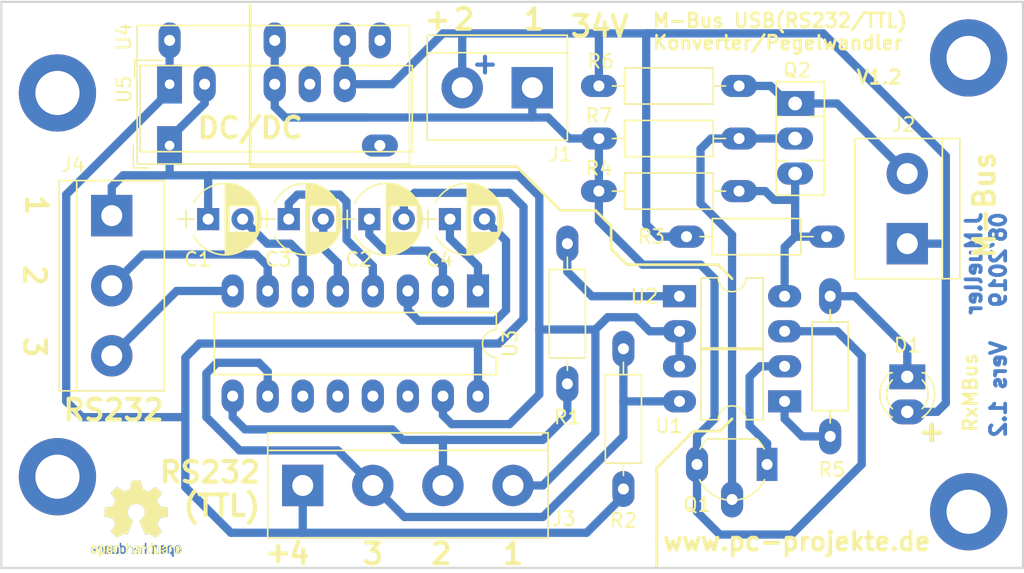
<source format=kicad_pcb>
(kicad_pcb (version 20171130) (host pcbnew "(5.0.1)-4")

  (general
    (thickness 1.6)
    (drawings 57)
    (tracks 201)
    (zones 0)
    (modules 29)
    (nets 29)
  )

  (page A4)
  (layers
    (0 F.Cu signal)
    (31 B.Cu signal)
    (32 B.Adhes user)
    (33 F.Adhes user)
    (34 B.Paste user)
    (35 F.Paste user)
    (36 B.SilkS user)
    (37 F.SilkS user)
    (38 B.Mask user)
    (39 F.Mask user)
    (40 Dwgs.User user)
    (41 Cmts.User user)
    (42 Eco1.User user)
    (43 Eco2.User user hide)
    (44 Edge.Cuts user)
    (45 Margin user)
    (46 B.CrtYd user)
    (47 F.CrtYd user)
    (48 B.Fab user)
    (49 F.Fab user)
  )

  (setup
    (last_trace_width 0.25)
    (user_trace_width 0.4)
    (user_trace_width 0.6)
    (user_trace_width 0.8)
    (trace_clearance 0.2)
    (zone_clearance 0.508)
    (zone_45_only no)
    (trace_min 0.2)
    (segment_width 0.2)
    (edge_width 0.15)
    (via_size 0.6)
    (via_drill 0.4)
    (via_min_size 0.4)
    (via_min_drill 0.3)
    (uvia_size 0.3)
    (uvia_drill 0.1)
    (uvias_allowed no)
    (uvia_min_size 0.2)
    (uvia_min_drill 0.1)
    (pcb_text_width 0.3)
    (pcb_text_size 1.5 1.5)
    (mod_edge_width 0.15)
    (mod_text_size 1 1)
    (mod_text_width 0.15)
    (pad_size 1.8 2.6)
    (pad_drill 0.9)
    (pad_to_mask_clearance 0.2)
    (solder_mask_min_width 0.25)
    (aux_axis_origin 0 0)
    (grid_origin 129.794 93.218)
    (visible_elements 7FFFCF67)
    (pcbplotparams
      (layerselection 0x010f0_ffffffff)
      (usegerberextensions false)
      (usegerberattributes false)
      (usegerberadvancedattributes false)
      (creategerberjobfile false)
      (excludeedgelayer true)
      (linewidth 0.100000)
      (plotframeref false)
      (viasonmask false)
      (mode 1)
      (useauxorigin false)
      (hpglpennumber 1)
      (hpglpenspeed 20)
      (hpglpendiameter 15.000000)
      (psnegative false)
      (psa4output false)
      (plotreference true)
      (plotvalue true)
      (plotinvisibletext false)
      (padsonsilk false)
      (subtractmaskfromsilk false)
      (outputformat 1)
      (mirror false)
      (drillshape 0)
      (scaleselection 1)
      (outputdirectory ""))
  )

  (net 0 "")
  (net 1 GND)
  (net 2 "Net-(J2-Pad2)")
  (net 3 "Net-(J3-Pad2)")
  (net 4 "Net-(J3-Pad3)")
  (net 5 GNDA)
  (net 6 "Net-(Q1-Pad2)")
  (net 7 "Net-(Q1-Pad1)")
  (net 8 "Net-(Q2-Pad3)")
  (net 9 "Net-(R1-Pad1)")
  (net 10 "Net-(R5-Pad2)")
  (net 11 "Net-(C1-Pad2)")
  (net 12 "Net-(C2-Pad1)")
  (net 13 "Net-(C3-Pad1)")
  (net 14 "Net-(C3-Pad2)")
  (net 15 "Net-(C4-Pad1)")
  (net 16 "Net-(C4-Pad2)")
  (net 17 "Net-(J4-Pad2)")
  (net 18 "Net-(J4-Pad3)")
  (net 19 "Net-(U3-Pad13)")
  (net 20 "Net-(U3-Pad12)")
  (net 21 "Net-(U3-Pad14)")
  (net 22 "Net-(U3-Pad11)")
  (net 23 34V)
  (net 24 +5V)
  (net 25 "Net-(U4-Pad7)")
  (net 26 "Net-(U4-Pad8)")
  (net 27 "Net-(U5-Pad5)")
  (net 28 "Net-(D1-Pad1)")

  (net_class Default "Dies ist die voreingestellte Netzklasse."
    (clearance 0.2)
    (trace_width 0.25)
    (via_dia 0.6)
    (via_drill 0.4)
    (uvia_dia 0.3)
    (uvia_drill 0.1)
    (add_net +5V)
    (add_net 34V)
    (add_net GND)
    (add_net GNDA)
    (add_net "Net-(C1-Pad2)")
    (add_net "Net-(C2-Pad1)")
    (add_net "Net-(C3-Pad1)")
    (add_net "Net-(C3-Pad2)")
    (add_net "Net-(C4-Pad1)")
    (add_net "Net-(C4-Pad2)")
    (add_net "Net-(D1-Pad1)")
    (add_net "Net-(J2-Pad2)")
    (add_net "Net-(J3-Pad2)")
    (add_net "Net-(J3-Pad3)")
    (add_net "Net-(J4-Pad2)")
    (add_net "Net-(J4-Pad3)")
    (add_net "Net-(Q1-Pad1)")
    (add_net "Net-(Q1-Pad2)")
    (add_net "Net-(Q2-Pad3)")
    (add_net "Net-(R1-Pad1)")
    (add_net "Net-(R5-Pad2)")
    (add_net "Net-(U3-Pad11)")
    (add_net "Net-(U3-Pad12)")
    (add_net "Net-(U3-Pad13)")
    (add_net "Net-(U3-Pad14)")
    (add_net "Net-(U4-Pad7)")
    (add_net "Net-(U4-Pad8)")
    (add_net "Net-(U5-Pad5)")
  )

  (module Connectors_Terminal_Blocks:TerminalBlock_bornier-2_P5.08mm (layer F.Cu) (tedit 5B3B2979) (tstamp 5BD96CBE)
    (at 164.338 65.024 180)
    (descr "simple 2-pin terminal block, pitch 5.08mm, revamped version of bornier2")
    (tags "terminal block bornier2")
    (path /5AAA3010)
    (fp_text reference J1 (at -2.032 -4.826) (layer F.SilkS)
      (effects (font (size 1 1) (thickness 0.15)))
    )
    (fp_text value " " (at 2.54 5.08 180) (layer F.Fab)
      (effects (font (size 1 1) (thickness 0.15)))
    )
    (fp_text user %R (at 6.604 -2.921 180) (layer F.Fab)
      (effects (font (size 1 1) (thickness 0.15)))
    )
    (fp_line (start -2.41 2.55) (end 7.49 2.55) (layer F.Fab) (width 0.1))
    (fp_line (start -2.46 -3.75) (end -2.46 3.75) (layer F.Fab) (width 0.1))
    (fp_line (start -2.46 3.75) (end 7.54 3.75) (layer F.Fab) (width 0.1))
    (fp_line (start 7.54 3.75) (end 7.54 -3.75) (layer F.Fab) (width 0.1))
    (fp_line (start 7.54 -3.75) (end -2.46 -3.75) (layer F.Fab) (width 0.1))
    (fp_line (start 7.62 2.54) (end -2.54 2.54) (layer F.SilkS) (width 0.12))
    (fp_line (start 7.62 3.81) (end 7.62 -3.81) (layer F.SilkS) (width 0.12))
    (fp_line (start 7.62 -3.81) (end -2.54 -3.81) (layer F.SilkS) (width 0.12))
    (fp_line (start -2.54 -3.81) (end -2.54 3.81) (layer F.SilkS) (width 0.12))
    (fp_line (start -2.54 3.81) (end 7.62 3.81) (layer F.SilkS) (width 0.12))
    (fp_line (start -2.71 -4) (end 7.79 -4) (layer F.CrtYd) (width 0.05))
    (fp_line (start -2.71 -4) (end -2.71 4) (layer F.CrtYd) (width 0.05))
    (fp_line (start 7.79 4) (end 7.79 -4) (layer F.CrtYd) (width 0.05))
    (fp_line (start 7.79 4) (end -2.71 4) (layer F.CrtYd) (width 0.05))
    (pad 1 thru_hole rect (at 0 0 180) (size 3 3) (drill 1.52) (layers *.Cu *.Mask)
      (net 1 GND))
    (pad 2 thru_hole circle (at 5.08 0 180) (size 3 3) (drill 1.52) (layers *.Cu *.Mask)
      (net 23 34V))
    (model ${KISYS3DMOD}/Terminal_Blocks.3dshapes/TerminalBlock_bornier-2_P5.08mm.wrl
      (offset (xyz 2.539999961853027 0 0))
      (scale (xyz 1 1 1))
      (rotate (xyz 0 0 0))
    )
  )

  (module Resistors_THT:R_Axial_DIN0207_L6.3mm_D2.5mm_P10.16mm_Horizontal (layer F.Cu) (tedit 5874F706) (tstamp 5CB6BF30)
    (at 179.324 68.707 180)
    (descr "Resistor, Axial_DIN0207 series, Axial, Horizontal, pin pitch=10.16mm, 0.25W = 1/4W, length*diameter=6.3*2.5mm^2, http://cdn-reichelt.de/documents/datenblatt/B400/1_4W%23YAG.pdf")
    (tags "Resistor Axial_DIN0207 series Axial Horizontal pin pitch 10.16mm 0.25W = 1/4W length 6.3mm diameter 2.5mm")
    (path /5CB75488)
    (fp_text reference R7 (at 10.16 1.651 180) (layer F.SilkS)
      (effects (font (size 1 1) (thickness 0.15)))
    )
    (fp_text value 39 (at 3.302 0 180) (layer F.Fab)
      (effects (font (size 1 1) (thickness 0.15)))
    )
    (fp_line (start 11.25 -1.6) (end -1.05 -1.6) (layer F.CrtYd) (width 0.05))
    (fp_line (start 11.25 1.6) (end 11.25 -1.6) (layer F.CrtYd) (width 0.05))
    (fp_line (start -1.05 1.6) (end 11.25 1.6) (layer F.CrtYd) (width 0.05))
    (fp_line (start -1.05 -1.6) (end -1.05 1.6) (layer F.CrtYd) (width 0.05))
    (fp_line (start 9.18 0) (end 8.29 0) (layer F.SilkS) (width 0.12))
    (fp_line (start 0.98 0) (end 1.87 0) (layer F.SilkS) (width 0.12))
    (fp_line (start 8.29 -1.31) (end 1.87 -1.31) (layer F.SilkS) (width 0.12))
    (fp_line (start 8.29 1.31) (end 8.29 -1.31) (layer F.SilkS) (width 0.12))
    (fp_line (start 1.87 1.31) (end 8.29 1.31) (layer F.SilkS) (width 0.12))
    (fp_line (start 1.87 -1.31) (end 1.87 1.31) (layer F.SilkS) (width 0.12))
    (fp_line (start 10.16 0) (end 8.23 0) (layer F.Fab) (width 0.1))
    (fp_line (start 0 0) (end 1.93 0) (layer F.Fab) (width 0.1))
    (fp_line (start 8.23 -1.25) (end 1.93 -1.25) (layer F.Fab) (width 0.1))
    (fp_line (start 8.23 1.25) (end 8.23 -1.25) (layer F.Fab) (width 0.1))
    (fp_line (start 1.93 1.25) (end 8.23 1.25) (layer F.Fab) (width 0.1))
    (fp_line (start 1.93 -1.25) (end 1.93 1.25) (layer F.Fab) (width 0.1))
    (pad 2 thru_hole oval (at 10.16 0 180) (size 2.6 1.6) (drill 0.8) (layers *.Cu *.Mask)
      (net 1 GND))
    (pad 1 thru_hole oval (at 0 0 180) (size 2.6 1.6) (drill 0.8) (layers *.Cu *.Mask)
      (net 6 "Net-(Q1-Pad2)"))
    (model ${KISYS3DMOD}/Resistors_THT.3dshapes/R_Axial_DIN0207_L6.3mm_D2.5mm_P10.16mm_Horizontal.wrl
      (at (xyz 0 0 0))
      (scale (xyz 0.393701 0.393701 0.393701))
      (rotate (xyz 0 0 0))
    )
  )

  (module Connectors_Terminal_Blocks:TerminalBlock_bornier-2_P5.08mm (layer F.Cu) (tedit 5B39E92A) (tstamp 5AAA3CCB)
    (at 191.516 76.327 90)
    (descr "simple 2-pin terminal block, pitch 5.08mm, revamped version of bornier2")
    (tags "terminal block bornier2")
    (path /5AAA3087)
    (fp_text reference J2 (at 8.636 -0.254 180) (layer F.SilkS)
      (effects (font (size 1 1) (thickness 0.15)))
    )
    (fp_text value " " (at 2.54 5.08 90) (layer F.Fab)
      (effects (font (size 1 1) (thickness 0.15)))
    )
    (fp_text user %R (at 6.604 -2.794 180) (layer F.Fab)
      (effects (font (size 1 1) (thickness 0.15)))
    )
    (fp_line (start -2.41 2.55) (end 7.49 2.55) (layer F.Fab) (width 0.1))
    (fp_line (start -2.46 -3.75) (end -2.46 3.75) (layer F.Fab) (width 0.1))
    (fp_line (start -2.46 3.75) (end 7.54 3.75) (layer F.Fab) (width 0.1))
    (fp_line (start 7.54 3.75) (end 7.54 -3.75) (layer F.Fab) (width 0.1))
    (fp_line (start 7.54 -3.75) (end -2.46 -3.75) (layer F.Fab) (width 0.1))
    (fp_line (start 7.62 2.54) (end -2.54 2.54) (layer F.SilkS) (width 0.12))
    (fp_line (start 7.62 3.81) (end 7.62 -3.81) (layer F.SilkS) (width 0.12))
    (fp_line (start 7.62 -3.81) (end -2.54 -3.81) (layer F.SilkS) (width 0.12))
    (fp_line (start -2.54 -3.81) (end -2.54 3.81) (layer F.SilkS) (width 0.12))
    (fp_line (start -2.54 3.81) (end 7.62 3.81) (layer F.SilkS) (width 0.12))
    (fp_line (start -2.71 -4) (end 7.79 -4) (layer F.CrtYd) (width 0.05))
    (fp_line (start -2.71 -4) (end -2.71 4) (layer F.CrtYd) (width 0.05))
    (fp_line (start 7.79 4) (end 7.79 -4) (layer F.CrtYd) (width 0.05))
    (fp_line (start 7.79 4) (end -2.71 4) (layer F.CrtYd) (width 0.05))
    (pad 1 thru_hole rect (at 0 0 90) (size 3 3) (drill 1.52) (layers *.Cu *.Mask)
      (net 23 34V))
    (pad 2 thru_hole circle (at 5.08 0 90) (size 3 3) (drill 1.52) (layers *.Cu *.Mask)
      (net 2 "Net-(J2-Pad2)"))
    (model ${KISYS3DMOD}/Terminal_Blocks.3dshapes/TerminalBlock_bornier-2_P5.08mm.wrl
      (offset (xyz 2.539999961853027 0 0))
      (scale (xyz 1 1 1))
      (rotate (xyz 0 0 0))
    )
  )

  (module Connectors_Terminal_Blocks:TerminalBlock_bornier-4_P5.08mm (layer F.Cu) (tedit 5B3B13E2) (tstamp 5AAA3CD3)
    (at 162.941 93.853 180)
    (descr "simple 4-pin terminal block, pitch 5.08mm, revamped version of bornier4")
    (tags "terminal block bornier4")
    (path /5AAA5178)
    (fp_text reference J3 (at -3.683 -2.413 180) (layer F.SilkS)
      (effects (font (size 1 1) (thickness 0.15)))
    )
    (fp_text value Conn_01x04_Female (at 7.6 4.75 180) (layer F.Fab) hide
      (effects (font (size 1 1) (thickness 0.15)))
    )
    (fp_text user %R (at 16.764 -2.921 180) (layer F.Fab)
      (effects (font (size 1 1) (thickness 0.15)))
    )
    (fp_line (start -2.48 2.55) (end 17.72 2.55) (layer F.Fab) (width 0.1))
    (fp_line (start -2.43 3.75) (end -2.48 3.75) (layer F.Fab) (width 0.1))
    (fp_line (start -2.48 3.75) (end -2.48 -3.75) (layer F.Fab) (width 0.1))
    (fp_line (start -2.48 -3.75) (end 17.72 -3.75) (layer F.Fab) (width 0.1))
    (fp_line (start 17.72 -3.75) (end 17.72 3.75) (layer F.Fab) (width 0.1))
    (fp_line (start 17.72 3.75) (end -2.43 3.75) (layer F.Fab) (width 0.1))
    (fp_line (start -2.54 -3.81) (end -2.54 3.81) (layer F.SilkS) (width 0.12))
    (fp_line (start 17.78 3.81) (end 17.78 -3.81) (layer F.SilkS) (width 0.12))
    (fp_line (start 17.78 2.54) (end -2.54 2.54) (layer F.SilkS) (width 0.12))
    (fp_line (start -2.54 -3.81) (end 17.78 -3.81) (layer F.SilkS) (width 0.12))
    (fp_line (start -2.54 3.81) (end 17.78 3.81) (layer F.SilkS) (width 0.12))
    (fp_line (start -2.73 -4) (end 17.97 -4) (layer F.CrtYd) (width 0.05))
    (fp_line (start -2.73 -4) (end -2.73 4) (layer F.CrtYd) (width 0.05))
    (fp_line (start 17.97 4) (end 17.97 -4) (layer F.CrtYd) (width 0.05))
    (fp_line (start 17.97 4) (end -2.73 4) (layer F.CrtYd) (width 0.05))
    (pad 2 thru_hole circle (at 5.08 0 180) (size 3 3) (drill 1.52) (layers *.Cu *.Mask)
      (net 3 "Net-(J3-Pad2)"))
    (pad 3 thru_hole circle (at 10.16 0 180) (size 3 3) (drill 1.52) (layers *.Cu *.Mask)
      (net 4 "Net-(J3-Pad3)"))
    (pad 1 thru_hole circle (at 0 0 180) (size 3 3) (drill 1.52) (layers *.Cu *.Mask)
      (net 5 GNDA))
    (pad 4 thru_hole rect (at 15.24 0 180) (size 3 3) (drill 1.52) (layers *.Cu *.Mask)
      (net 24 +5V))
    (model ${KISYS3DMOD}/Terminal_Blocks.3dshapes/TerminalBlock_bornier-4_P5.08mm.wrl
      (offset (xyz 7.619999885559082 0 0))
      (scale (xyz 1 1 1))
      (rotate (xyz 0 0 0))
    )
  )

  (module TO_SOT_Packages_THT:TO-92_Molded_Wide_Oval (layer F.Cu) (tedit 5D4887B4) (tstamp 5CB6C379)
    (at 181.356 92.329 180)
    (descr "TO-92 leads molded, wide, oval pads, drill 0.8mm (see NXP sot054_po.pdf)")
    (tags "to-92 sc-43 sc-43a sot54 PA33 transistor")
    (path /5AAA3147)
    (fp_text reference Q1 (at 5.08 -2.921 180) (layer F.SilkS)
      (effects (font (size 1 1) (thickness 0.15)))
    )
    (fp_text value BC337 (at -1.651 -2.794 180) (layer F.Fab)
      (effects (font (size 1 1) (thickness 0.15)))
    )
    (fp_text user %R (at 2.413 0.762 180) (layer F.Fab)
      (effects (font (size 1 1) (thickness 0.15)))
    )
    (fp_line (start 0.74 1.85) (end 4.34 1.85) (layer F.SilkS) (width 0.12))
    (fp_line (start 0.8 1.75) (end 4.3 1.75) (layer F.Fab) (width 0.1))
    (fp_line (start -1.25 -3.79) (end 6.33 -3.79) (layer F.CrtYd) (width 0.05))
    (fp_line (start -1.25 -3.79) (end -1.25 2.01) (layer F.CrtYd) (width 0.05))
    (fp_line (start 6.33 2.01) (end 6.33 -3.79) (layer F.CrtYd) (width 0.05))
    (fp_line (start 6.33 2.01) (end -1.25 2.01) (layer F.CrtYd) (width 0.05))
    (fp_arc (start 2.54 0) (end 0.74 1.85) (angle 20) (layer F.SilkS) (width 0.12))
    (fp_arc (start 2.54 0) (end 2.54 -2.6) (angle -65) (layer F.SilkS) (width 0.12))
    (fp_arc (start 2.54 0) (end 2.54 -2.6) (angle 65) (layer F.SilkS) (width 0.12))
    (fp_arc (start 2.54 0) (end 2.54 -2.48) (angle 135) (layer F.Fab) (width 0.1))
    (fp_arc (start 2.54 0) (end 2.54 -2.48) (angle -135) (layer F.Fab) (width 0.1))
    (fp_arc (start 2.54 0) (end 4.34 1.85) (angle -20) (layer F.SilkS) (width 0.12))
    (pad 2 thru_hole oval (at 2.54 -2.54 180) (size 1.6 2.6) (drill 0.8) (layers *.Cu *.Mask)
      (net 6 "Net-(Q1-Pad2)"))
    (pad 1 thru_hole rect (at 0 0 270) (size 2.4 1.5) (drill 0.8) (layers *.Cu *.Mask)
      (net 7 "Net-(Q1-Pad1)"))
    (pad 3 thru_hole oval (at 5.08 0 180) (size 1.6 2.6) (drill 0.8) (layers *.Cu *.Mask)
      (net 1 GND))
    (model ${KISYS3DMOD}/TO_SOT_Packages_THT.3dshapes/TO-92_Molded_Wide_Oval.wrl
      (offset (xyz 2.539999961853027 0 0))
      (scale (xyz 1 1 1))
      (rotate (xyz 0 0 -90))
    )
  )

  (module TO_SOT_Packages_THT:TO-126_Vertical (layer F.Cu) (tedit 5BD96E7D) (tstamp 5CB6C404)
    (at 183.388 66.167 270)
    (descr "TO-126, Vertical, RM 2.54mm")
    (tags "TO-126 Vertical RM 2.54mm")
    (path /5AAA30F0)
    (fp_text reference Q2 (at -2.413 -0.127) (layer F.SilkS)
      (effects (font (size 1 1) (thickness 0.15)))
    )
    (fp_text value BD136 (at -0.381 -2.921 270) (layer F.Fab)
      (effects (font (size 1 1) (thickness 0.15)))
    )
    (fp_text user %R (at -2.413 -0.127) (layer F.Fab)
      (effects (font (size 1 1) (thickness 0.15)))
    )
    (fp_line (start -1.46 -2) (end -1.46 1.25) (layer F.Fab) (width 0.1))
    (fp_line (start -1.46 1.25) (end 6.54 1.25) (layer F.Fab) (width 0.1))
    (fp_line (start 6.54 1.25) (end 6.54 -2) (layer F.Fab) (width 0.1))
    (fp_line (start 6.54 -2) (end -1.46 -2) (layer F.Fab) (width 0.1))
    (fp_line (start 0.94 -2) (end 0.94 1.25) (layer F.Fab) (width 0.1))
    (fp_line (start 4.14 -2) (end 4.14 1.25) (layer F.Fab) (width 0.1))
    (fp_line (start -1.58 -2.12) (end 6.66 -2.12) (layer F.SilkS) (width 0.12))
    (fp_line (start -1.58 1.37) (end 6.66 1.37) (layer F.SilkS) (width 0.12))
    (fp_line (start -1.58 -2.12) (end -1.58 1.37) (layer F.SilkS) (width 0.12))
    (fp_line (start 6.66 -2.12) (end 6.66 1.37) (layer F.SilkS) (width 0.12))
    (fp_line (start 0.94 -2.12) (end 0.94 -1.05) (layer F.SilkS) (width 0.12))
    (fp_line (start 0.94 1.05) (end 0.94 1.37) (layer F.SilkS) (width 0.12))
    (fp_line (start 4.141 -2.12) (end 4.141 -0.54) (layer F.SilkS) (width 0.12))
    (fp_line (start 4.141 0.54) (end 4.141 1.37) (layer F.SilkS) (width 0.12))
    (fp_line (start -1.71 -2.25) (end -1.71 1.5) (layer F.CrtYd) (width 0.05))
    (fp_line (start -1.71 1.5) (end 6.79 1.5) (layer F.CrtYd) (width 0.05))
    (fp_line (start 6.79 1.5) (end 6.79 -2.25) (layer F.CrtYd) (width 0.05))
    (fp_line (start 6.79 -2.25) (end -1.71 -2.25) (layer F.CrtYd) (width 0.05))
    (pad 1 thru_hole rect (at 0 0 270) (size 1.8 2.8) (drill 1) (layers *.Cu *.Mask)
      (net 2 "Net-(J2-Pad2)"))
    (pad 2 thru_hole oval (at 2.54 0 270) (size 1.6 2.6) (drill 1) (layers *.Cu *.Mask)
      (net 6 "Net-(Q1-Pad2)"))
    (pad 3 thru_hole oval (at 5.08 0 270) (size 1.6 2.6) (drill 1) (layers *.Cu *.Mask)
      (net 8 "Net-(Q2-Pad3)"))
    (model ${KISYS3DMOD}/TO_SOT_Packages_THT.3dshapes/TO-126_Vertical.wrl
      (offset (xyz 2.539999961853027 0 0))
      (scale (xyz 1 1 1))
      (rotate (xyz 0 0 0))
    )
  )

  (module Resistors_THT:R_Axial_DIN0207_L6.3mm_D2.5mm_P10.16mm_Horizontal (layer F.Cu) (tedit 5C98A84A) (tstamp 5AAA3CE7)
    (at 166.878 76.327 270)
    (descr "Resistor, Axial_DIN0207 series, Axial, Horizontal, pin pitch=10.16mm, 0.25W = 1/4W, length*diameter=6.3*2.5mm^2, http://cdn-reichelt.de/documents/datenblatt/B400/1_4W%23YAG.pdf")
    (tags "Resistor Axial_DIN0207 series Axial Horizontal pin pitch 10.16mm 0.25W = 1/4W length 6.3mm diameter 2.5mm")
    (path /5AAA2FA3)
    (fp_text reference R1 (at 12.573 0) (layer F.SilkS)
      (effects (font (size 1 1) (thickness 0.15)))
    )
    (fp_text value 270 (at 3.81 0 270) (layer F.Fab)
      (effects (font (size 1 1) (thickness 0.15)))
    )
    (fp_line (start 1.93 -1.25) (end 1.93 1.25) (layer F.Fab) (width 0.1))
    (fp_line (start 1.93 1.25) (end 8.23 1.25) (layer F.Fab) (width 0.1))
    (fp_line (start 8.23 1.25) (end 8.23 -1.25) (layer F.Fab) (width 0.1))
    (fp_line (start 8.23 -1.25) (end 1.93 -1.25) (layer F.Fab) (width 0.1))
    (fp_line (start 0 0) (end 1.93 0) (layer F.Fab) (width 0.1))
    (fp_line (start 10.16 0) (end 8.23 0) (layer F.Fab) (width 0.1))
    (fp_line (start 1.87 -1.31) (end 1.87 1.31) (layer F.SilkS) (width 0.12))
    (fp_line (start 1.87 1.31) (end 8.29 1.31) (layer F.SilkS) (width 0.12))
    (fp_line (start 8.29 1.31) (end 8.29 -1.31) (layer F.SilkS) (width 0.12))
    (fp_line (start 8.29 -1.31) (end 1.87 -1.31) (layer F.SilkS) (width 0.12))
    (fp_line (start 0.98 0) (end 1.87 0) (layer F.SilkS) (width 0.12))
    (fp_line (start 9.18 0) (end 8.29 0) (layer F.SilkS) (width 0.12))
    (fp_line (start -1.05 -1.6) (end -1.05 1.6) (layer F.CrtYd) (width 0.05))
    (fp_line (start -1.05 1.6) (end 11.25 1.6) (layer F.CrtYd) (width 0.05))
    (fp_line (start 11.25 1.6) (end 11.25 -1.6) (layer F.CrtYd) (width 0.05))
    (fp_line (start 11.25 -1.6) (end -1.05 -1.6) (layer F.CrtYd) (width 0.05))
    (pad 1 thru_hole oval (at 0 0 270) (size 2.6 1.6) (drill 0.8) (layers *.Cu *.Mask)
      (net 9 "Net-(R1-Pad1)"))
    (pad 2 thru_hole oval (at 10.16 0 270) (size 2.6 1.6) (drill 0.8) (layers *.Cu *.Mask)
      (net 3 "Net-(J3-Pad2)"))
    (model ${KISYS3DMOD}/Resistors_THT.3dshapes/R_Axial_DIN0207_L6.3mm_D2.5mm_P10.16mm_Horizontal.wrl
      (at (xyz 0 0 0))
      (scale (xyz 0.393701 0.393701 0.393701))
      (rotate (xyz 0 0 0))
    )
  )

  (module Resistors_THT:R_Axial_DIN0207_L6.3mm_D2.5mm_P10.16mm_Horizontal (layer F.Cu) (tedit 5B36116D) (tstamp 5CB6C315)
    (at 170.942 94.107 90)
    (descr "Resistor, Axial_DIN0207 series, Axial, Horizontal, pin pitch=10.16mm, 0.25W = 1/4W, length*diameter=6.3*2.5mm^2, http://cdn-reichelt.de/documents/datenblatt/B400/1_4W%23YAG.pdf")
    (tags "Resistor Axial_DIN0207 series Axial Horizontal pin pitch 10.16mm 0.25W = 1/4W length 6.3mm diameter 2.5mm")
    (path /5AAA404C)
    (fp_text reference R2 (at -2.286 0 180) (layer F.SilkS)
      (effects (font (size 1 1) (thickness 0.15)))
    )
    (fp_text value 1k (at 6.731 0 90) (layer F.Fab)
      (effects (font (size 1 1) (thickness 0.15)))
    )
    (fp_line (start 1.93 -1.25) (end 1.93 1.25) (layer F.Fab) (width 0.1))
    (fp_line (start 1.93 1.25) (end 8.23 1.25) (layer F.Fab) (width 0.1))
    (fp_line (start 8.23 1.25) (end 8.23 -1.25) (layer F.Fab) (width 0.1))
    (fp_line (start 8.23 -1.25) (end 1.93 -1.25) (layer F.Fab) (width 0.1))
    (fp_line (start 0 0) (end 1.93 0) (layer F.Fab) (width 0.1))
    (fp_line (start 10.16 0) (end 8.23 0) (layer F.Fab) (width 0.1))
    (fp_line (start 1.87 -1.31) (end 1.87 1.31) (layer F.SilkS) (width 0.12))
    (fp_line (start 1.87 1.31) (end 8.29 1.31) (layer F.SilkS) (width 0.12))
    (fp_line (start 8.29 1.31) (end 8.29 -1.31) (layer F.SilkS) (width 0.12))
    (fp_line (start 8.29 -1.31) (end 1.87 -1.31) (layer F.SilkS) (width 0.12))
    (fp_line (start 0.98 0) (end 1.87 0) (layer F.SilkS) (width 0.12))
    (fp_line (start 9.18 0) (end 8.29 0) (layer F.SilkS) (width 0.12))
    (fp_line (start -1.05 -1.6) (end -1.05 1.6) (layer F.CrtYd) (width 0.05))
    (fp_line (start -1.05 1.6) (end 11.25 1.6) (layer F.CrtYd) (width 0.05))
    (fp_line (start 11.25 1.6) (end 11.25 -1.6) (layer F.CrtYd) (width 0.05))
    (fp_line (start 11.25 -1.6) (end -1.05 -1.6) (layer F.CrtYd) (width 0.05))
    (pad 1 thru_hole oval (at 0 0 90) (size 2.6 1.6) (drill 0.8) (layers *.Cu *.Mask)
      (net 24 +5V))
    (pad 2 thru_hole oval (at 10.16 0 90) (size 2.6 1.6) (drill 0.8) (layers *.Cu *.Mask)
      (net 4 "Net-(J3-Pad3)"))
    (model ${KISYS3DMOD}/Resistors_THT.3dshapes/R_Axial_DIN0207_L6.3mm_D2.5mm_P10.16mm_Horizontal.wrl
      (at (xyz 0 0 0))
      (scale (xyz 0.393701 0.393701 0.393701))
      (rotate (xyz 0 0 0))
    )
  )

  (module Resistors_THT:R_Axial_DIN0207_L6.3mm_D2.5mm_P10.16mm_Horizontal (layer F.Cu) (tedit 5B3611A0) (tstamp 5AAA3CF3)
    (at 175.514 75.819)
    (descr "Resistor, Axial_DIN0207 series, Axial, Horizontal, pin pitch=10.16mm, 0.25W = 1/4W, length*diameter=6.3*2.5mm^2, http://cdn-reichelt.de/documents/datenblatt/B400/1_4W%23YAG.pdf")
    (tags "Resistor Axial_DIN0207 series Axial Horizontal pin pitch 10.16mm 0.25W = 1/4W length 6.3mm diameter 2.5mm")
    (path /5AAA3712)
    (fp_text reference R3 (at -2.54 0) (layer F.SilkS)
      (effects (font (size 1 1) (thickness 0.15)))
    )
    (fp_text value 33k (at 6.731 0) (layer F.Fab)
      (effects (font (size 1 1) (thickness 0.15)))
    )
    (fp_line (start 1.93 -1.25) (end 1.93 1.25) (layer F.Fab) (width 0.1))
    (fp_line (start 1.93 1.25) (end 8.23 1.25) (layer F.Fab) (width 0.1))
    (fp_line (start 8.23 1.25) (end 8.23 -1.25) (layer F.Fab) (width 0.1))
    (fp_line (start 8.23 -1.25) (end 1.93 -1.25) (layer F.Fab) (width 0.1))
    (fp_line (start 0 0) (end 1.93 0) (layer F.Fab) (width 0.1))
    (fp_line (start 10.16 0) (end 8.23 0) (layer F.Fab) (width 0.1))
    (fp_line (start 1.87 -1.31) (end 1.87 1.31) (layer F.SilkS) (width 0.12))
    (fp_line (start 1.87 1.31) (end 8.29 1.31) (layer F.SilkS) (width 0.12))
    (fp_line (start 8.29 1.31) (end 8.29 -1.31) (layer F.SilkS) (width 0.12))
    (fp_line (start 8.29 -1.31) (end 1.87 -1.31) (layer F.SilkS) (width 0.12))
    (fp_line (start 0.98 0) (end 1.87 0) (layer F.SilkS) (width 0.12))
    (fp_line (start 9.18 0) (end 8.29 0) (layer F.SilkS) (width 0.12))
    (fp_line (start -1.05 -1.6) (end -1.05 1.6) (layer F.CrtYd) (width 0.05))
    (fp_line (start -1.05 1.6) (end 11.25 1.6) (layer F.CrtYd) (width 0.05))
    (fp_line (start 11.25 1.6) (end 11.25 -1.6) (layer F.CrtYd) (width 0.05))
    (fp_line (start 11.25 -1.6) (end -1.05 -1.6) (layer F.CrtYd) (width 0.05))
    (pad 1 thru_hole oval (at 0 0) (size 2.6 1.6) (drill 0.8) (layers *.Cu *.Mask)
      (net 23 34V))
    (pad 2 thru_hole oval (at 10.16 0) (size 2.6 1.6) (drill 0.8) (layers *.Cu *.Mask)
      (net 8 "Net-(Q2-Pad3)"))
    (model ${KISYS3DMOD}/Resistors_THT.3dshapes/R_Axial_DIN0207_L6.3mm_D2.5mm_P10.16mm_Horizontal.wrl
      (at (xyz 0 0 0))
      (scale (xyz 0.393701 0.393701 0.393701))
      (rotate (xyz 0 0 0))
    )
  )

  (module Resistors_THT:R_Axial_DIN0207_L6.3mm_D2.5mm_P10.16mm_Horizontal (layer F.Cu) (tedit 5B361197) (tstamp 5CB6C3D2)
    (at 179.324 72.517 180)
    (descr "Resistor, Axial_DIN0207 series, Axial, Horizontal, pin pitch=10.16mm, 0.25W = 1/4W, length*diameter=6.3*2.5mm^2, http://cdn-reichelt.de/documents/datenblatt/B400/1_4W%23YAG.pdf")
    (tags "Resistor Axial_DIN0207 series Axial Horizontal pin pitch 10.16mm 0.25W = 1/4W length 6.3mm diameter 2.5mm")
    (path /5AAA376C)
    (fp_text reference R4 (at 10.16 1.651 180) (layer F.SilkS)
      (effects (font (size 1 1) (thickness 0.15)))
    )
    (fp_text value 18k (at 3.429 0.127 180) (layer F.Fab)
      (effects (font (size 1 1) (thickness 0.15)))
    )
    (fp_line (start 1.93 -1.25) (end 1.93 1.25) (layer F.Fab) (width 0.1))
    (fp_line (start 1.93 1.25) (end 8.23 1.25) (layer F.Fab) (width 0.1))
    (fp_line (start 8.23 1.25) (end 8.23 -1.25) (layer F.Fab) (width 0.1))
    (fp_line (start 8.23 -1.25) (end 1.93 -1.25) (layer F.Fab) (width 0.1))
    (fp_line (start 0 0) (end 1.93 0) (layer F.Fab) (width 0.1))
    (fp_line (start 10.16 0) (end 8.23 0) (layer F.Fab) (width 0.1))
    (fp_line (start 1.87 -1.31) (end 1.87 1.31) (layer F.SilkS) (width 0.12))
    (fp_line (start 1.87 1.31) (end 8.29 1.31) (layer F.SilkS) (width 0.12))
    (fp_line (start 8.29 1.31) (end 8.29 -1.31) (layer F.SilkS) (width 0.12))
    (fp_line (start 8.29 -1.31) (end 1.87 -1.31) (layer F.SilkS) (width 0.12))
    (fp_line (start 0.98 0) (end 1.87 0) (layer F.SilkS) (width 0.12))
    (fp_line (start 9.18 0) (end 8.29 0) (layer F.SilkS) (width 0.12))
    (fp_line (start -1.05 -1.6) (end -1.05 1.6) (layer F.CrtYd) (width 0.05))
    (fp_line (start -1.05 1.6) (end 11.25 1.6) (layer F.CrtYd) (width 0.05))
    (fp_line (start 11.25 1.6) (end 11.25 -1.6) (layer F.CrtYd) (width 0.05))
    (fp_line (start 11.25 -1.6) (end -1.05 -1.6) (layer F.CrtYd) (width 0.05))
    (pad 1 thru_hole oval (at 0 0 180) (size 2.6 1.6) (drill 0.8) (layers *.Cu *.Mask)
      (net 8 "Net-(Q2-Pad3)"))
    (pad 2 thru_hole oval (at 10.16 0 180) (size 2.6 1.6) (drill 0.8) (layers *.Cu *.Mask)
      (net 1 GND))
    (model ${KISYS3DMOD}/Resistors_THT.3dshapes/R_Axial_DIN0207_L6.3mm_D2.5mm_P10.16mm_Horizontal.wrl
      (at (xyz 0 0 0))
      (scale (xyz 0.393701 0.393701 0.393701))
      (rotate (xyz 0 0 0))
    )
  )

  (module Resistors_THT:R_Axial_DIN0207_L6.3mm_D2.5mm_P10.16mm_Horizontal (layer F.Cu) (tedit 5C98A843) (tstamp 5CB6C296)
    (at 185.928 80.137 270)
    (descr "Resistor, Axial_DIN0207 series, Axial, Horizontal, pin pitch=10.16mm, 0.25W = 1/4W, length*diameter=6.3*2.5mm^2, http://cdn-reichelt.de/documents/datenblatt/B400/1_4W%23YAG.pdf")
    (tags "Resistor Axial_DIN0207 series Axial Horizontal pin pitch 10.16mm 0.25W = 1/4W length 6.3mm diameter 2.5mm")
    (path /5AAA3490)
    (fp_text reference R5 (at 12.573 -0.127) (layer F.SilkS)
      (effects (font (size 1 1) (thickness 0.15)))
    )
    (fp_text value 2k7 (at 3.81 0 270) (layer F.Fab)
      (effects (font (size 1 1) (thickness 0.15)))
    )
    (fp_line (start 1.93 -1.25) (end 1.93 1.25) (layer F.Fab) (width 0.1))
    (fp_line (start 1.93 1.25) (end 8.23 1.25) (layer F.Fab) (width 0.1))
    (fp_line (start 8.23 1.25) (end 8.23 -1.25) (layer F.Fab) (width 0.1))
    (fp_line (start 8.23 -1.25) (end 1.93 -1.25) (layer F.Fab) (width 0.1))
    (fp_line (start 0 0) (end 1.93 0) (layer F.Fab) (width 0.1))
    (fp_line (start 10.16 0) (end 8.23 0) (layer F.Fab) (width 0.1))
    (fp_line (start 1.87 -1.31) (end 1.87 1.31) (layer F.SilkS) (width 0.12))
    (fp_line (start 1.87 1.31) (end 8.29 1.31) (layer F.SilkS) (width 0.12))
    (fp_line (start 8.29 1.31) (end 8.29 -1.31) (layer F.SilkS) (width 0.12))
    (fp_line (start 8.29 -1.31) (end 1.87 -1.31) (layer F.SilkS) (width 0.12))
    (fp_line (start 0.98 0) (end 1.87 0) (layer F.SilkS) (width 0.12))
    (fp_line (start 9.18 0) (end 8.29 0) (layer F.SilkS) (width 0.12))
    (fp_line (start -1.05 -1.6) (end -1.05 1.6) (layer F.CrtYd) (width 0.05))
    (fp_line (start -1.05 1.6) (end 11.25 1.6) (layer F.CrtYd) (width 0.05))
    (fp_line (start 11.25 1.6) (end 11.25 -1.6) (layer F.CrtYd) (width 0.05))
    (fp_line (start 11.25 -1.6) (end -1.05 -1.6) (layer F.CrtYd) (width 0.05))
    (pad 1 thru_hole oval (at 0 0 270) (size 2.6 1.6) (drill 0.8) (layers *.Cu *.Mask)
      (net 28 "Net-(D1-Pad1)"))
    (pad 2 thru_hole oval (at 10.16 0 270) (size 2.6 1.6) (drill 0.8) (layers *.Cu *.Mask)
      (net 10 "Net-(R5-Pad2)"))
    (model ${KISYS3DMOD}/Resistors_THT.3dshapes/R_Axial_DIN0207_L6.3mm_D2.5mm_P10.16mm_Horizontal.wrl
      (at (xyz 0 0 0))
      (scale (xyz 0.393701 0.393701 0.393701))
      (rotate (xyz 0 0 0))
    )
  )

  (module Resistors_THT:R_Axial_DIN0207_L6.3mm_D2.5mm_P10.16mm_Horizontal (layer F.Cu) (tedit 5B361189) (tstamp 5CB6C12D)
    (at 169.164 64.897)
    (descr "Resistor, Axial_DIN0207 series, Axial, Horizontal, pin pitch=10.16mm, 0.25W = 1/4W, length*diameter=6.3*2.5mm^2, http://cdn-reichelt.de/documents/datenblatt/B400/1_4W%23YAG.pdf")
    (tags "Resistor Axial_DIN0207 series Axial Horizontal pin pitch 10.16mm 0.25W = 1/4W length 6.3mm diameter 2.5mm")
    (path /5AAA318E)
    (fp_text reference R6 (at 0.127 -1.778) (layer F.SilkS)
      (effects (font (size 1 1) (thickness 0.15)))
    )
    (fp_text value 220k (at 6.223 0) (layer F.Fab)
      (effects (font (size 1 1) (thickness 0.15)))
    )
    (fp_line (start 1.93 -1.25) (end 1.93 1.25) (layer F.Fab) (width 0.1))
    (fp_line (start 1.93 1.25) (end 8.23 1.25) (layer F.Fab) (width 0.1))
    (fp_line (start 8.23 1.25) (end 8.23 -1.25) (layer F.Fab) (width 0.1))
    (fp_line (start 8.23 -1.25) (end 1.93 -1.25) (layer F.Fab) (width 0.1))
    (fp_line (start 0 0) (end 1.93 0) (layer F.Fab) (width 0.1))
    (fp_line (start 10.16 0) (end 8.23 0) (layer F.Fab) (width 0.1))
    (fp_line (start 1.87 -1.31) (end 1.87 1.31) (layer F.SilkS) (width 0.12))
    (fp_line (start 1.87 1.31) (end 8.29 1.31) (layer F.SilkS) (width 0.12))
    (fp_line (start 8.29 1.31) (end 8.29 -1.31) (layer F.SilkS) (width 0.12))
    (fp_line (start 8.29 -1.31) (end 1.87 -1.31) (layer F.SilkS) (width 0.12))
    (fp_line (start 0.98 0) (end 1.87 0) (layer F.SilkS) (width 0.12))
    (fp_line (start 9.18 0) (end 8.29 0) (layer F.SilkS) (width 0.12))
    (fp_line (start -1.05 -1.6) (end -1.05 1.6) (layer F.CrtYd) (width 0.05))
    (fp_line (start -1.05 1.6) (end 11.25 1.6) (layer F.CrtYd) (width 0.05))
    (fp_line (start 11.25 1.6) (end 11.25 -1.6) (layer F.CrtYd) (width 0.05))
    (fp_line (start 11.25 -1.6) (end -1.05 -1.6) (layer F.CrtYd) (width 0.05))
    (pad 1 thru_hole oval (at 0 0) (size 2.6 1.6) (drill 0.8) (layers *.Cu *.Mask)
      (net 23 34V))
    (pad 2 thru_hole oval (at 10.16 0) (size 2.6 1.6) (drill 0.8) (layers *.Cu *.Mask)
      (net 2 "Net-(J2-Pad2)"))
    (model ${KISYS3DMOD}/Resistors_THT.3dshapes/R_Axial_DIN0207_L6.3mm_D2.5mm_P10.16mm_Horizontal.wrl
      (at (xyz 0 0 0))
      (scale (xyz 0.393701 0.393701 0.393701))
      (rotate (xyz 0 0 0))
    )
  )

  (module Housings_DIP:DIP-4_W7.62mm_LongPads (layer F.Cu) (tedit 5C98A861) (tstamp 5AAA3D13)
    (at 182.626 87.757 180)
    (descr "4-lead though-hole mounted DIP package, row spacing 7.62 mm (300 mils), LongPads")
    (tags "THT DIP DIL PDIP 2.54mm 7.62mm 300mil LongPads")
    (path /5AAA2F88)
    (fp_text reference U1 (at 8.382 -1.778 180) (layer F.SilkS)
      (effects (font (size 1 1) (thickness 0.15)))
    )
    (fp_text value LTV-817 (at 3.81 4.87 180) (layer F.Fab) hide
      (effects (font (size 1 1) (thickness 0.15)))
    )
    (fp_arc (start 3.81 -1.33) (end 2.81 -1.33) (angle -180) (layer F.SilkS) (width 0.12))
    (fp_line (start 1.635 -1.27) (end 6.985 -1.27) (layer F.Fab) (width 0.1))
    (fp_line (start 6.985 -1.27) (end 6.985 3.81) (layer F.Fab) (width 0.1))
    (fp_line (start 6.985 3.81) (end 0.635 3.81) (layer F.Fab) (width 0.1))
    (fp_line (start 0.635 3.81) (end 0.635 -0.27) (layer F.Fab) (width 0.1))
    (fp_line (start 0.635 -0.27) (end 1.635 -1.27) (layer F.Fab) (width 0.1))
    (fp_line (start 2.81 -1.33) (end 1.56 -1.33) (layer F.SilkS) (width 0.12))
    (fp_line (start 1.56 -1.33) (end 1.56 3.87) (layer F.SilkS) (width 0.12))
    (fp_line (start 1.56 3.87) (end 6.06 3.87) (layer F.SilkS) (width 0.12))
    (fp_line (start 6.06 3.87) (end 6.06 -1.33) (layer F.SilkS) (width 0.12))
    (fp_line (start 6.06 -1.33) (end 4.81 -1.33) (layer F.SilkS) (width 0.12))
    (fp_line (start -1.45 -1.55) (end -1.45 4.1) (layer F.CrtYd) (width 0.05))
    (fp_line (start -1.45 4.1) (end 9.1 4.1) (layer F.CrtYd) (width 0.05))
    (fp_line (start 9.1 4.1) (end 9.1 -1.55) (layer F.CrtYd) (width 0.05))
    (fp_line (start 9.1 -1.55) (end -1.45 -1.55) (layer F.CrtYd) (width 0.05))
    (fp_text user %R (at 3.81 -0.635 180) (layer F.Fab)
      (effects (font (size 1 1) (thickness 0.15)))
    )
    (pad 1 thru_hole rect (at 0 0 180) (size 2.4 1.6) (drill 0.8) (layers *.Cu *.Mask)
      (net 10 "Net-(R5-Pad2)"))
    (pad 3 thru_hole oval (at 7.62 2.54 180) (size 2.4 1.6) (drill 0.8) (layers *.Cu *.Mask)
      (net 5 GNDA))
    (pad 2 thru_hole oval (at 0 2.54 180) (size 2.4 1.6) (drill 0.8) (layers *.Cu *.Mask)
      (net 7 "Net-(Q1-Pad1)"))
    (pad 4 thru_hole oval (at 7.62 0 180) (size 2.4 1.6) (drill 0.8) (layers *.Cu *.Mask)
      (net 4 "Net-(J3-Pad3)"))
    (model ${KISYS3DMOD}/Housings_DIP.3dshapes/DIP-4_W7.62mm.wrl
      (at (xyz 0 0 0))
      (scale (xyz 1 1 1))
      (rotate (xyz 0 0 0))
    )
  )

  (module Housings_DIP:DIP-4_W7.62mm_LongPads (layer F.Cu) (tedit 5B3611CC) (tstamp 5AAA3D1B)
    (at 175.006 80.137)
    (descr "4-lead though-hole mounted DIP package, row spacing 7.62 mm (300 mils), LongPads")
    (tags "THT DIP DIL PDIP 2.54mm 7.62mm 300mil LongPads")
    (path /5AAA2F43)
    (fp_text reference U2 (at -2.54 0) (layer F.SilkS)
      (effects (font (size 1 1) (thickness 0.15)))
    )
    (fp_text value LTV-817 (at 3.81 3.81 270) (layer F.Fab)
      (effects (font (size 1 1) (thickness 0.15)))
    )
    (fp_arc (start 3.81 -1.33) (end 2.81 -1.33) (angle -180) (layer F.SilkS) (width 0.12))
    (fp_line (start 1.635 -1.27) (end 6.985 -1.27) (layer F.Fab) (width 0.1))
    (fp_line (start 6.985 -1.27) (end 6.985 3.81) (layer F.Fab) (width 0.1))
    (fp_line (start 6.985 3.81) (end 0.635 3.81) (layer F.Fab) (width 0.1))
    (fp_line (start 0.635 3.81) (end 0.635 -0.27) (layer F.Fab) (width 0.1))
    (fp_line (start 0.635 -0.27) (end 1.635 -1.27) (layer F.Fab) (width 0.1))
    (fp_line (start 2.81 -1.33) (end 1.56 -1.33) (layer F.SilkS) (width 0.12))
    (fp_line (start 1.56 -1.33) (end 1.56 3.87) (layer F.SilkS) (width 0.12))
    (fp_line (start 1.56 3.87) (end 6.06 3.87) (layer F.SilkS) (width 0.12))
    (fp_line (start 6.06 3.87) (end 6.06 -1.33) (layer F.SilkS) (width 0.12))
    (fp_line (start 6.06 -1.33) (end 4.81 -1.33) (layer F.SilkS) (width 0.12))
    (fp_line (start -1.45 -1.55) (end -1.45 4.1) (layer F.CrtYd) (width 0.05))
    (fp_line (start -1.45 4.1) (end 9.1 4.1) (layer F.CrtYd) (width 0.05))
    (fp_line (start 9.1 4.1) (end 9.1 -1.55) (layer F.CrtYd) (width 0.05))
    (fp_line (start 9.1 -1.55) (end -1.45 -1.55) (layer F.CrtYd) (width 0.05))
    (fp_text user %R (at 3.81 -0.508) (layer F.Fab)
      (effects (font (size 1 1) (thickness 0.15)))
    )
    (pad 1 thru_hole rect (at 0 0) (size 2.4 1.6) (drill 0.8) (layers *.Cu *.Mask)
      (net 9 "Net-(R1-Pad1)"))
    (pad 3 thru_hole oval (at 7.62 2.54) (size 2.4 1.6) (drill 0.8) (layers *.Cu *.Mask)
      (net 1 GND))
    (pad 2 thru_hole oval (at 0 2.54) (size 2.4 1.6) (drill 0.8) (layers *.Cu *.Mask)
      (net 5 GNDA))
    (pad 4 thru_hole oval (at 7.62 0) (size 2.4 1.6) (drill 0.8) (layers *.Cu *.Mask)
      (net 8 "Net-(Q2-Pad3)"))
    (model ${KISYS3DMOD}/Housings_DIP.3dshapes/DIP-4_W7.62mm.wrl
      (at (xyz 0 0 0))
      (scale (xyz 1 1 1))
      (rotate (xyz 0 0 0))
    )
  )

  (module Mounting_Holes:MountingHole_3.2mm_M3_DIN965_Pad (layer F.Cu) (tedit 5B39DFE0) (tstamp 5B360798)
    (at 129.921 93.218)
    (descr "Mounting Hole 3.2mm, M3, DIN965")
    (tags "mounting hole 3.2mm m3 din965")
    (attr virtual)
    (fp_text reference REF** (at 0 -3.8) (layer F.SilkS) hide
      (effects (font (size 1 1) (thickness 0.15)))
    )
    (fp_text value MountingHole_3.2mm_M3_DIN965_Pad (at 0 3.8) (layer F.Fab) hide
      (effects (font (size 1 1) (thickness 0.15)))
    )
    (fp_text user %R (at 0.3 0) (layer F.Fab)
      (effects (font (size 1 1) (thickness 0.15)))
    )
    (fp_circle (center 0 0) (end 2.8 0) (layer Cmts.User) (width 0.15))
    (fp_circle (center 0 0) (end 3.05 0) (layer F.CrtYd) (width 0.05))
    (pad 1 thru_hole circle (at 0 0) (size 5.6 5.6) (drill 3.2) (layers *.Cu *.Mask))
  )

  (module Mounting_Holes:MountingHole_3.2mm_M3_DIN965_Pad (layer F.Cu) (tedit 5B39DFD8) (tstamp 5B3607A8)
    (at 129.921 65.405)
    (descr "Mounting Hole 3.2mm, M3, DIN965")
    (tags "mounting hole 3.2mm m3 din965")
    (attr virtual)
    (fp_text reference REF** (at 0 -3.8) (layer F.SilkS) hide
      (effects (font (size 1 1) (thickness 0.15)))
    )
    (fp_text value MountingHole_3.2mm_M3_DIN965_Pad (at 0 3.8) (layer F.Fab) hide
      (effects (font (size 1 1) (thickness 0.15)))
    )
    (fp_text user %R (at 0.3 0) (layer F.Fab)
      (effects (font (size 1 1) (thickness 0.15)))
    )
    (fp_circle (center 0 0) (end 2.8 0) (layer Cmts.User) (width 0.15))
    (fp_circle (center 0 0) (end 3.05 0) (layer F.CrtYd) (width 0.05))
    (pad 1 thru_hole circle (at 0 0) (size 5.6 5.6) (drill 3.2) (layers *.Cu *.Mask))
  )

  (module Mounting_Holes:MountingHole_3.2mm_M3_DIN965_Pad (layer F.Cu) (tedit 5B39DFEC) (tstamp 5B3607B5)
    (at 195.961 62.865)
    (descr "Mounting Hole 3.2mm, M3, DIN965")
    (tags "mounting hole 3.2mm m3 din965")
    (attr virtual)
    (fp_text reference REF** (at 0 -3.8) (layer F.SilkS) hide
      (effects (font (size 1 1) (thickness 0.15)))
    )
    (fp_text value MountingHole_3.2mm_M3_DIN965_Pad (at 0 3.8) (layer F.Fab) hide
      (effects (font (size 1 1) (thickness 0.15)))
    )
    (fp_text user %R (at 0.3 0) (layer F.Fab)
      (effects (font (size 1 1) (thickness 0.15)))
    )
    (fp_circle (center 0 0) (end 2.8 0) (layer Cmts.User) (width 0.15))
    (fp_circle (center 0 0) (end 3.05 0) (layer F.CrtYd) (width 0.05))
    (pad 1 thru_hole circle (at 0 0) (size 5.6 5.6) (drill 3.2) (layers *.Cu *.Mask))
  )

  (module Mounting_Holes:MountingHole_3.2mm_M3_DIN965_Pad (layer F.Cu) (tedit 5B39DFE6) (tstamp 5B3607BD)
    (at 195.961 95.758)
    (descr "Mounting Hole 3.2mm, M3, DIN965")
    (tags "mounting hole 3.2mm m3 din965")
    (attr virtual)
    (fp_text reference REF** (at 0 -3.8) (layer F.SilkS) hide
      (effects (font (size 1 1) (thickness 0.15)))
    )
    (fp_text value MountingHole_3.2mm_M3_DIN965_Pad (at 0 3.8) (layer F.Fab) hide
      (effects (font (size 1 1) (thickness 0.15)))
    )
    (fp_text user %R (at 0.3 0) (layer F.Fab)
      (effects (font (size 1 1) (thickness 0.15)))
    )
    (fp_circle (center 0 0) (end 2.8 0) (layer Cmts.User) (width 0.15))
    (fp_circle (center 0 0) (end 3.05 0) (layer F.CrtYd) (width 0.05))
    (pad 1 thru_hole circle (at 0 0) (size 5.6 5.6) (drill 3.2) (layers *.Cu *.Mask))
  )

  (module Converters_DCDC_ACDC:DCDC-Conv_muRata_NMAxxxxDC (layer F.Cu) (tedit 5C98A8E3) (tstamp 5BE2B44D)
    (at 138.049 69.215 90)
    (descr "Isolated 1W DCDC-Converter, http://power.murata.com/data/power/ncl/kdc_nma.pdf")
    (tags "Isolated 1W DCDC-Converter")
    (path /5BE31563)
    (fp_text reference U4 (at 7.874 -3.302 90) (layer F.SilkS)
      (effects (font (size 1 1) (thickness 0.15)))
    )
    (fp_text value NMA0515DC (at 3 18.5 90) (layer F.Fab) hide
      (effects (font (size 1 1) (thickness 0.15)))
    )
    (fp_line (start 8.83 -2.48) (end -1.47 -2.48) (layer F.CrtYd) (width 0.05))
    (fp_line (start 8.83 17.52) (end 8.83 -2.48) (layer F.CrtYd) (width 0.05))
    (fp_line (start -1.47 17.52) (end 8.83 17.52) (layer F.CrtYd) (width 0.05))
    (fp_line (start -1.47 -2.48) (end -1.47 17.52) (layer F.CrtYd) (width 0.05))
    (fp_line (start 8.7 17.39) (end 8.7 -2.35) (layer F.SilkS) (width 0.12))
    (fp_line (start -1.34 17.39) (end 8.7 17.39) (layer F.SilkS) (width 0.12))
    (fp_line (start -1.34 -2.35) (end -1.34 17.39) (layer F.SilkS) (width 0.12))
    (fp_line (start -1.34 -2.35) (end 8.7 -2.35) (layer F.SilkS) (width 0.12))
    (fp_line (start -1.22 17.27) (end -1.22 -1.23) (layer F.Fab) (width 0.1))
    (fp_line (start 8.58 17.27) (end -1.22 17.27) (layer F.Fab) (width 0.1))
    (fp_line (start 8.58 -2.23) (end 8.58 17.27) (layer F.Fab) (width 0.1))
    (fp_line (start -0.22 -2.23) (end 8.58 -2.23) (layer F.Fab) (width 0.1))
    (fp_text user "%R /" (at 1.27 6.096 180) (layer F.Fab)
      (effects (font (size 1 1) (thickness 0.15)))
    )
    (fp_line (start -1.62 -2.63) (end -1.62 -1.5) (layer F.SilkS) (width 0.1))
    (fp_line (start 0 -2.63) (end -1.62 -2.63) (layer F.SilkS) (width 0.1))
    (fp_line (start -0.22 -2.23) (end -1.22 -1.23) (layer F.Fab) (width 0.1))
    (pad 14 thru_hole oval (at 7.62 0 90) (size 2.6 1.6) (drill 0.8) (layers *.Cu *.Mask)
      (net 24 +5V))
    (pad 7 thru_hole oval (at 0 15.24 90) (size 1.6 2.6) (drill 0.8) (layers *.Cu *.Mask)
      (net 25 "Net-(U4-Pad7)"))
    (pad 11 thru_hole oval (at 7.62 7.62 90) (size 2.6 1.6) (drill 0.8) (layers *.Cu *.Mask)
      (net 1 GND))
    (pad 9 thru_hole oval (at 7.62 12.7 90) (size 2.6 1.6) (drill 0.8) (layers *.Cu *.Mask)
      (net 23 34V))
    (pad 8 thru_hole oval (at 7.62 15.24 90) (size 2.6 1.6) (drill 0.8) (layers *.Cu *.Mask)
      (net 26 "Net-(U4-Pad8)"))
    (pad 1 thru_hole rect (at 0 0 90) (size 2.8 1.8) (drill 0.7) (layers *.Cu *.Mask)
      (net 5 GNDA))
    (model ${KISYS3DMOD}/Converters_DCDC_ACDC.3dshapes/DCDC-Conv_muRata_NMAxxxxDC.wrl
      (at (xyz 0 0 0))
      (scale (xyz 1 1 1))
      (rotate (xyz 0 0 0))
    )
  )

  (module Converters_DCDC_ACDC:DCDC-Conv_muRata_NMAxxxxSC (layer F.Cu) (tedit 5C98A833) (tstamp 5BE2B941)
    (at 138.049 64.77 90)
    (descr "muRata NMAxxxxSC footprint based on SIP7, http://power.murata.com/data/power/ncl/kdc_nma.pdf")
    (tags "muRata NMAxxxxSC DCDC-Converter")
    (path /5BE49E33)
    (fp_text reference U5 (at -0.381 -3.302 90) (layer F.SilkS)
      (effects (font (size 1 1) (thickness 0.15)))
    )
    (fp_text value NMA0512SC (at -1 19 90) (layer F.Fab) hide
      (effects (font (size 1 1) (thickness 0.15)))
    )
    (fp_text user %R (at -3.175 9.779 180) (layer F.Fab)
      (effects (font (size 1 1) (thickness 0.15)))
    )
    (fp_line (start 1.48 -2.28) (end -5.02 -2.28) (layer F.CrtYd) (width 0.05))
    (fp_line (start 1.48 17.72) (end 1.48 -2.28) (layer F.CrtYd) (width 0.05))
    (fp_line (start -5.02 17.72) (end 1.48 17.72) (layer F.CrtYd) (width 0.05))
    (fp_line (start -5.02 -2.28) (end -5.02 17.72) (layer F.CrtYd) (width 0.05))
    (fp_line (start 1.35 -2.15) (end -4.89 -2.15) (layer F.SilkS) (width 0.12))
    (fp_line (start 1.35 17.59) (end 1.35 -2.15) (layer F.SilkS) (width 0.12))
    (fp_line (start -4.89 17.59) (end 1.33 17.59) (layer F.SilkS) (width 0.12))
    (fp_line (start -4.89 -2.15) (end -4.89 17.59) (layer F.SilkS) (width 0.12))
    (fp_line (start 0.23 -2.03) (end -4.77 -2.03) (layer F.Fab) (width 0.1))
    (fp_line (start 1.23 17.47) (end 1.23 -1.03) (layer F.Fab) (width 0.1))
    (fp_line (start -4.77 17.47) (end 1.23 17.47) (layer F.Fab) (width 0.1))
    (fp_line (start -4.77 -2.03) (end -4.77 17.47) (layer F.Fab) (width 0.1))
    (fp_line (start 1.73 -2.53) (end 1.73 -0.5) (layer F.SilkS) (width 0.1))
    (fp_line (start 1.73 -2.53) (end 0.5 -2.53) (layer F.SilkS) (width 0.1))
    (fp_line (start 0.23 -2.03) (end 1.23 -1.03) (layer F.Fab) (width 0.1))
    (pad 6 thru_hole oval (at 0 12.7 90) (size 2.6 1.6) (drill 0.8) (layers *.Cu *.Mask)
      (net 23 34V))
    (pad 5 thru_hole oval (at 0 10.16 90) (size 2.6 1.6) (drill 0.8) (layers *.Cu *.Mask)
      (net 27 "Net-(U5-Pad5)"))
    (pad 4 thru_hole oval (at 0 7.62 90) (size 2.6 1.6) (drill 0.8) (layers *.Cu *.Mask)
      (net 1 GND))
    (pad 2 thru_hole oval (at 0 2.54 90) (size 2.6 1.6) (drill 0.8) (layers *.Cu *.Mask)
      (net 5 GNDA))
    (pad 1 thru_hole rect (at 0 0 90) (size 2.8 1.8) (drill 0.7) (layers *.Cu *.Mask)
      (net 24 +5V))
    (model ${KISYS3DMOD}/Converters_DCDC_ACDC.3dshapes/DCDC-Conv_muRata_NMAxxxxSC.wrl
      (at (xyz 0 0 0))
      (scale (xyz 1 1 1))
      (rotate (xyz 0 0 0))
    )
  )

  (module LEDs:LED_D3.0mm (layer F.Cu) (tedit 5D4887ED) (tstamp 5CB6C47F)
    (at 191.516 85.979 270)
    (descr "LED, diameter 3.0mm, 2 pins")
    (tags "LED diameter 3.0mm 2 pins")
    (path /5CADF904)
    (fp_text reference D1 (at -2.286 0) (layer F.SilkS)
      (effects (font (size 1 1) (thickness 0.15)))
    )
    (fp_text value LED (at -2.159 0) (layer F.Fab)
      (effects (font (size 1 1) (thickness 0.15)))
    )
    (fp_line (start 3.7 -2.25) (end -1.15 -2.25) (layer F.CrtYd) (width 0.05))
    (fp_line (start 3.7 2.25) (end 3.7 -2.25) (layer F.CrtYd) (width 0.05))
    (fp_line (start -1.15 2.25) (end 3.7 2.25) (layer F.CrtYd) (width 0.05))
    (fp_line (start -1.15 -2.25) (end -1.15 2.25) (layer F.CrtYd) (width 0.05))
    (fp_line (start -0.29 1.08) (end -0.29 1.236) (layer F.SilkS) (width 0.12))
    (fp_line (start -0.29 -1.236) (end -0.29 -1.08) (layer F.SilkS) (width 0.12))
    (fp_line (start -0.23 -1.16619) (end -0.23 1.16619) (layer F.Fab) (width 0.1))
    (fp_circle (center 1.27 0) (end 2.77 0) (layer F.Fab) (width 0.1))
    (fp_arc (start 1.27 0) (end 0.229039 1.08) (angle -87.9) (layer F.SilkS) (width 0.12))
    (fp_arc (start 1.27 0) (end 0.229039 -1.08) (angle 87.9) (layer F.SilkS) (width 0.12))
    (fp_arc (start 1.27 0) (end -0.29 1.235516) (angle -108.8) (layer F.SilkS) (width 0.12))
    (fp_arc (start 1.27 0) (end -0.29 -1.235516) (angle 108.8) (layer F.SilkS) (width 0.12))
    (fp_arc (start 1.27 0) (end -0.23 -1.16619) (angle 284.3) (layer F.Fab) (width 0.1))
    (pad 2 thru_hole oval (at 2.54 0 270) (size 1.8 2.6) (drill 0.9) (layers *.Cu *.Mask)
      (net 23 34V))
    (pad 1 thru_hole rect (at 0 0 270) (size 1.8 2.6) (drill 0.9) (layers *.Cu *.Mask)
      (net 28 "Net-(D1-Pad1)"))
    (model ${KISYS3DMOD}/LEDs.3dshapes/LED_D3.0mm.wrl
      (at (xyz 0 0 0))
      (scale (xyz 0.393701 0.393701 0.393701))
      (rotate (xyz 0 0 0))
    )
  )

  (module Capacitors_THT:CP_Radial_D5.0mm_P2.50mm (layer F.Cu) (tedit 5CB71561) (tstamp 5CB72C24)
    (at 140.843 74.549)
    (descr "CP, Radial series, Radial, pin pitch=2.50mm, , diameter=5mm, Electrolytic Capacitor")
    (tags "CP Radial series Radial pin pitch 2.50mm  diameter 5mm Electrolytic Capacitor")
    (path /5B2CDB9A)
    (fp_text reference C1 (at -0.762 2.921) (layer F.SilkS)
      (effects (font (size 1 1) (thickness 0.15)))
    )
    (fp_text value CP (at 1.25 3.81) (layer F.Fab) hide
      (effects (font (size 1 1) (thickness 0.15)))
    )
    (fp_arc (start 1.25 0) (end -1.05558 -1.18) (angle 125.8) (layer F.SilkS) (width 0.12))
    (fp_arc (start 1.25 0) (end -1.05558 1.18) (angle -125.8) (layer F.SilkS) (width 0.12))
    (fp_arc (start 1.25 0) (end 3.55558 -1.18) (angle 54.2) (layer F.SilkS) (width 0.12))
    (fp_circle (center 1.25 0) (end 3.75 0) (layer F.Fab) (width 0.1))
    (fp_line (start -2.2 0) (end -1 0) (layer F.Fab) (width 0.1))
    (fp_line (start -1.6 -0.65) (end -1.6 0.65) (layer F.Fab) (width 0.1))
    (fp_line (start 1.25 -2.55) (end 1.25 2.55) (layer F.SilkS) (width 0.12))
    (fp_line (start 1.29 -2.55) (end 1.29 2.55) (layer F.SilkS) (width 0.12))
    (fp_line (start 1.33 -2.549) (end 1.33 2.549) (layer F.SilkS) (width 0.12))
    (fp_line (start 1.37 -2.548) (end 1.37 2.548) (layer F.SilkS) (width 0.12))
    (fp_line (start 1.41 -2.546) (end 1.41 2.546) (layer F.SilkS) (width 0.12))
    (fp_line (start 1.45 -2.543) (end 1.45 2.543) (layer F.SilkS) (width 0.12))
    (fp_line (start 1.49 -2.539) (end 1.49 2.539) (layer F.SilkS) (width 0.12))
    (fp_line (start 1.53 -2.535) (end 1.53 -0.98) (layer F.SilkS) (width 0.12))
    (fp_line (start 1.53 0.98) (end 1.53 2.535) (layer F.SilkS) (width 0.12))
    (fp_line (start 1.57 -2.531) (end 1.57 -0.98) (layer F.SilkS) (width 0.12))
    (fp_line (start 1.57 0.98) (end 1.57 2.531) (layer F.SilkS) (width 0.12))
    (fp_line (start 1.61 -2.525) (end 1.61 -0.98) (layer F.SilkS) (width 0.12))
    (fp_line (start 1.61 0.98) (end 1.61 2.525) (layer F.SilkS) (width 0.12))
    (fp_line (start 1.65 -2.519) (end 1.65 -0.98) (layer F.SilkS) (width 0.12))
    (fp_line (start 1.65 0.98) (end 1.65 2.519) (layer F.SilkS) (width 0.12))
    (fp_line (start 1.69 -2.513) (end 1.69 -0.98) (layer F.SilkS) (width 0.12))
    (fp_line (start 1.69 0.98) (end 1.69 2.513) (layer F.SilkS) (width 0.12))
    (fp_line (start 1.73 -2.506) (end 1.73 -0.98) (layer F.SilkS) (width 0.12))
    (fp_line (start 1.73 0.98) (end 1.73 2.506) (layer F.SilkS) (width 0.12))
    (fp_line (start 1.77 -2.498) (end 1.77 -0.98) (layer F.SilkS) (width 0.12))
    (fp_line (start 1.77 0.98) (end 1.77 2.498) (layer F.SilkS) (width 0.12))
    (fp_line (start 1.81 -2.489) (end 1.81 -0.98) (layer F.SilkS) (width 0.12))
    (fp_line (start 1.81 0.98) (end 1.81 2.489) (layer F.SilkS) (width 0.12))
    (fp_line (start 1.85 -2.48) (end 1.85 -0.98) (layer F.SilkS) (width 0.12))
    (fp_line (start 1.85 0.98) (end 1.85 2.48) (layer F.SilkS) (width 0.12))
    (fp_line (start 1.89 -2.47) (end 1.89 -0.98) (layer F.SilkS) (width 0.12))
    (fp_line (start 1.89 0.98) (end 1.89 2.47) (layer F.SilkS) (width 0.12))
    (fp_line (start 1.93 -2.46) (end 1.93 -0.98) (layer F.SilkS) (width 0.12))
    (fp_line (start 1.93 0.98) (end 1.93 2.46) (layer F.SilkS) (width 0.12))
    (fp_line (start 1.971 -2.448) (end 1.971 -0.98) (layer F.SilkS) (width 0.12))
    (fp_line (start 1.971 0.98) (end 1.971 2.448) (layer F.SilkS) (width 0.12))
    (fp_line (start 2.011 -2.436) (end 2.011 -0.98) (layer F.SilkS) (width 0.12))
    (fp_line (start 2.011 0.98) (end 2.011 2.436) (layer F.SilkS) (width 0.12))
    (fp_line (start 2.051 -2.424) (end 2.051 -0.98) (layer F.SilkS) (width 0.12))
    (fp_line (start 2.051 0.98) (end 2.051 2.424) (layer F.SilkS) (width 0.12))
    (fp_line (start 2.091 -2.41) (end 2.091 -0.98) (layer F.SilkS) (width 0.12))
    (fp_line (start 2.091 0.98) (end 2.091 2.41) (layer F.SilkS) (width 0.12))
    (fp_line (start 2.131 -2.396) (end 2.131 -0.98) (layer F.SilkS) (width 0.12))
    (fp_line (start 2.131 0.98) (end 2.131 2.396) (layer F.SilkS) (width 0.12))
    (fp_line (start 2.171 -2.382) (end 2.171 -0.98) (layer F.SilkS) (width 0.12))
    (fp_line (start 2.171 0.98) (end 2.171 2.382) (layer F.SilkS) (width 0.12))
    (fp_line (start 2.211 -2.366) (end 2.211 -0.98) (layer F.SilkS) (width 0.12))
    (fp_line (start 2.211 0.98) (end 2.211 2.366) (layer F.SilkS) (width 0.12))
    (fp_line (start 2.251 -2.35) (end 2.251 -0.98) (layer F.SilkS) (width 0.12))
    (fp_line (start 2.251 0.98) (end 2.251 2.35) (layer F.SilkS) (width 0.12))
    (fp_line (start 2.291 -2.333) (end 2.291 -0.98) (layer F.SilkS) (width 0.12))
    (fp_line (start 2.291 0.98) (end 2.291 2.333) (layer F.SilkS) (width 0.12))
    (fp_line (start 2.331 -2.315) (end 2.331 -0.98) (layer F.SilkS) (width 0.12))
    (fp_line (start 2.331 0.98) (end 2.331 2.315) (layer F.SilkS) (width 0.12))
    (fp_line (start 2.371 -2.296) (end 2.371 -0.98) (layer F.SilkS) (width 0.12))
    (fp_line (start 2.371 0.98) (end 2.371 2.296) (layer F.SilkS) (width 0.12))
    (fp_line (start 2.411 -2.276) (end 2.411 -0.98) (layer F.SilkS) (width 0.12))
    (fp_line (start 2.411 0.98) (end 2.411 2.276) (layer F.SilkS) (width 0.12))
    (fp_line (start 2.451 -2.256) (end 2.451 -0.98) (layer F.SilkS) (width 0.12))
    (fp_line (start 2.451 0.98) (end 2.451 2.256) (layer F.SilkS) (width 0.12))
    (fp_line (start 2.491 -2.234) (end 2.491 -0.98) (layer F.SilkS) (width 0.12))
    (fp_line (start 2.491 0.98) (end 2.491 2.234) (layer F.SilkS) (width 0.12))
    (fp_line (start 2.531 -2.212) (end 2.531 -0.98) (layer F.SilkS) (width 0.12))
    (fp_line (start 2.531 0.98) (end 2.531 2.212) (layer F.SilkS) (width 0.12))
    (fp_line (start 2.571 -2.189) (end 2.571 -0.98) (layer F.SilkS) (width 0.12))
    (fp_line (start 2.571 0.98) (end 2.571 2.189) (layer F.SilkS) (width 0.12))
    (fp_line (start 2.611 -2.165) (end 2.611 -0.98) (layer F.SilkS) (width 0.12))
    (fp_line (start 2.611 0.98) (end 2.611 2.165) (layer F.SilkS) (width 0.12))
    (fp_line (start 2.651 -2.14) (end 2.651 -0.98) (layer F.SilkS) (width 0.12))
    (fp_line (start 2.651 0.98) (end 2.651 2.14) (layer F.SilkS) (width 0.12))
    (fp_line (start 2.691 -2.113) (end 2.691 -0.98) (layer F.SilkS) (width 0.12))
    (fp_line (start 2.691 0.98) (end 2.691 2.113) (layer F.SilkS) (width 0.12))
    (fp_line (start 2.731 -2.086) (end 2.731 -0.98) (layer F.SilkS) (width 0.12))
    (fp_line (start 2.731 0.98) (end 2.731 2.086) (layer F.SilkS) (width 0.12))
    (fp_line (start 2.771 -2.058) (end 2.771 -0.98) (layer F.SilkS) (width 0.12))
    (fp_line (start 2.771 0.98) (end 2.771 2.058) (layer F.SilkS) (width 0.12))
    (fp_line (start 2.811 -2.028) (end 2.811 -0.98) (layer F.SilkS) (width 0.12))
    (fp_line (start 2.811 0.98) (end 2.811 2.028) (layer F.SilkS) (width 0.12))
    (fp_line (start 2.851 -1.997) (end 2.851 -0.98) (layer F.SilkS) (width 0.12))
    (fp_line (start 2.851 0.98) (end 2.851 1.997) (layer F.SilkS) (width 0.12))
    (fp_line (start 2.891 -1.965) (end 2.891 -0.98) (layer F.SilkS) (width 0.12))
    (fp_line (start 2.891 0.98) (end 2.891 1.965) (layer F.SilkS) (width 0.12))
    (fp_line (start 2.931 -1.932) (end 2.931 -0.98) (layer F.SilkS) (width 0.12))
    (fp_line (start 2.931 0.98) (end 2.931 1.932) (layer F.SilkS) (width 0.12))
    (fp_line (start 2.971 -1.897) (end 2.971 -0.98) (layer F.SilkS) (width 0.12))
    (fp_line (start 2.971 0.98) (end 2.971 1.897) (layer F.SilkS) (width 0.12))
    (fp_line (start 3.011 -1.861) (end 3.011 -0.98) (layer F.SilkS) (width 0.12))
    (fp_line (start 3.011 0.98) (end 3.011 1.861) (layer F.SilkS) (width 0.12))
    (fp_line (start 3.051 -1.823) (end 3.051 -0.98) (layer F.SilkS) (width 0.12))
    (fp_line (start 3.051 0.98) (end 3.051 1.823) (layer F.SilkS) (width 0.12))
    (fp_line (start 3.091 -1.783) (end 3.091 -0.98) (layer F.SilkS) (width 0.12))
    (fp_line (start 3.091 0.98) (end 3.091 1.783) (layer F.SilkS) (width 0.12))
    (fp_line (start 3.131 -1.742) (end 3.131 -0.98) (layer F.SilkS) (width 0.12))
    (fp_line (start 3.131 0.98) (end 3.131 1.742) (layer F.SilkS) (width 0.12))
    (fp_line (start 3.171 -1.699) (end 3.171 -0.98) (layer F.SilkS) (width 0.12))
    (fp_line (start 3.171 0.98) (end 3.171 1.699) (layer F.SilkS) (width 0.12))
    (fp_line (start 3.211 -1.654) (end 3.211 -0.98) (layer F.SilkS) (width 0.12))
    (fp_line (start 3.211 0.98) (end 3.211 1.654) (layer F.SilkS) (width 0.12))
    (fp_line (start 3.251 -1.606) (end 3.251 -0.98) (layer F.SilkS) (width 0.12))
    (fp_line (start 3.251 0.98) (end 3.251 1.606) (layer F.SilkS) (width 0.12))
    (fp_line (start 3.291 -1.556) (end 3.291 -0.98) (layer F.SilkS) (width 0.12))
    (fp_line (start 3.291 0.98) (end 3.291 1.556) (layer F.SilkS) (width 0.12))
    (fp_line (start 3.331 -1.504) (end 3.331 -0.98) (layer F.SilkS) (width 0.12))
    (fp_line (start 3.331 0.98) (end 3.331 1.504) (layer F.SilkS) (width 0.12))
    (fp_line (start 3.371 -1.448) (end 3.371 -0.98) (layer F.SilkS) (width 0.12))
    (fp_line (start 3.371 0.98) (end 3.371 1.448) (layer F.SilkS) (width 0.12))
    (fp_line (start 3.411 -1.39) (end 3.411 -0.98) (layer F.SilkS) (width 0.12))
    (fp_line (start 3.411 0.98) (end 3.411 1.39) (layer F.SilkS) (width 0.12))
    (fp_line (start 3.451 -1.327) (end 3.451 -0.98) (layer F.SilkS) (width 0.12))
    (fp_line (start 3.451 0.98) (end 3.451 1.327) (layer F.SilkS) (width 0.12))
    (fp_line (start 3.491 -1.261) (end 3.491 1.261) (layer F.SilkS) (width 0.12))
    (fp_line (start 3.531 -1.189) (end 3.531 1.189) (layer F.SilkS) (width 0.12))
    (fp_line (start 3.571 -1.112) (end 3.571 1.112) (layer F.SilkS) (width 0.12))
    (fp_line (start 3.611 -1.028) (end 3.611 1.028) (layer F.SilkS) (width 0.12))
    (fp_line (start 3.651 -0.934) (end 3.651 0.934) (layer F.SilkS) (width 0.12))
    (fp_line (start 3.691 -0.829) (end 3.691 0.829) (layer F.SilkS) (width 0.12))
    (fp_line (start 3.731 -0.707) (end 3.731 0.707) (layer F.SilkS) (width 0.12))
    (fp_line (start 3.771 -0.559) (end 3.771 0.559) (layer F.SilkS) (width 0.12))
    (fp_line (start 3.811 -0.354) (end 3.811 0.354) (layer F.SilkS) (width 0.12))
    (fp_line (start -2.2 0) (end -1 0) (layer F.SilkS) (width 0.12))
    (fp_line (start -1.6 -0.65) (end -1.6 0.65) (layer F.SilkS) (width 0.12))
    (fp_line (start -1.6 -2.85) (end -1.6 2.85) (layer F.CrtYd) (width 0.05))
    (fp_line (start -1.6 2.85) (end 4.1 2.85) (layer F.CrtYd) (width 0.05))
    (fp_line (start 4.1 2.85) (end 4.1 -2.85) (layer F.CrtYd) (width 0.05))
    (fp_line (start 4.1 -2.85) (end -1.6 -2.85) (layer F.CrtYd) (width 0.05))
    (fp_text user %R (at -0.762 2.921) (layer F.Fab)
      (effects (font (size 1 1) (thickness 0.15)))
    )
    (pad 1 thru_hole rect (at 0 0) (size 1.6 1.6) (drill 0.8) (layers *.Cu *.Mask)
      (net 5 GNDA))
    (pad 2 thru_hole circle (at 2.5 0) (size 1.6 1.6) (drill 0.8) (layers *.Cu *.Mask)
      (net 11 "Net-(C1-Pad2)"))
    (model ${KISYS3DMOD}/Capacitors_THT.3dshapes/CP_Radial_D5.0mm_P2.50mm.wrl
      (at (xyz 0 0 0))
      (scale (xyz 1 1 1))
      (rotate (xyz 0 0 0))
    )
  )

  (module Capacitors_THT:CP_Radial_D5.0mm_P2.50mm (layer F.Cu) (tedit 5CB71573) (tstamp 5CB71D02)
    (at 152.527 74.549)
    (descr "CP, Radial series, Radial, pin pitch=2.50mm, , diameter=5mm, Electrolytic Capacitor")
    (tags "CP Radial series Radial pin pitch 2.50mm  diameter 5mm Electrolytic Capacitor")
    (path /5B2CDB4B)
    (fp_text reference C2 (at -0.762 2.921) (layer F.SilkS)
      (effects (font (size 1 1) (thickness 0.15)))
    )
    (fp_text value CP (at 1.25 3.81) (layer F.Fab) hide
      (effects (font (size 1 1) (thickness 0.15)))
    )
    (fp_text user %R (at -0.762 2.921) (layer F.Fab)
      (effects (font (size 1 1) (thickness 0.15)))
    )
    (fp_line (start 4.1 -2.85) (end -1.6 -2.85) (layer F.CrtYd) (width 0.05))
    (fp_line (start 4.1 2.85) (end 4.1 -2.85) (layer F.CrtYd) (width 0.05))
    (fp_line (start -1.6 2.85) (end 4.1 2.85) (layer F.CrtYd) (width 0.05))
    (fp_line (start -1.6 -2.85) (end -1.6 2.85) (layer F.CrtYd) (width 0.05))
    (fp_line (start -1.6 -0.65) (end -1.6 0.65) (layer F.SilkS) (width 0.12))
    (fp_line (start -2.2 0) (end -1 0) (layer F.SilkS) (width 0.12))
    (fp_line (start 3.811 -0.354) (end 3.811 0.354) (layer F.SilkS) (width 0.12))
    (fp_line (start 3.771 -0.559) (end 3.771 0.559) (layer F.SilkS) (width 0.12))
    (fp_line (start 3.731 -0.707) (end 3.731 0.707) (layer F.SilkS) (width 0.12))
    (fp_line (start 3.691 -0.829) (end 3.691 0.829) (layer F.SilkS) (width 0.12))
    (fp_line (start 3.651 -0.934) (end 3.651 0.934) (layer F.SilkS) (width 0.12))
    (fp_line (start 3.611 -1.028) (end 3.611 1.028) (layer F.SilkS) (width 0.12))
    (fp_line (start 3.571 -1.112) (end 3.571 1.112) (layer F.SilkS) (width 0.12))
    (fp_line (start 3.531 -1.189) (end 3.531 1.189) (layer F.SilkS) (width 0.12))
    (fp_line (start 3.491 -1.261) (end 3.491 1.261) (layer F.SilkS) (width 0.12))
    (fp_line (start 3.451 0.98) (end 3.451 1.327) (layer F.SilkS) (width 0.12))
    (fp_line (start 3.451 -1.327) (end 3.451 -0.98) (layer F.SilkS) (width 0.12))
    (fp_line (start 3.411 0.98) (end 3.411 1.39) (layer F.SilkS) (width 0.12))
    (fp_line (start 3.411 -1.39) (end 3.411 -0.98) (layer F.SilkS) (width 0.12))
    (fp_line (start 3.371 0.98) (end 3.371 1.448) (layer F.SilkS) (width 0.12))
    (fp_line (start 3.371 -1.448) (end 3.371 -0.98) (layer F.SilkS) (width 0.12))
    (fp_line (start 3.331 0.98) (end 3.331 1.504) (layer F.SilkS) (width 0.12))
    (fp_line (start 3.331 -1.504) (end 3.331 -0.98) (layer F.SilkS) (width 0.12))
    (fp_line (start 3.291 0.98) (end 3.291 1.556) (layer F.SilkS) (width 0.12))
    (fp_line (start 3.291 -1.556) (end 3.291 -0.98) (layer F.SilkS) (width 0.12))
    (fp_line (start 3.251 0.98) (end 3.251 1.606) (layer F.SilkS) (width 0.12))
    (fp_line (start 3.251 -1.606) (end 3.251 -0.98) (layer F.SilkS) (width 0.12))
    (fp_line (start 3.211 0.98) (end 3.211 1.654) (layer F.SilkS) (width 0.12))
    (fp_line (start 3.211 -1.654) (end 3.211 -0.98) (layer F.SilkS) (width 0.12))
    (fp_line (start 3.171 0.98) (end 3.171 1.699) (layer F.SilkS) (width 0.12))
    (fp_line (start 3.171 -1.699) (end 3.171 -0.98) (layer F.SilkS) (width 0.12))
    (fp_line (start 3.131 0.98) (end 3.131 1.742) (layer F.SilkS) (width 0.12))
    (fp_line (start 3.131 -1.742) (end 3.131 -0.98) (layer F.SilkS) (width 0.12))
    (fp_line (start 3.091 0.98) (end 3.091 1.783) (layer F.SilkS) (width 0.12))
    (fp_line (start 3.091 -1.783) (end 3.091 -0.98) (layer F.SilkS) (width 0.12))
    (fp_line (start 3.051 0.98) (end 3.051 1.823) (layer F.SilkS) (width 0.12))
    (fp_line (start 3.051 -1.823) (end 3.051 -0.98) (layer F.SilkS) (width 0.12))
    (fp_line (start 3.011 0.98) (end 3.011 1.861) (layer F.SilkS) (width 0.12))
    (fp_line (start 3.011 -1.861) (end 3.011 -0.98) (layer F.SilkS) (width 0.12))
    (fp_line (start 2.971 0.98) (end 2.971 1.897) (layer F.SilkS) (width 0.12))
    (fp_line (start 2.971 -1.897) (end 2.971 -0.98) (layer F.SilkS) (width 0.12))
    (fp_line (start 2.931 0.98) (end 2.931 1.932) (layer F.SilkS) (width 0.12))
    (fp_line (start 2.931 -1.932) (end 2.931 -0.98) (layer F.SilkS) (width 0.12))
    (fp_line (start 2.891 0.98) (end 2.891 1.965) (layer F.SilkS) (width 0.12))
    (fp_line (start 2.891 -1.965) (end 2.891 -0.98) (layer F.SilkS) (width 0.12))
    (fp_line (start 2.851 0.98) (end 2.851 1.997) (layer F.SilkS) (width 0.12))
    (fp_line (start 2.851 -1.997) (end 2.851 -0.98) (layer F.SilkS) (width 0.12))
    (fp_line (start 2.811 0.98) (end 2.811 2.028) (layer F.SilkS) (width 0.12))
    (fp_line (start 2.811 -2.028) (end 2.811 -0.98) (layer F.SilkS) (width 0.12))
    (fp_line (start 2.771 0.98) (end 2.771 2.058) (layer F.SilkS) (width 0.12))
    (fp_line (start 2.771 -2.058) (end 2.771 -0.98) (layer F.SilkS) (width 0.12))
    (fp_line (start 2.731 0.98) (end 2.731 2.086) (layer F.SilkS) (width 0.12))
    (fp_line (start 2.731 -2.086) (end 2.731 -0.98) (layer F.SilkS) (width 0.12))
    (fp_line (start 2.691 0.98) (end 2.691 2.113) (layer F.SilkS) (width 0.12))
    (fp_line (start 2.691 -2.113) (end 2.691 -0.98) (layer F.SilkS) (width 0.12))
    (fp_line (start 2.651 0.98) (end 2.651 2.14) (layer F.SilkS) (width 0.12))
    (fp_line (start 2.651 -2.14) (end 2.651 -0.98) (layer F.SilkS) (width 0.12))
    (fp_line (start 2.611 0.98) (end 2.611 2.165) (layer F.SilkS) (width 0.12))
    (fp_line (start 2.611 -2.165) (end 2.611 -0.98) (layer F.SilkS) (width 0.12))
    (fp_line (start 2.571 0.98) (end 2.571 2.189) (layer F.SilkS) (width 0.12))
    (fp_line (start 2.571 -2.189) (end 2.571 -0.98) (layer F.SilkS) (width 0.12))
    (fp_line (start 2.531 0.98) (end 2.531 2.212) (layer F.SilkS) (width 0.12))
    (fp_line (start 2.531 -2.212) (end 2.531 -0.98) (layer F.SilkS) (width 0.12))
    (fp_line (start 2.491 0.98) (end 2.491 2.234) (layer F.SilkS) (width 0.12))
    (fp_line (start 2.491 -2.234) (end 2.491 -0.98) (layer F.SilkS) (width 0.12))
    (fp_line (start 2.451 0.98) (end 2.451 2.256) (layer F.SilkS) (width 0.12))
    (fp_line (start 2.451 -2.256) (end 2.451 -0.98) (layer F.SilkS) (width 0.12))
    (fp_line (start 2.411 0.98) (end 2.411 2.276) (layer F.SilkS) (width 0.12))
    (fp_line (start 2.411 -2.276) (end 2.411 -0.98) (layer F.SilkS) (width 0.12))
    (fp_line (start 2.371 0.98) (end 2.371 2.296) (layer F.SilkS) (width 0.12))
    (fp_line (start 2.371 -2.296) (end 2.371 -0.98) (layer F.SilkS) (width 0.12))
    (fp_line (start 2.331 0.98) (end 2.331 2.315) (layer F.SilkS) (width 0.12))
    (fp_line (start 2.331 -2.315) (end 2.331 -0.98) (layer F.SilkS) (width 0.12))
    (fp_line (start 2.291 0.98) (end 2.291 2.333) (layer F.SilkS) (width 0.12))
    (fp_line (start 2.291 -2.333) (end 2.291 -0.98) (layer F.SilkS) (width 0.12))
    (fp_line (start 2.251 0.98) (end 2.251 2.35) (layer F.SilkS) (width 0.12))
    (fp_line (start 2.251 -2.35) (end 2.251 -0.98) (layer F.SilkS) (width 0.12))
    (fp_line (start 2.211 0.98) (end 2.211 2.366) (layer F.SilkS) (width 0.12))
    (fp_line (start 2.211 -2.366) (end 2.211 -0.98) (layer F.SilkS) (width 0.12))
    (fp_line (start 2.171 0.98) (end 2.171 2.382) (layer F.SilkS) (width 0.12))
    (fp_line (start 2.171 -2.382) (end 2.171 -0.98) (layer F.SilkS) (width 0.12))
    (fp_line (start 2.131 0.98) (end 2.131 2.396) (layer F.SilkS) (width 0.12))
    (fp_line (start 2.131 -2.396) (end 2.131 -0.98) (layer F.SilkS) (width 0.12))
    (fp_line (start 2.091 0.98) (end 2.091 2.41) (layer F.SilkS) (width 0.12))
    (fp_line (start 2.091 -2.41) (end 2.091 -0.98) (layer F.SilkS) (width 0.12))
    (fp_line (start 2.051 0.98) (end 2.051 2.424) (layer F.SilkS) (width 0.12))
    (fp_line (start 2.051 -2.424) (end 2.051 -0.98) (layer F.SilkS) (width 0.12))
    (fp_line (start 2.011 0.98) (end 2.011 2.436) (layer F.SilkS) (width 0.12))
    (fp_line (start 2.011 -2.436) (end 2.011 -0.98) (layer F.SilkS) (width 0.12))
    (fp_line (start 1.971 0.98) (end 1.971 2.448) (layer F.SilkS) (width 0.12))
    (fp_line (start 1.971 -2.448) (end 1.971 -0.98) (layer F.SilkS) (width 0.12))
    (fp_line (start 1.93 0.98) (end 1.93 2.46) (layer F.SilkS) (width 0.12))
    (fp_line (start 1.93 -2.46) (end 1.93 -0.98) (layer F.SilkS) (width 0.12))
    (fp_line (start 1.89 0.98) (end 1.89 2.47) (layer F.SilkS) (width 0.12))
    (fp_line (start 1.89 -2.47) (end 1.89 -0.98) (layer F.SilkS) (width 0.12))
    (fp_line (start 1.85 0.98) (end 1.85 2.48) (layer F.SilkS) (width 0.12))
    (fp_line (start 1.85 -2.48) (end 1.85 -0.98) (layer F.SilkS) (width 0.12))
    (fp_line (start 1.81 0.98) (end 1.81 2.489) (layer F.SilkS) (width 0.12))
    (fp_line (start 1.81 -2.489) (end 1.81 -0.98) (layer F.SilkS) (width 0.12))
    (fp_line (start 1.77 0.98) (end 1.77 2.498) (layer F.SilkS) (width 0.12))
    (fp_line (start 1.77 -2.498) (end 1.77 -0.98) (layer F.SilkS) (width 0.12))
    (fp_line (start 1.73 0.98) (end 1.73 2.506) (layer F.SilkS) (width 0.12))
    (fp_line (start 1.73 -2.506) (end 1.73 -0.98) (layer F.SilkS) (width 0.12))
    (fp_line (start 1.69 0.98) (end 1.69 2.513) (layer F.SilkS) (width 0.12))
    (fp_line (start 1.69 -2.513) (end 1.69 -0.98) (layer F.SilkS) (width 0.12))
    (fp_line (start 1.65 0.98) (end 1.65 2.519) (layer F.SilkS) (width 0.12))
    (fp_line (start 1.65 -2.519) (end 1.65 -0.98) (layer F.SilkS) (width 0.12))
    (fp_line (start 1.61 0.98) (end 1.61 2.525) (layer F.SilkS) (width 0.12))
    (fp_line (start 1.61 -2.525) (end 1.61 -0.98) (layer F.SilkS) (width 0.12))
    (fp_line (start 1.57 0.98) (end 1.57 2.531) (layer F.SilkS) (width 0.12))
    (fp_line (start 1.57 -2.531) (end 1.57 -0.98) (layer F.SilkS) (width 0.12))
    (fp_line (start 1.53 0.98) (end 1.53 2.535) (layer F.SilkS) (width 0.12))
    (fp_line (start 1.53 -2.535) (end 1.53 -0.98) (layer F.SilkS) (width 0.12))
    (fp_line (start 1.49 -2.539) (end 1.49 2.539) (layer F.SilkS) (width 0.12))
    (fp_line (start 1.45 -2.543) (end 1.45 2.543) (layer F.SilkS) (width 0.12))
    (fp_line (start 1.41 -2.546) (end 1.41 2.546) (layer F.SilkS) (width 0.12))
    (fp_line (start 1.37 -2.548) (end 1.37 2.548) (layer F.SilkS) (width 0.12))
    (fp_line (start 1.33 -2.549) (end 1.33 2.549) (layer F.SilkS) (width 0.12))
    (fp_line (start 1.29 -2.55) (end 1.29 2.55) (layer F.SilkS) (width 0.12))
    (fp_line (start 1.25 -2.55) (end 1.25 2.55) (layer F.SilkS) (width 0.12))
    (fp_line (start -1.6 -0.65) (end -1.6 0.65) (layer F.Fab) (width 0.1))
    (fp_line (start -2.2 0) (end -1 0) (layer F.Fab) (width 0.1))
    (fp_circle (center 1.25 0) (end 3.75 0) (layer F.Fab) (width 0.1))
    (fp_arc (start 1.25 0) (end 3.55558 -1.18) (angle 54.2) (layer F.SilkS) (width 0.12))
    (fp_arc (start 1.25 0) (end -1.05558 1.18) (angle -125.8) (layer F.SilkS) (width 0.12))
    (fp_arc (start 1.25 0) (end -1.05558 -1.18) (angle 125.8) (layer F.SilkS) (width 0.12))
    (pad 2 thru_hole circle (at 2.5 0) (size 1.6 1.6) (drill 0.8) (layers *.Cu *.Mask)
      (net 24 +5V))
    (pad 1 thru_hole rect (at 0 0) (size 1.6 1.6) (drill 0.8) (layers *.Cu *.Mask)
      (net 12 "Net-(C2-Pad1)"))
    (model ${KISYS3DMOD}/Capacitors_THT.3dshapes/CP_Radial_D5.0mm_P2.50mm.wrl
      (at (xyz 0 0 0))
      (scale (xyz 1 1 1))
      (rotate (xyz 0 0 0))
    )
  )

  (module Capacitors_THT:CP_Radial_D5.0mm_P2.50mm (layer F.Cu) (tedit 5CB71566) (tstamp 5CB71D87)
    (at 146.685 74.549)
    (descr "CP, Radial series, Radial, pin pitch=2.50mm, , diameter=5mm, Electrolytic Capacitor")
    (tags "CP Radial series Radial pin pitch 2.50mm  diameter 5mm Electrolytic Capacitor")
    (path /5B2CDAF6)
    (fp_text reference C3 (at -0.762 2.921) (layer F.SilkS)
      (effects (font (size 1 1) (thickness 0.15)))
    )
    (fp_text value CP (at 1.25 3.81) (layer F.Fab) hide
      (effects (font (size 1 1) (thickness 0.15)))
    )
    (fp_arc (start 1.25 0) (end -1.05558 -1.18) (angle 125.8) (layer F.SilkS) (width 0.12))
    (fp_arc (start 1.25 0) (end -1.05558 1.18) (angle -125.8) (layer F.SilkS) (width 0.12))
    (fp_arc (start 1.25 0) (end 3.55558 -1.18) (angle 54.2) (layer F.SilkS) (width 0.12))
    (fp_circle (center 1.25 0) (end 3.75 0) (layer F.Fab) (width 0.1))
    (fp_line (start -2.2 0) (end -1 0) (layer F.Fab) (width 0.1))
    (fp_line (start -1.6 -0.65) (end -1.6 0.65) (layer F.Fab) (width 0.1))
    (fp_line (start 1.25 -2.55) (end 1.25 2.55) (layer F.SilkS) (width 0.12))
    (fp_line (start 1.29 -2.55) (end 1.29 2.55) (layer F.SilkS) (width 0.12))
    (fp_line (start 1.33 -2.549) (end 1.33 2.549) (layer F.SilkS) (width 0.12))
    (fp_line (start 1.37 -2.548) (end 1.37 2.548) (layer F.SilkS) (width 0.12))
    (fp_line (start 1.41 -2.546) (end 1.41 2.546) (layer F.SilkS) (width 0.12))
    (fp_line (start 1.45 -2.543) (end 1.45 2.543) (layer F.SilkS) (width 0.12))
    (fp_line (start 1.49 -2.539) (end 1.49 2.539) (layer F.SilkS) (width 0.12))
    (fp_line (start 1.53 -2.535) (end 1.53 -0.98) (layer F.SilkS) (width 0.12))
    (fp_line (start 1.53 0.98) (end 1.53 2.535) (layer F.SilkS) (width 0.12))
    (fp_line (start 1.57 -2.531) (end 1.57 -0.98) (layer F.SilkS) (width 0.12))
    (fp_line (start 1.57 0.98) (end 1.57 2.531) (layer F.SilkS) (width 0.12))
    (fp_line (start 1.61 -2.525) (end 1.61 -0.98) (layer F.SilkS) (width 0.12))
    (fp_line (start 1.61 0.98) (end 1.61 2.525) (layer F.SilkS) (width 0.12))
    (fp_line (start 1.65 -2.519) (end 1.65 -0.98) (layer F.SilkS) (width 0.12))
    (fp_line (start 1.65 0.98) (end 1.65 2.519) (layer F.SilkS) (width 0.12))
    (fp_line (start 1.69 -2.513) (end 1.69 -0.98) (layer F.SilkS) (width 0.12))
    (fp_line (start 1.69 0.98) (end 1.69 2.513) (layer F.SilkS) (width 0.12))
    (fp_line (start 1.73 -2.506) (end 1.73 -0.98) (layer F.SilkS) (width 0.12))
    (fp_line (start 1.73 0.98) (end 1.73 2.506) (layer F.SilkS) (width 0.12))
    (fp_line (start 1.77 -2.498) (end 1.77 -0.98) (layer F.SilkS) (width 0.12))
    (fp_line (start 1.77 0.98) (end 1.77 2.498) (layer F.SilkS) (width 0.12))
    (fp_line (start 1.81 -2.489) (end 1.81 -0.98) (layer F.SilkS) (width 0.12))
    (fp_line (start 1.81 0.98) (end 1.81 2.489) (layer F.SilkS) (width 0.12))
    (fp_line (start 1.85 -2.48) (end 1.85 -0.98) (layer F.SilkS) (width 0.12))
    (fp_line (start 1.85 0.98) (end 1.85 2.48) (layer F.SilkS) (width 0.12))
    (fp_line (start 1.89 -2.47) (end 1.89 -0.98) (layer F.SilkS) (width 0.12))
    (fp_line (start 1.89 0.98) (end 1.89 2.47) (layer F.SilkS) (width 0.12))
    (fp_line (start 1.93 -2.46) (end 1.93 -0.98) (layer F.SilkS) (width 0.12))
    (fp_line (start 1.93 0.98) (end 1.93 2.46) (layer F.SilkS) (width 0.12))
    (fp_line (start 1.971 -2.448) (end 1.971 -0.98) (layer F.SilkS) (width 0.12))
    (fp_line (start 1.971 0.98) (end 1.971 2.448) (layer F.SilkS) (width 0.12))
    (fp_line (start 2.011 -2.436) (end 2.011 -0.98) (layer F.SilkS) (width 0.12))
    (fp_line (start 2.011 0.98) (end 2.011 2.436) (layer F.SilkS) (width 0.12))
    (fp_line (start 2.051 -2.424) (end 2.051 -0.98) (layer F.SilkS) (width 0.12))
    (fp_line (start 2.051 0.98) (end 2.051 2.424) (layer F.SilkS) (width 0.12))
    (fp_line (start 2.091 -2.41) (end 2.091 -0.98) (layer F.SilkS) (width 0.12))
    (fp_line (start 2.091 0.98) (end 2.091 2.41) (layer F.SilkS) (width 0.12))
    (fp_line (start 2.131 -2.396) (end 2.131 -0.98) (layer F.SilkS) (width 0.12))
    (fp_line (start 2.131 0.98) (end 2.131 2.396) (layer F.SilkS) (width 0.12))
    (fp_line (start 2.171 -2.382) (end 2.171 -0.98) (layer F.SilkS) (width 0.12))
    (fp_line (start 2.171 0.98) (end 2.171 2.382) (layer F.SilkS) (width 0.12))
    (fp_line (start 2.211 -2.366) (end 2.211 -0.98) (layer F.SilkS) (width 0.12))
    (fp_line (start 2.211 0.98) (end 2.211 2.366) (layer F.SilkS) (width 0.12))
    (fp_line (start 2.251 -2.35) (end 2.251 -0.98) (layer F.SilkS) (width 0.12))
    (fp_line (start 2.251 0.98) (end 2.251 2.35) (layer F.SilkS) (width 0.12))
    (fp_line (start 2.291 -2.333) (end 2.291 -0.98) (layer F.SilkS) (width 0.12))
    (fp_line (start 2.291 0.98) (end 2.291 2.333) (layer F.SilkS) (width 0.12))
    (fp_line (start 2.331 -2.315) (end 2.331 -0.98) (layer F.SilkS) (width 0.12))
    (fp_line (start 2.331 0.98) (end 2.331 2.315) (layer F.SilkS) (width 0.12))
    (fp_line (start 2.371 -2.296) (end 2.371 -0.98) (layer F.SilkS) (width 0.12))
    (fp_line (start 2.371 0.98) (end 2.371 2.296) (layer F.SilkS) (width 0.12))
    (fp_line (start 2.411 -2.276) (end 2.411 -0.98) (layer F.SilkS) (width 0.12))
    (fp_line (start 2.411 0.98) (end 2.411 2.276) (layer F.SilkS) (width 0.12))
    (fp_line (start 2.451 -2.256) (end 2.451 -0.98) (layer F.SilkS) (width 0.12))
    (fp_line (start 2.451 0.98) (end 2.451 2.256) (layer F.SilkS) (width 0.12))
    (fp_line (start 2.491 -2.234) (end 2.491 -0.98) (layer F.SilkS) (width 0.12))
    (fp_line (start 2.491 0.98) (end 2.491 2.234) (layer F.SilkS) (width 0.12))
    (fp_line (start 2.531 -2.212) (end 2.531 -0.98) (layer F.SilkS) (width 0.12))
    (fp_line (start 2.531 0.98) (end 2.531 2.212) (layer F.SilkS) (width 0.12))
    (fp_line (start 2.571 -2.189) (end 2.571 -0.98) (layer F.SilkS) (width 0.12))
    (fp_line (start 2.571 0.98) (end 2.571 2.189) (layer F.SilkS) (width 0.12))
    (fp_line (start 2.611 -2.165) (end 2.611 -0.98) (layer F.SilkS) (width 0.12))
    (fp_line (start 2.611 0.98) (end 2.611 2.165) (layer F.SilkS) (width 0.12))
    (fp_line (start 2.651 -2.14) (end 2.651 -0.98) (layer F.SilkS) (width 0.12))
    (fp_line (start 2.651 0.98) (end 2.651 2.14) (layer F.SilkS) (width 0.12))
    (fp_line (start 2.691 -2.113) (end 2.691 -0.98) (layer F.SilkS) (width 0.12))
    (fp_line (start 2.691 0.98) (end 2.691 2.113) (layer F.SilkS) (width 0.12))
    (fp_line (start 2.731 -2.086) (end 2.731 -0.98) (layer F.SilkS) (width 0.12))
    (fp_line (start 2.731 0.98) (end 2.731 2.086) (layer F.SilkS) (width 0.12))
    (fp_line (start 2.771 -2.058) (end 2.771 -0.98) (layer F.SilkS) (width 0.12))
    (fp_line (start 2.771 0.98) (end 2.771 2.058) (layer F.SilkS) (width 0.12))
    (fp_line (start 2.811 -2.028) (end 2.811 -0.98) (layer F.SilkS) (width 0.12))
    (fp_line (start 2.811 0.98) (end 2.811 2.028) (layer F.SilkS) (width 0.12))
    (fp_line (start 2.851 -1.997) (end 2.851 -0.98) (layer F.SilkS) (width 0.12))
    (fp_line (start 2.851 0.98) (end 2.851 1.997) (layer F.SilkS) (width 0.12))
    (fp_line (start 2.891 -1.965) (end 2.891 -0.98) (layer F.SilkS) (width 0.12))
    (fp_line (start 2.891 0.98) (end 2.891 1.965) (layer F.SilkS) (width 0.12))
    (fp_line (start 2.931 -1.932) (end 2.931 -0.98) (layer F.SilkS) (width 0.12))
    (fp_line (start 2.931 0.98) (end 2.931 1.932) (layer F.SilkS) (width 0.12))
    (fp_line (start 2.971 -1.897) (end 2.971 -0.98) (layer F.SilkS) (width 0.12))
    (fp_line (start 2.971 0.98) (end 2.971 1.897) (layer F.SilkS) (width 0.12))
    (fp_line (start 3.011 -1.861) (end 3.011 -0.98) (layer F.SilkS) (width 0.12))
    (fp_line (start 3.011 0.98) (end 3.011 1.861) (layer F.SilkS) (width 0.12))
    (fp_line (start 3.051 -1.823) (end 3.051 -0.98) (layer F.SilkS) (width 0.12))
    (fp_line (start 3.051 0.98) (end 3.051 1.823) (layer F.SilkS) (width 0.12))
    (fp_line (start 3.091 -1.783) (end 3.091 -0.98) (layer F.SilkS) (width 0.12))
    (fp_line (start 3.091 0.98) (end 3.091 1.783) (layer F.SilkS) (width 0.12))
    (fp_line (start 3.131 -1.742) (end 3.131 -0.98) (layer F.SilkS) (width 0.12))
    (fp_line (start 3.131 0.98) (end 3.131 1.742) (layer F.SilkS) (width 0.12))
    (fp_line (start 3.171 -1.699) (end 3.171 -0.98) (layer F.SilkS) (width 0.12))
    (fp_line (start 3.171 0.98) (end 3.171 1.699) (layer F.SilkS) (width 0.12))
    (fp_line (start 3.211 -1.654) (end 3.211 -0.98) (layer F.SilkS) (width 0.12))
    (fp_line (start 3.211 0.98) (end 3.211 1.654) (layer F.SilkS) (width 0.12))
    (fp_line (start 3.251 -1.606) (end 3.251 -0.98) (layer F.SilkS) (width 0.12))
    (fp_line (start 3.251 0.98) (end 3.251 1.606) (layer F.SilkS) (width 0.12))
    (fp_line (start 3.291 -1.556) (end 3.291 -0.98) (layer F.SilkS) (width 0.12))
    (fp_line (start 3.291 0.98) (end 3.291 1.556) (layer F.SilkS) (width 0.12))
    (fp_line (start 3.331 -1.504) (end 3.331 -0.98) (layer F.SilkS) (width 0.12))
    (fp_line (start 3.331 0.98) (end 3.331 1.504) (layer F.SilkS) (width 0.12))
    (fp_line (start 3.371 -1.448) (end 3.371 -0.98) (layer F.SilkS) (width 0.12))
    (fp_line (start 3.371 0.98) (end 3.371 1.448) (layer F.SilkS) (width 0.12))
    (fp_line (start 3.411 -1.39) (end 3.411 -0.98) (layer F.SilkS) (width 0.12))
    (fp_line (start 3.411 0.98) (end 3.411 1.39) (layer F.SilkS) (width 0.12))
    (fp_line (start 3.451 -1.327) (end 3.451 -0.98) (layer F.SilkS) (width 0.12))
    (fp_line (start 3.451 0.98) (end 3.451 1.327) (layer F.SilkS) (width 0.12))
    (fp_line (start 3.491 -1.261) (end 3.491 1.261) (layer F.SilkS) (width 0.12))
    (fp_line (start 3.531 -1.189) (end 3.531 1.189) (layer F.SilkS) (width 0.12))
    (fp_line (start 3.571 -1.112) (end 3.571 1.112) (layer F.SilkS) (width 0.12))
    (fp_line (start 3.611 -1.028) (end 3.611 1.028) (layer F.SilkS) (width 0.12))
    (fp_line (start 3.651 -0.934) (end 3.651 0.934) (layer F.SilkS) (width 0.12))
    (fp_line (start 3.691 -0.829) (end 3.691 0.829) (layer F.SilkS) (width 0.12))
    (fp_line (start 3.731 -0.707) (end 3.731 0.707) (layer F.SilkS) (width 0.12))
    (fp_line (start 3.771 -0.559) (end 3.771 0.559) (layer F.SilkS) (width 0.12))
    (fp_line (start 3.811 -0.354) (end 3.811 0.354) (layer F.SilkS) (width 0.12))
    (fp_line (start -2.2 0) (end -1 0) (layer F.SilkS) (width 0.12))
    (fp_line (start -1.6 -0.65) (end -1.6 0.65) (layer F.SilkS) (width 0.12))
    (fp_line (start -1.6 -2.85) (end -1.6 2.85) (layer F.CrtYd) (width 0.05))
    (fp_line (start -1.6 2.85) (end 4.1 2.85) (layer F.CrtYd) (width 0.05))
    (fp_line (start 4.1 2.85) (end 4.1 -2.85) (layer F.CrtYd) (width 0.05))
    (fp_line (start 4.1 -2.85) (end -1.6 -2.85) (layer F.CrtYd) (width 0.05))
    (fp_text user %R (at -0.762 2.921) (layer F.Fab)
      (effects (font (size 1 1) (thickness 0.15)))
    )
    (pad 1 thru_hole rect (at 0 0) (size 1.6 1.6) (drill 0.8) (layers *.Cu *.Mask)
      (net 13 "Net-(C3-Pad1)"))
    (pad 2 thru_hole circle (at 2.5 0) (size 1.6 1.6) (drill 0.8) (layers *.Cu *.Mask)
      (net 14 "Net-(C3-Pad2)"))
    (model ${KISYS3DMOD}/Capacitors_THT.3dshapes/CP_Radial_D5.0mm_P2.50mm.wrl
      (at (xyz 0 0 0))
      (scale (xyz 1 1 1))
      (rotate (xyz 0 0 0))
    )
  )

  (module Capacitors_THT:CP_Radial_D5.0mm_P2.50mm (layer F.Cu) (tedit 5CB7156E) (tstamp 5CB71E0C)
    (at 158.369 74.549)
    (descr "CP, Radial series, Radial, pin pitch=2.50mm, , diameter=5mm, Electrolytic Capacitor")
    (tags "CP Radial series Radial pin pitch 2.50mm  diameter 5mm Electrolytic Capacitor")
    (path /5B2CDA83)
    (fp_text reference C4 (at -0.762 2.921) (layer F.SilkS)
      (effects (font (size 1 1) (thickness 0.15)))
    )
    (fp_text value CP (at 1.25 3.81) (layer F.Fab) hide
      (effects (font (size 1 1) (thickness 0.15)))
    )
    (fp_text user %R (at -0.762 2.921) (layer F.Fab)
      (effects (font (size 1 1) (thickness 0.15)))
    )
    (fp_line (start 4.1 -2.85) (end -1.6 -2.85) (layer F.CrtYd) (width 0.05))
    (fp_line (start 4.1 2.85) (end 4.1 -2.85) (layer F.CrtYd) (width 0.05))
    (fp_line (start -1.6 2.85) (end 4.1 2.85) (layer F.CrtYd) (width 0.05))
    (fp_line (start -1.6 -2.85) (end -1.6 2.85) (layer F.CrtYd) (width 0.05))
    (fp_line (start -1.6 -0.65) (end -1.6 0.65) (layer F.SilkS) (width 0.12))
    (fp_line (start -2.2 0) (end -1 0) (layer F.SilkS) (width 0.12))
    (fp_line (start 3.811 -0.354) (end 3.811 0.354) (layer F.SilkS) (width 0.12))
    (fp_line (start 3.771 -0.559) (end 3.771 0.559) (layer F.SilkS) (width 0.12))
    (fp_line (start 3.731 -0.707) (end 3.731 0.707) (layer F.SilkS) (width 0.12))
    (fp_line (start 3.691 -0.829) (end 3.691 0.829) (layer F.SilkS) (width 0.12))
    (fp_line (start 3.651 -0.934) (end 3.651 0.934) (layer F.SilkS) (width 0.12))
    (fp_line (start 3.611 -1.028) (end 3.611 1.028) (layer F.SilkS) (width 0.12))
    (fp_line (start 3.571 -1.112) (end 3.571 1.112) (layer F.SilkS) (width 0.12))
    (fp_line (start 3.531 -1.189) (end 3.531 1.189) (layer F.SilkS) (width 0.12))
    (fp_line (start 3.491 -1.261) (end 3.491 1.261) (layer F.SilkS) (width 0.12))
    (fp_line (start 3.451 0.98) (end 3.451 1.327) (layer F.SilkS) (width 0.12))
    (fp_line (start 3.451 -1.327) (end 3.451 -0.98) (layer F.SilkS) (width 0.12))
    (fp_line (start 3.411 0.98) (end 3.411 1.39) (layer F.SilkS) (width 0.12))
    (fp_line (start 3.411 -1.39) (end 3.411 -0.98) (layer F.SilkS) (width 0.12))
    (fp_line (start 3.371 0.98) (end 3.371 1.448) (layer F.SilkS) (width 0.12))
    (fp_line (start 3.371 -1.448) (end 3.371 -0.98) (layer F.SilkS) (width 0.12))
    (fp_line (start 3.331 0.98) (end 3.331 1.504) (layer F.SilkS) (width 0.12))
    (fp_line (start 3.331 -1.504) (end 3.331 -0.98) (layer F.SilkS) (width 0.12))
    (fp_line (start 3.291 0.98) (end 3.291 1.556) (layer F.SilkS) (width 0.12))
    (fp_line (start 3.291 -1.556) (end 3.291 -0.98) (layer F.SilkS) (width 0.12))
    (fp_line (start 3.251 0.98) (end 3.251 1.606) (layer F.SilkS) (width 0.12))
    (fp_line (start 3.251 -1.606) (end 3.251 -0.98) (layer F.SilkS) (width 0.12))
    (fp_line (start 3.211 0.98) (end 3.211 1.654) (layer F.SilkS) (width 0.12))
    (fp_line (start 3.211 -1.654) (end 3.211 -0.98) (layer F.SilkS) (width 0.12))
    (fp_line (start 3.171 0.98) (end 3.171 1.699) (layer F.SilkS) (width 0.12))
    (fp_line (start 3.171 -1.699) (end 3.171 -0.98) (layer F.SilkS) (width 0.12))
    (fp_line (start 3.131 0.98) (end 3.131 1.742) (layer F.SilkS) (width 0.12))
    (fp_line (start 3.131 -1.742) (end 3.131 -0.98) (layer F.SilkS) (width 0.12))
    (fp_line (start 3.091 0.98) (end 3.091 1.783) (layer F.SilkS) (width 0.12))
    (fp_line (start 3.091 -1.783) (end 3.091 -0.98) (layer F.SilkS) (width 0.12))
    (fp_line (start 3.051 0.98) (end 3.051 1.823) (layer F.SilkS) (width 0.12))
    (fp_line (start 3.051 -1.823) (end 3.051 -0.98) (layer F.SilkS) (width 0.12))
    (fp_line (start 3.011 0.98) (end 3.011 1.861) (layer F.SilkS) (width 0.12))
    (fp_line (start 3.011 -1.861) (end 3.011 -0.98) (layer F.SilkS) (width 0.12))
    (fp_line (start 2.971 0.98) (end 2.971 1.897) (layer F.SilkS) (width 0.12))
    (fp_line (start 2.971 -1.897) (end 2.971 -0.98) (layer F.SilkS) (width 0.12))
    (fp_line (start 2.931 0.98) (end 2.931 1.932) (layer F.SilkS) (width 0.12))
    (fp_line (start 2.931 -1.932) (end 2.931 -0.98) (layer F.SilkS) (width 0.12))
    (fp_line (start 2.891 0.98) (end 2.891 1.965) (layer F.SilkS) (width 0.12))
    (fp_line (start 2.891 -1.965) (end 2.891 -0.98) (layer F.SilkS) (width 0.12))
    (fp_line (start 2.851 0.98) (end 2.851 1.997) (layer F.SilkS) (width 0.12))
    (fp_line (start 2.851 -1.997) (end 2.851 -0.98) (layer F.SilkS) (width 0.12))
    (fp_line (start 2.811 0.98) (end 2.811 2.028) (layer F.SilkS) (width 0.12))
    (fp_line (start 2.811 -2.028) (end 2.811 -0.98) (layer F.SilkS) (width 0.12))
    (fp_line (start 2.771 0.98) (end 2.771 2.058) (layer F.SilkS) (width 0.12))
    (fp_line (start 2.771 -2.058) (end 2.771 -0.98) (layer F.SilkS) (width 0.12))
    (fp_line (start 2.731 0.98) (end 2.731 2.086) (layer F.SilkS) (width 0.12))
    (fp_line (start 2.731 -2.086) (end 2.731 -0.98) (layer F.SilkS) (width 0.12))
    (fp_line (start 2.691 0.98) (end 2.691 2.113) (layer F.SilkS) (width 0.12))
    (fp_line (start 2.691 -2.113) (end 2.691 -0.98) (layer F.SilkS) (width 0.12))
    (fp_line (start 2.651 0.98) (end 2.651 2.14) (layer F.SilkS) (width 0.12))
    (fp_line (start 2.651 -2.14) (end 2.651 -0.98) (layer F.SilkS) (width 0.12))
    (fp_line (start 2.611 0.98) (end 2.611 2.165) (layer F.SilkS) (width 0.12))
    (fp_line (start 2.611 -2.165) (end 2.611 -0.98) (layer F.SilkS) (width 0.12))
    (fp_line (start 2.571 0.98) (end 2.571 2.189) (layer F.SilkS) (width 0.12))
    (fp_line (start 2.571 -2.189) (end 2.571 -0.98) (layer F.SilkS) (width 0.12))
    (fp_line (start 2.531 0.98) (end 2.531 2.212) (layer F.SilkS) (width 0.12))
    (fp_line (start 2.531 -2.212) (end 2.531 -0.98) (layer F.SilkS) (width 0.12))
    (fp_line (start 2.491 0.98) (end 2.491 2.234) (layer F.SilkS) (width 0.12))
    (fp_line (start 2.491 -2.234) (end 2.491 -0.98) (layer F.SilkS) (width 0.12))
    (fp_line (start 2.451 0.98) (end 2.451 2.256) (layer F.SilkS) (width 0.12))
    (fp_line (start 2.451 -2.256) (end 2.451 -0.98) (layer F.SilkS) (width 0.12))
    (fp_line (start 2.411 0.98) (end 2.411 2.276) (layer F.SilkS) (width 0.12))
    (fp_line (start 2.411 -2.276) (end 2.411 -0.98) (layer F.SilkS) (width 0.12))
    (fp_line (start 2.371 0.98) (end 2.371 2.296) (layer F.SilkS) (width 0.12))
    (fp_line (start 2.371 -2.296) (end 2.371 -0.98) (layer F.SilkS) (width 0.12))
    (fp_line (start 2.331 0.98) (end 2.331 2.315) (layer F.SilkS) (width 0.12))
    (fp_line (start 2.331 -2.315) (end 2.331 -0.98) (layer F.SilkS) (width 0.12))
    (fp_line (start 2.291 0.98) (end 2.291 2.333) (layer F.SilkS) (width 0.12))
    (fp_line (start 2.291 -2.333) (end 2.291 -0.98) (layer F.SilkS) (width 0.12))
    (fp_line (start 2.251 0.98) (end 2.251 2.35) (layer F.SilkS) (width 0.12))
    (fp_line (start 2.251 -2.35) (end 2.251 -0.98) (layer F.SilkS) (width 0.12))
    (fp_line (start 2.211 0.98) (end 2.211 2.366) (layer F.SilkS) (width 0.12))
    (fp_line (start 2.211 -2.366) (end 2.211 -0.98) (layer F.SilkS) (width 0.12))
    (fp_line (start 2.171 0.98) (end 2.171 2.382) (layer F.SilkS) (width 0.12))
    (fp_line (start 2.171 -2.382) (end 2.171 -0.98) (layer F.SilkS) (width 0.12))
    (fp_line (start 2.131 0.98) (end 2.131 2.396) (layer F.SilkS) (width 0.12))
    (fp_line (start 2.131 -2.396) (end 2.131 -0.98) (layer F.SilkS) (width 0.12))
    (fp_line (start 2.091 0.98) (end 2.091 2.41) (layer F.SilkS) (width 0.12))
    (fp_line (start 2.091 -2.41) (end 2.091 -0.98) (layer F.SilkS) (width 0.12))
    (fp_line (start 2.051 0.98) (end 2.051 2.424) (layer F.SilkS) (width 0.12))
    (fp_line (start 2.051 -2.424) (end 2.051 -0.98) (layer F.SilkS) (width 0.12))
    (fp_line (start 2.011 0.98) (end 2.011 2.436) (layer F.SilkS) (width 0.12))
    (fp_line (start 2.011 -2.436) (end 2.011 -0.98) (layer F.SilkS) (width 0.12))
    (fp_line (start 1.971 0.98) (end 1.971 2.448) (layer F.SilkS) (width 0.12))
    (fp_line (start 1.971 -2.448) (end 1.971 -0.98) (layer F.SilkS) (width 0.12))
    (fp_line (start 1.93 0.98) (end 1.93 2.46) (layer F.SilkS) (width 0.12))
    (fp_line (start 1.93 -2.46) (end 1.93 -0.98) (layer F.SilkS) (width 0.12))
    (fp_line (start 1.89 0.98) (end 1.89 2.47) (layer F.SilkS) (width 0.12))
    (fp_line (start 1.89 -2.47) (end 1.89 -0.98) (layer F.SilkS) (width 0.12))
    (fp_line (start 1.85 0.98) (end 1.85 2.48) (layer F.SilkS) (width 0.12))
    (fp_line (start 1.85 -2.48) (end 1.85 -0.98) (layer F.SilkS) (width 0.12))
    (fp_line (start 1.81 0.98) (end 1.81 2.489) (layer F.SilkS) (width 0.12))
    (fp_line (start 1.81 -2.489) (end 1.81 -0.98) (layer F.SilkS) (width 0.12))
    (fp_line (start 1.77 0.98) (end 1.77 2.498) (layer F.SilkS) (width 0.12))
    (fp_line (start 1.77 -2.498) (end 1.77 -0.98) (layer F.SilkS) (width 0.12))
    (fp_line (start 1.73 0.98) (end 1.73 2.506) (layer F.SilkS) (width 0.12))
    (fp_line (start 1.73 -2.506) (end 1.73 -0.98) (layer F.SilkS) (width 0.12))
    (fp_line (start 1.69 0.98) (end 1.69 2.513) (layer F.SilkS) (width 0.12))
    (fp_line (start 1.69 -2.513) (end 1.69 -0.98) (layer F.SilkS) (width 0.12))
    (fp_line (start 1.65 0.98) (end 1.65 2.519) (layer F.SilkS) (width 0.12))
    (fp_line (start 1.65 -2.519) (end 1.65 -0.98) (layer F.SilkS) (width 0.12))
    (fp_line (start 1.61 0.98) (end 1.61 2.525) (layer F.SilkS) (width 0.12))
    (fp_line (start 1.61 -2.525) (end 1.61 -0.98) (layer F.SilkS) (width 0.12))
    (fp_line (start 1.57 0.98) (end 1.57 2.531) (layer F.SilkS) (width 0.12))
    (fp_line (start 1.57 -2.531) (end 1.57 -0.98) (layer F.SilkS) (width 0.12))
    (fp_line (start 1.53 0.98) (end 1.53 2.535) (layer F.SilkS) (width 0.12))
    (fp_line (start 1.53 -2.535) (end 1.53 -0.98) (layer F.SilkS) (width 0.12))
    (fp_line (start 1.49 -2.539) (end 1.49 2.539) (layer F.SilkS) (width 0.12))
    (fp_line (start 1.45 -2.543) (end 1.45 2.543) (layer F.SilkS) (width 0.12))
    (fp_line (start 1.41 -2.546) (end 1.41 2.546) (layer F.SilkS) (width 0.12))
    (fp_line (start 1.37 -2.548) (end 1.37 2.548) (layer F.SilkS) (width 0.12))
    (fp_line (start 1.33 -2.549) (end 1.33 2.549) (layer F.SilkS) (width 0.12))
    (fp_line (start 1.29 -2.55) (end 1.29 2.55) (layer F.SilkS) (width 0.12))
    (fp_line (start 1.25 -2.55) (end 1.25 2.55) (layer F.SilkS) (width 0.12))
    (fp_line (start -1.6 -0.65) (end -1.6 0.65) (layer F.Fab) (width 0.1))
    (fp_line (start -2.2 0) (end -1 0) (layer F.Fab) (width 0.1))
    (fp_circle (center 1.25 0) (end 3.75 0) (layer F.Fab) (width 0.1))
    (fp_arc (start 1.25 0) (end 3.55558 -1.18) (angle 54.2) (layer F.SilkS) (width 0.12))
    (fp_arc (start 1.25 0) (end -1.05558 1.18) (angle -125.8) (layer F.SilkS) (width 0.12))
    (fp_arc (start 1.25 0) (end -1.05558 -1.18) (angle 125.8) (layer F.SilkS) (width 0.12))
    (pad 2 thru_hole circle (at 2.5 0) (size 1.6 1.6) (drill 0.8) (layers *.Cu *.Mask)
      (net 16 "Net-(C4-Pad2)"))
    (pad 1 thru_hole rect (at 0 0) (size 1.6 1.6) (drill 0.8) (layers *.Cu *.Mask)
      (net 15 "Net-(C4-Pad1)"))
    (model ${KISYS3DMOD}/Capacitors_THT.3dshapes/CP_Radial_D5.0mm_P2.50mm.wrl
      (at (xyz 0 0 0))
      (scale (xyz 1 1 1))
      (rotate (xyz 0 0 0))
    )
  )

  (module Connectors_Terminal_Blocks:TerminalBlock_bornier-3_P5.08mm (layer F.Cu) (tedit 5CB7155B) (tstamp 5CB727A4)
    (at 133.858 74.295 270)
    (descr "simple 3-pin terminal block, pitch 5.08mm, revamped version of bornier3")
    (tags "terminal block bornier3")
    (path /5B2CD788)
    (fp_text reference J4 (at -3.683 2.794) (layer F.SilkS)
      (effects (font (size 1 1) (thickness 0.15)))
    )
    (fp_text value Conn_01x03_Female (at 5.08 5.08 270) (layer F.Fab) hide
      (effects (font (size 1 1) (thickness 0.15)))
    )
    (fp_line (start 12.88 4) (end -2.72 4) (layer F.CrtYd) (width 0.05))
    (fp_line (start 12.88 4) (end 12.88 -4) (layer F.CrtYd) (width 0.05))
    (fp_line (start -2.72 -4) (end -2.72 4) (layer F.CrtYd) (width 0.05))
    (fp_line (start -2.72 -4) (end 12.88 -4) (layer F.CrtYd) (width 0.05))
    (fp_line (start -2.54 3.81) (end 12.7 3.81) (layer F.SilkS) (width 0.12))
    (fp_line (start -2.54 -3.81) (end 12.7 -3.81) (layer F.SilkS) (width 0.12))
    (fp_line (start -2.54 2.54) (end 12.7 2.54) (layer F.SilkS) (width 0.12))
    (fp_line (start 12.7 3.81) (end 12.7 -3.81) (layer F.SilkS) (width 0.12))
    (fp_line (start -2.54 3.81) (end -2.54 -3.81) (layer F.SilkS) (width 0.12))
    (fp_line (start -2.47 3.75) (end -2.47 -3.75) (layer F.Fab) (width 0.1))
    (fp_line (start 12.63 3.75) (end -2.47 3.75) (layer F.Fab) (width 0.1))
    (fp_line (start 12.63 -3.75) (end 12.63 3.75) (layer F.Fab) (width 0.1))
    (fp_line (start -2.47 -3.75) (end 12.63 -3.75) (layer F.Fab) (width 0.1))
    (fp_line (start -2.47 2.55) (end 12.63 2.55) (layer F.Fab) (width 0.1))
    (fp_text user %R (at 5.08 0 270) (layer F.Fab)
      (effects (font (size 1 1) (thickness 0.15)))
    )
    (pad 3 thru_hole circle (at 10.16 0 270) (size 3 3) (drill 1.52) (layers *.Cu *.Mask)
      (net 18 "Net-(J4-Pad3)"))
    (pad 2 thru_hole circle (at 5.08 0 270) (size 3 3) (drill 1.52) (layers *.Cu *.Mask)
      (net 17 "Net-(J4-Pad2)"))
    (pad 1 thru_hole rect (at 0 0 270) (size 3 3) (drill 1.52) (layers *.Cu *.Mask)
      (net 5 GNDA))
    (model ${KISYS3DMOD}/Terminal_Blocks.3dshapes/TerminalBlock_bornier-3_P5.08mm.wrl
      (offset (xyz 5.079999923706055 0 0))
      (scale (xyz 1 1 1))
      (rotate (xyz 0 0 0))
    )
  )

  (module Housings_DIP:DIP-16_W7.62mm_LongPads (layer F.Cu) (tedit 59C78D6B) (tstamp 5CB727C8)
    (at 160.401 79.756 270)
    (descr "16-lead though-hole mounted DIP package, row spacing 7.62 mm (300 mils), LongPads")
    (tags "THT DIP DIL PDIP 2.54mm 7.62mm 300mil LongPads")
    (path /5B2CD39C)
    (fp_text reference U3 (at 3.81 -2.33 270) (layer F.SilkS)
      (effects (font (size 1 1) (thickness 0.15)))
    )
    (fp_text value MAX232 (at 5.207 8.89) (layer F.Fab)
      (effects (font (size 1 1) (thickness 0.15)))
    )
    (fp_text user %R (at 2.667 8.89) (layer F.Fab)
      (effects (font (size 1 1) (thickness 0.15)))
    )
    (fp_line (start 9.1 -1.55) (end -1.45 -1.55) (layer F.CrtYd) (width 0.05))
    (fp_line (start 9.1 19.3) (end 9.1 -1.55) (layer F.CrtYd) (width 0.05))
    (fp_line (start -1.45 19.3) (end 9.1 19.3) (layer F.CrtYd) (width 0.05))
    (fp_line (start -1.45 -1.55) (end -1.45 19.3) (layer F.CrtYd) (width 0.05))
    (fp_line (start 6.06 -1.33) (end 4.81 -1.33) (layer F.SilkS) (width 0.12))
    (fp_line (start 6.06 19.11) (end 6.06 -1.33) (layer F.SilkS) (width 0.12))
    (fp_line (start 1.56 19.11) (end 6.06 19.11) (layer F.SilkS) (width 0.12))
    (fp_line (start 1.56 -1.33) (end 1.56 19.11) (layer F.SilkS) (width 0.12))
    (fp_line (start 2.81 -1.33) (end 1.56 -1.33) (layer F.SilkS) (width 0.12))
    (fp_line (start 0.635 -0.27) (end 1.635 -1.27) (layer F.Fab) (width 0.1))
    (fp_line (start 0.635 19.05) (end 0.635 -0.27) (layer F.Fab) (width 0.1))
    (fp_line (start 6.985 19.05) (end 0.635 19.05) (layer F.Fab) (width 0.1))
    (fp_line (start 6.985 -1.27) (end 6.985 19.05) (layer F.Fab) (width 0.1))
    (fp_line (start 1.635 -1.27) (end 6.985 -1.27) (layer F.Fab) (width 0.1))
    (fp_arc (start 3.81 -1.33) (end 2.81 -1.33) (angle -180) (layer F.SilkS) (width 0.12))
    (pad 16 thru_hole oval (at 7.62 0 270) (size 2.4 1.6) (drill 0.8) (layers *.Cu *.Mask)
      (net 24 +5V))
    (pad 8 thru_hole oval (at 0 17.78 270) (size 2.4 1.6) (drill 0.8) (layers *.Cu *.Mask)
      (net 18 "Net-(J4-Pad3)"))
    (pad 15 thru_hole oval (at 7.62 2.54 270) (size 2.4 1.6) (drill 0.8) (layers *.Cu *.Mask)
      (net 5 GNDA))
    (pad 7 thru_hole oval (at 0 15.24 270) (size 2.4 1.6) (drill 0.8) (layers *.Cu *.Mask)
      (net 17 "Net-(J4-Pad2)"))
    (pad 14 thru_hole oval (at 7.62 5.08 270) (size 2.4 1.6) (drill 0.8) (layers *.Cu *.Mask)
      (net 21 "Net-(U3-Pad14)"))
    (pad 6 thru_hole oval (at 0 12.7 270) (size 2.4 1.6) (drill 0.8) (layers *.Cu *.Mask)
      (net 11 "Net-(C1-Pad2)"))
    (pad 13 thru_hole oval (at 7.62 7.62 270) (size 2.4 1.6) (drill 0.8) (layers *.Cu *.Mask)
      (net 19 "Net-(U3-Pad13)"))
    (pad 5 thru_hole oval (at 0 10.16 270) (size 2.4 1.6) (drill 0.8) (layers *.Cu *.Mask)
      (net 14 "Net-(C3-Pad2)"))
    (pad 12 thru_hole oval (at 7.62 10.16 270) (size 2.4 1.6) (drill 0.8) (layers *.Cu *.Mask)
      (net 20 "Net-(U3-Pad12)"))
    (pad 4 thru_hole oval (at 0 7.62 270) (size 2.4 1.6) (drill 0.8) (layers *.Cu *.Mask)
      (net 13 "Net-(C3-Pad1)"))
    (pad 11 thru_hole oval (at 7.62 12.7 270) (size 2.4 1.6) (drill 0.8) (layers *.Cu *.Mask)
      (net 22 "Net-(U3-Pad11)"))
    (pad 3 thru_hole oval (at 0 5.08 270) (size 2.4 1.6) (drill 0.8) (layers *.Cu *.Mask)
      (net 16 "Net-(C4-Pad2)"))
    (pad 10 thru_hole oval (at 7.62 15.24 270) (size 2.4 1.6) (drill 0.8) (layers *.Cu *.Mask)
      (net 4 "Net-(J3-Pad3)"))
    (pad 2 thru_hole oval (at 0 2.54 270) (size 2.4 1.6) (drill 0.8) (layers *.Cu *.Mask)
      (net 12 "Net-(C2-Pad1)"))
    (pad 9 thru_hole oval (at 7.62 17.78 270) (size 2.4 1.6) (drill 0.8) (layers *.Cu *.Mask)
      (net 3 "Net-(J3-Pad2)"))
    (pad 1 thru_hole rect (at 0 0 270) (size 2.4 1.6) (drill 0.8) (layers *.Cu *.Mask)
      (net 15 "Net-(C4-Pad1)"))
    (model ${KISYS3DMOD}/Housings_DIP.3dshapes/DIP-16_W7.62mm.wrl
      (at (xyz 0 0 0))
      (scale (xyz 1 1 1))
      (rotate (xyz 0 0 0))
    )
  )

  (module Symbols:OSHW-Logo2_7.3x6mm_Copper (layer B.Cu) (tedit 0) (tstamp 5D488E28)
    (at 135.636 96.266 180)
    (descr "Open Source Hardware Symbol")
    (tags "Logo Symbol OSHW")
    (attr virtual)
    (fp_text reference REF*** (at 0 0 180) (layer B.SilkS) hide
      (effects (font (size 1 1) (thickness 0.15)) (justify mirror))
    )
    (fp_text value OSHW-Logo2_7.3x6mm_Copper (at 0.75 0 180) (layer B.Fab) hide
      (effects (font (size 1 1) (thickness 0.15)) (justify mirror))
    )
    (fp_poly (pts (xy -2.400256 -1.919918) (xy -2.344799 -1.947568) (xy -2.295852 -1.99848) (xy -2.282371 -2.017338)
      (xy -2.267686 -2.042015) (xy -2.258158 -2.068816) (xy -2.252707 -2.104587) (xy -2.250253 -2.156169)
      (xy -2.249714 -2.224267) (xy -2.252148 -2.317588) (xy -2.260606 -2.387657) (xy -2.276826 -2.439931)
      (xy -2.302546 -2.479869) (xy -2.339503 -2.512929) (xy -2.342218 -2.514886) (xy -2.37864 -2.534908)
      (xy -2.422498 -2.544815) (xy -2.478276 -2.547257) (xy -2.568952 -2.547257) (xy -2.56899 -2.635283)
      (xy -2.569834 -2.684308) (xy -2.574976 -2.713065) (xy -2.588413 -2.730311) (xy -2.614142 -2.744808)
      (xy -2.620321 -2.747769) (xy -2.649236 -2.761648) (xy -2.671624 -2.770414) (xy -2.688271 -2.771171)
      (xy -2.699964 -2.761023) (xy -2.70749 -2.737073) (xy -2.711634 -2.696426) (xy -2.713185 -2.636186)
      (xy -2.712929 -2.553455) (xy -2.711651 -2.445339) (xy -2.711252 -2.413) (xy -2.709815 -2.301524)
      (xy -2.708528 -2.228603) (xy -2.569029 -2.228603) (xy -2.568245 -2.290499) (xy -2.56476 -2.330997)
      (xy -2.556876 -2.357708) (xy -2.542895 -2.378244) (xy -2.533403 -2.38826) (xy -2.494596 -2.417567)
      (xy -2.460237 -2.419952) (xy -2.424784 -2.39575) (xy -2.423886 -2.394857) (xy -2.409461 -2.376153)
      (xy -2.400687 -2.350732) (xy -2.396261 -2.311584) (xy -2.394882 -2.251697) (xy -2.394857 -2.23843)
      (xy -2.398188 -2.155901) (xy -2.409031 -2.098691) (xy -2.42866 -2.063766) (xy -2.45835 -2.048094)
      (xy -2.475509 -2.046514) (xy -2.516234 -2.053926) (xy -2.544168 -2.07833) (xy -2.560983 -2.12298)
      (xy -2.56835 -2.19113) (xy -2.569029 -2.228603) (xy -2.708528 -2.228603) (xy -2.708292 -2.215245)
      (xy -2.706323 -2.150333) (xy -2.70355 -2.102958) (xy -2.699612 -2.06929) (xy -2.694151 -2.045498)
      (xy -2.686808 -2.027753) (xy -2.677223 -2.012224) (xy -2.673113 -2.006381) (xy -2.618595 -1.951185)
      (xy -2.549664 -1.91989) (xy -2.469928 -1.911165) (xy -2.400256 -1.919918)) (layer B.Cu) (width 0.01))
    (fp_poly (pts (xy -1.283907 -1.92778) (xy -1.237328 -1.954723) (xy -1.204943 -1.981466) (xy -1.181258 -2.009484)
      (xy -1.164941 -2.043748) (xy -1.154661 -2.089227) (xy -1.149086 -2.150892) (xy -1.146884 -2.233711)
      (xy -1.146629 -2.293246) (xy -1.146629 -2.512391) (xy -1.208314 -2.540044) (xy -1.27 -2.567697)
      (xy -1.277257 -2.32767) (xy -1.280256 -2.238028) (xy -1.283402 -2.172962) (xy -1.287299 -2.128026)
      (xy -1.292553 -2.09877) (xy -1.299769 -2.080748) (xy -1.30955 -2.069511) (xy -1.312688 -2.067079)
      (xy -1.360239 -2.048083) (xy -1.408303 -2.0556) (xy -1.436914 -2.075543) (xy -1.448553 -2.089675)
      (xy -1.456609 -2.10822) (xy -1.461729 -2.136334) (xy -1.464559 -2.179173) (xy -1.465744 -2.241895)
      (xy -1.465943 -2.307261) (xy -1.465982 -2.389268) (xy -1.467386 -2.447316) (xy -1.472086 -2.486465)
      (xy -1.482013 -2.51178) (xy -1.499097 -2.528323) (xy -1.525268 -2.541156) (xy -1.560225 -2.554491)
      (xy -1.598404 -2.569007) (xy -1.593859 -2.311389) (xy -1.592029 -2.218519) (xy -1.589888 -2.149889)
      (xy -1.586819 -2.100711) (xy -1.582206 -2.066198) (xy -1.575432 -2.041562) (xy -1.565881 -2.022016)
      (xy -1.554366 -2.00477) (xy -1.49881 -1.94968) (xy -1.43102 -1.917822) (xy -1.357287 -1.910191)
      (xy -1.283907 -1.92778)) (layer B.Cu) (width 0.01))
    (fp_poly (pts (xy -2.958885 -1.921962) (xy -2.890855 -1.957733) (xy -2.840649 -2.015301) (xy -2.822815 -2.052312)
      (xy -2.808937 -2.107882) (xy -2.801833 -2.178096) (xy -2.80116 -2.254727) (xy -2.806573 -2.329552)
      (xy -2.81773 -2.394342) (xy -2.834286 -2.440873) (xy -2.839374 -2.448887) (xy -2.899645 -2.508707)
      (xy -2.971231 -2.544535) (xy -3.048908 -2.55502) (xy -3.127452 -2.53881) (xy -3.149311 -2.529092)
      (xy -3.191878 -2.499143) (xy -3.229237 -2.459433) (xy -3.232768 -2.454397) (xy -3.247119 -2.430124)
      (xy -3.256606 -2.404178) (xy -3.26221 -2.370022) (xy -3.264914 -2.321119) (xy -3.265701 -2.250935)
      (xy -3.265714 -2.2352) (xy -3.265678 -2.230192) (xy -3.120571 -2.230192) (xy -3.119727 -2.29643)
      (xy -3.116404 -2.340386) (xy -3.109417 -2.368779) (xy -3.097584 -2.388325) (xy -3.091543 -2.394857)
      (xy -3.056814 -2.41968) (xy -3.023097 -2.418548) (xy -2.989005 -2.397016) (xy -2.968671 -2.374029)
      (xy -2.956629 -2.340478) (xy -2.949866 -2.287569) (xy -2.949402 -2.281399) (xy -2.948248 -2.185513)
      (xy -2.960312 -2.114299) (xy -2.98543 -2.068194) (xy -3.02344 -2.047635) (xy -3.037008 -2.046514)
      (xy -3.072636 -2.052152) (xy -3.097006 -2.071686) (xy -3.111907 -2.109042) (xy -3.119125 -2.16815)
      (xy -3.120571 -2.230192) (xy -3.265678 -2.230192) (xy -3.265174 -2.160413) (xy -3.262904 -2.108159)
      (xy -3.257932 -2.071949) (xy -3.249287 -2.045299) (xy -3.235995 -2.021722) (xy -3.233057 -2.017338)
      (xy -3.183687 -1.958249) (xy -3.129891 -1.923947) (xy -3.064398 -1.910331) (xy -3.042158 -1.909665)
      (xy -2.958885 -1.921962)) (layer B.Cu) (width 0.01))
    (fp_poly (pts (xy -1.831697 -1.931239) (xy -1.774473 -1.969735) (xy -1.730251 -2.025335) (xy -1.703833 -2.096086)
      (xy -1.69849 -2.148162) (xy -1.699097 -2.169893) (xy -1.704178 -2.186531) (xy -1.718145 -2.201437)
      (xy -1.745411 -2.217973) (xy -1.790388 -2.239498) (xy -1.857489 -2.269374) (xy -1.857829 -2.269524)
      (xy -1.919593 -2.297813) (xy -1.970241 -2.322933) (xy -2.004596 -2.342179) (xy -2.017482 -2.352848)
      (xy -2.017486 -2.352934) (xy -2.006128 -2.376166) (xy -1.979569 -2.401774) (xy -1.949077 -2.420221)
      (xy -1.93363 -2.423886) (xy -1.891485 -2.411212) (xy -1.855192 -2.379471) (xy -1.837483 -2.344572)
      (xy -1.820448 -2.318845) (xy -1.787078 -2.289546) (xy -1.747851 -2.264235) (xy -1.713244 -2.250471)
      (xy -1.706007 -2.249714) (xy -1.697861 -2.26216) (xy -1.69737 -2.293972) (xy -1.703357 -2.336866)
      (xy -1.714643 -2.382558) (xy -1.73005 -2.422761) (xy -1.730829 -2.424322) (xy -1.777196 -2.489062)
      (xy -1.837289 -2.533097) (xy -1.905535 -2.554711) (xy -1.976362 -2.552185) (xy -2.044196 -2.523804)
      (xy -2.047212 -2.521808) (xy -2.100573 -2.473448) (xy -2.13566 -2.410352) (xy -2.155078 -2.327387)
      (xy -2.157684 -2.304078) (xy -2.162299 -2.194055) (xy -2.156767 -2.142748) (xy -2.017486 -2.142748)
      (xy -2.015676 -2.174753) (xy -2.005778 -2.184093) (xy -1.981102 -2.177105) (xy -1.942205 -2.160587)
      (xy -1.898725 -2.139881) (xy -1.897644 -2.139333) (xy -1.860791 -2.119949) (xy -1.846 -2.107013)
      (xy -1.849647 -2.093451) (xy -1.865005 -2.075632) (xy -1.904077 -2.049845) (xy -1.946154 -2.04795)
      (xy -1.983897 -2.066717) (xy -2.009966 -2.102915) (xy -2.017486 -2.142748) (xy -2.156767 -2.142748)
      (xy -2.152806 -2.106027) (xy -2.12845 -2.036212) (xy -2.094544 -1.987302) (xy -2.033347 -1.937878)
      (xy -1.965937 -1.913359) (xy -1.89712 -1.911797) (xy -1.831697 -1.931239)) (layer B.Cu) (width 0.01))
    (fp_poly (pts (xy -0.624114 -1.851289) (xy -0.619861 -1.910613) (xy -0.614975 -1.945572) (xy -0.608205 -1.96082)
      (xy -0.598298 -1.961015) (xy -0.595086 -1.959195) (xy -0.552356 -1.946015) (xy -0.496773 -1.946785)
      (xy -0.440263 -1.960333) (xy -0.404918 -1.977861) (xy -0.368679 -2.005861) (xy -0.342187 -2.037549)
      (xy -0.324001 -2.077813) (xy -0.312678 -2.131543) (xy -0.306778 -2.203626) (xy -0.304857 -2.298951)
      (xy -0.304823 -2.317237) (xy -0.3048 -2.522646) (xy -0.350509 -2.53858) (xy -0.382973 -2.54942)
      (xy -0.400785 -2.554468) (xy -0.401309 -2.554514) (xy -0.403063 -2.540828) (xy -0.404556 -2.503076)
      (xy -0.405674 -2.446224) (xy -0.406303 -2.375234) (xy -0.4064 -2.332073) (xy -0.406602 -2.246973)
      (xy -0.407642 -2.185981) (xy -0.410169 -2.144177) (xy -0.414836 -2.116642) (xy -0.422293 -2.098456)
      (xy -0.433189 -2.084698) (xy -0.439993 -2.078073) (xy -0.486728 -2.051375) (xy -0.537728 -2.049375)
      (xy -0.583999 -2.071955) (xy -0.592556 -2.080107) (xy -0.605107 -2.095436) (xy -0.613812 -2.113618)
      (xy -0.619369 -2.139909) (xy -0.622474 -2.179562) (xy -0.623824 -2.237832) (xy -0.624114 -2.318173)
      (xy -0.624114 -2.522646) (xy -0.669823 -2.53858) (xy -0.702287 -2.54942) (xy -0.720099 -2.554468)
      (xy -0.720623 -2.554514) (xy -0.721963 -2.540623) (xy -0.723172 -2.501439) (xy -0.724199 -2.4407)
      (xy -0.724998 -2.362141) (xy -0.725519 -2.269498) (xy -0.725714 -2.166509) (xy -0.725714 -1.769342)
      (xy -0.678543 -1.749444) (xy -0.631371 -1.729547) (xy -0.624114 -1.851289)) (layer B.Cu) (width 0.01))
    (fp_poly (pts (xy 0.039744 -1.950968) (xy 0.096616 -1.972087) (xy 0.097267 -1.972493) (xy 0.13244 -1.99838)
      (xy 0.158407 -2.028633) (xy 0.17667 -2.068058) (xy 0.188732 -2.121462) (xy 0.196096 -2.193651)
      (xy 0.200264 -2.289432) (xy 0.200629 -2.303078) (xy 0.205876 -2.508842) (xy 0.161716 -2.531678)
      (xy 0.129763 -2.54711) (xy 0.11047 -2.554423) (xy 0.109578 -2.554514) (xy 0.106239 -2.541022)
      (xy 0.103587 -2.504626) (xy 0.101956 -2.451452) (xy 0.1016 -2.408393) (xy 0.101592 -2.338641)
      (xy 0.098403 -2.294837) (xy 0.087288 -2.273944) (xy 0.063501 -2.272925) (xy 0.022296 -2.288741)
      (xy -0.039914 -2.317815) (xy -0.085659 -2.341963) (xy -0.109187 -2.362913) (xy -0.116104 -2.385747)
      (xy -0.116114 -2.386877) (xy -0.104701 -2.426212) (xy -0.070908 -2.447462) (xy -0.019191 -2.450539)
      (xy 0.018061 -2.450006) (xy 0.037703 -2.460735) (xy 0.049952 -2.486505) (xy 0.057002 -2.519337)
      (xy 0.046842 -2.537966) (xy 0.043017 -2.540632) (xy 0.007001 -2.55134) (xy -0.043434 -2.552856)
      (xy -0.095374 -2.545759) (xy -0.132178 -2.532788) (xy -0.183062 -2.489585) (xy -0.211986 -2.429446)
      (xy -0.217714 -2.382462) (xy -0.213343 -2.340082) (xy -0.197525 -2.305488) (xy -0.166203 -2.274763)
      (xy -0.115322 -2.24399) (xy -0.040824 -2.209252) (xy -0.036286 -2.207288) (xy 0.030821 -2.176287)
      (xy 0.072232 -2.150862) (xy 0.089981 -2.128014) (xy 0.086107 -2.104745) (xy 0.062643 -2.078056)
      (xy 0.055627 -2.071914) (xy 0.00863 -2.0481) (xy -0.040067 -2.049103) (xy -0.082478 -2.072451)
      (xy -0.110616 -2.115675) (xy -0.113231 -2.12416) (xy -0.138692 -2.165308) (xy -0.170999 -2.185128)
      (xy -0.217714 -2.20477) (xy -0.217714 -2.15395) (xy -0.203504 -2.080082) (xy -0.161325 -2.012327)
      (xy -0.139376 -1.989661) (xy -0.089483 -1.960569) (xy -0.026033 -1.9474) (xy 0.039744 -1.950968)) (layer B.Cu) (width 0.01))
    (fp_poly (pts (xy 0.529926 -1.949755) (xy 0.595858 -1.974084) (xy 0.649273 -2.017117) (xy 0.670164 -2.047409)
      (xy 0.692939 -2.102994) (xy 0.692466 -2.143186) (xy 0.668562 -2.170217) (xy 0.659717 -2.174813)
      (xy 0.62153 -2.189144) (xy 0.602028 -2.185472) (xy 0.595422 -2.161407) (xy 0.595086 -2.148114)
      (xy 0.582992 -2.09921) (xy 0.551471 -2.064999) (xy 0.507659 -2.048476) (xy 0.458695 -2.052634)
      (xy 0.418894 -2.074227) (xy 0.40545 -2.086544) (xy 0.395921 -2.101487) (xy 0.389485 -2.124075)
      (xy 0.385317 -2.159328) (xy 0.382597 -2.212266) (xy 0.380502 -2.287907) (xy 0.37996 -2.311857)
      (xy 0.377981 -2.39379) (xy 0.375731 -2.451455) (xy 0.372357 -2.489608) (xy 0.367006 -2.513004)
      (xy 0.358824 -2.526398) (xy 0.346959 -2.534545) (xy 0.339362 -2.538144) (xy 0.307102 -2.550452)
      (xy 0.288111 -2.554514) (xy 0.281836 -2.540948) (xy 0.278006 -2.499934) (xy 0.2766 -2.430999)
      (xy 0.277598 -2.333669) (xy 0.277908 -2.318657) (xy 0.280101 -2.229859) (xy 0.282693 -2.165019)
      (xy 0.286382 -2.119067) (xy 0.291864 -2.086935) (xy 0.299835 -2.063553) (xy 0.310993 -2.043852)
      (xy 0.31683 -2.03541) (xy 0.350296 -1.998057) (xy 0.387727 -1.969003) (xy 0.392309 -1.966467)
      (xy 0.459426 -1.946443) (xy 0.529926 -1.949755)) (layer B.Cu) (width 0.01))
    (fp_poly (pts (xy 1.190117 -2.065358) (xy 1.189933 -2.173837) (xy 1.189219 -2.257287) (xy 1.187675 -2.319704)
      (xy 1.185001 -2.365085) (xy 1.180894 -2.397429) (xy 1.175055 -2.420733) (xy 1.167182 -2.438995)
      (xy 1.161221 -2.449418) (xy 1.111855 -2.505945) (xy 1.049264 -2.541377) (xy 0.980013 -2.55409)
      (xy 0.910668 -2.542463) (xy 0.869375 -2.521568) (xy 0.826025 -2.485422) (xy 0.796481 -2.441276)
      (xy 0.778655 -2.383462) (xy 0.770463 -2.306313) (xy 0.769302 -2.249714) (xy 0.769458 -2.245647)
      (xy 0.870857 -2.245647) (xy 0.871476 -2.31055) (xy 0.874314 -2.353514) (xy 0.88084 -2.381622)
      (xy 0.892523 -2.401953) (xy 0.906483 -2.417288) (xy 0.953365 -2.44689) (xy 1.003701 -2.449419)
      (xy 1.051276 -2.424705) (xy 1.054979 -2.421356) (xy 1.070783 -2.403935) (xy 1.080693 -2.383209)
      (xy 1.086058 -2.352362) (xy 1.088228 -2.304577) (xy 1.088571 -2.251748) (xy 1.087827 -2.185381)
      (xy 1.084748 -2.141106) (xy 1.078061 -2.112009) (xy 1.066496 -2.091173) (xy 1.057013 -2.080107)
      (xy 1.01296 -2.052198) (xy 0.962224 -2.048843) (xy 0.913796 -2.070159) (xy 0.90445 -2.078073)
      (xy 0.88854 -2.095647) (xy 0.87861 -2.116587) (xy 0.873278 -2.147782) (xy 0.871163 -2.196122)
      (xy 0.870857 -2.245647) (xy 0.769458 -2.245647) (xy 0.77281 -2.158568) (xy 0.784726 -2.090086)
      (xy 0.807135 -2.0386) (xy 0.842124 -1.998443) (xy 0.869375 -1.977861) (xy 0.918907 -1.955625)
      (xy 0.976316 -1.945304) (xy 1.029682 -1.948067) (xy 1.059543 -1.959212) (xy 1.071261 -1.962383)
      (xy 1.079037 -1.950557) (xy 1.084465 -1.918866) (xy 1.088571 -1.870593) (xy 1.093067 -1.816829)
      (xy 1.099313 -1.784482) (xy 1.110676 -1.765985) (xy 1.130528 -1.75377) (xy 1.143 -1.748362)
      (xy 1.190171 -1.728601) (xy 1.190117 -2.065358)) (layer B.Cu) (width 0.01))
    (fp_poly (pts (xy 1.779833 -1.958663) (xy 1.782048 -1.99685) (xy 1.783784 -2.054886) (xy 1.784899 -2.12818)
      (xy 1.785257 -2.205055) (xy 1.785257 -2.465196) (xy 1.739326 -2.511127) (xy 1.707675 -2.539429)
      (xy 1.67989 -2.550893) (xy 1.641915 -2.550168) (xy 1.62684 -2.548321) (xy 1.579726 -2.542948)
      (xy 1.540756 -2.539869) (xy 1.531257 -2.539585) (xy 1.499233 -2.541445) (xy 1.453432 -2.546114)
      (xy 1.435674 -2.548321) (xy 1.392057 -2.551735) (xy 1.362745 -2.54432) (xy 1.33368 -2.521427)
      (xy 1.323188 -2.511127) (xy 1.277257 -2.465196) (xy 1.277257 -1.978602) (xy 1.314226 -1.961758)
      (xy 1.346059 -1.949282) (xy 1.364683 -1.944914) (xy 1.369458 -1.958718) (xy 1.373921 -1.997286)
      (xy 1.377775 -2.056356) (xy 1.380722 -2.131663) (xy 1.382143 -2.195286) (xy 1.386114 -2.445657)
      (xy 1.420759 -2.450556) (xy 1.452268 -2.447131) (xy 1.467708 -2.436041) (xy 1.472023 -2.415308)
      (xy 1.475708 -2.371145) (xy 1.478469 -2.309146) (xy 1.480012 -2.234909) (xy 1.480235 -2.196706)
      (xy 1.480457 -1.976783) (xy 1.526166 -1.960849) (xy 1.558518 -1.950015) (xy 1.576115 -1.944962)
      (xy 1.576623 -1.944914) (xy 1.578388 -1.958648) (xy 1.580329 -1.99673) (xy 1.582282 -2.054482)
      (xy 1.584084 -2.127227) (xy 1.585343 -2.195286) (xy 1.589314 -2.445657) (xy 1.6764 -2.445657)
      (xy 1.680396 -2.21724) (xy 1.684392 -1.988822) (xy 1.726847 -1.966868) (xy 1.758192 -1.951793)
      (xy 1.776744 -1.944951) (xy 1.777279 -1.944914) (xy 1.779833 -1.958663)) (layer B.Cu) (width 0.01))
    (fp_poly (pts (xy 2.144876 -1.956335) (xy 2.186667 -1.975344) (xy 2.219469 -1.998378) (xy 2.243503 -2.024133)
      (xy 2.260097 -2.057358) (xy 2.270577 -2.1028) (xy 2.276271 -2.165207) (xy 2.278507 -2.249327)
      (xy 2.278743 -2.304721) (xy 2.278743 -2.520826) (xy 2.241774 -2.53767) (xy 2.212656 -2.549981)
      (xy 2.198231 -2.554514) (xy 2.195472 -2.541025) (xy 2.193282 -2.504653) (xy 2.191942 -2.451542)
      (xy 2.191657 -2.409372) (xy 2.190434 -2.348447) (xy 2.187136 -2.300115) (xy 2.182321 -2.270518)
      (xy 2.178496 -2.264229) (xy 2.152783 -2.270652) (xy 2.112418 -2.287125) (xy 2.065679 -2.309458)
      (xy 2.020845 -2.333457) (xy 1.986193 -2.35493) (xy 1.970002 -2.369685) (xy 1.969938 -2.369845)
      (xy 1.97133 -2.397152) (xy 1.983818 -2.423219) (xy 2.005743 -2.444392) (xy 2.037743 -2.451474)
      (xy 2.065092 -2.450649) (xy 2.103826 -2.450042) (xy 2.124158 -2.459116) (xy 2.136369 -2.483092)
      (xy 2.137909 -2.487613) (xy 2.143203 -2.521806) (xy 2.129047 -2.542568) (xy 2.092148 -2.552462)
      (xy 2.052289 -2.554292) (xy 1.980562 -2.540727) (xy 1.943432 -2.521355) (xy 1.897576 -2.475845)
      (xy 1.873256 -2.419983) (xy 1.871073 -2.360957) (xy 1.891629 -2.305953) (xy 1.922549 -2.271486)
      (xy 1.95342 -2.252189) (xy 2.001942 -2.227759) (xy 2.058485 -2.202985) (xy 2.06791 -2.199199)
      (xy 2.130019 -2.171791) (xy 2.165822 -2.147634) (xy 2.177337 -2.123619) (xy 2.16658 -2.096635)
      (xy 2.148114 -2.075543) (xy 2.104469 -2.049572) (xy 2.056446 -2.047624) (xy 2.012406 -2.067637)
      (xy 1.980709 -2.107551) (xy 1.976549 -2.117848) (xy 1.952327 -2.155724) (xy 1.916965 -2.183842)
      (xy 1.872343 -2.206917) (xy 1.872343 -2.141485) (xy 1.874969 -2.101506) (xy 1.88623 -2.069997)
      (xy 1.911199 -2.036378) (xy 1.935169 -2.010484) (xy 1.972441 -1.973817) (xy 2.001401 -1.954121)
      (xy 2.032505 -1.94622) (xy 2.067713 -1.944914) (xy 2.144876 -1.956335)) (layer B.Cu) (width 0.01))
    (fp_poly (pts (xy 2.6526 -1.958752) (xy 2.669948 -1.966334) (xy 2.711356 -1.999128) (xy 2.746765 -2.046547)
      (xy 2.768664 -2.097151) (xy 2.772229 -2.122098) (xy 2.760279 -2.156927) (xy 2.734067 -2.175357)
      (xy 2.705964 -2.186516) (xy 2.693095 -2.188572) (xy 2.686829 -2.173649) (xy 2.674456 -2.141175)
      (xy 2.669028 -2.126502) (xy 2.63859 -2.075744) (xy 2.59452 -2.050427) (xy 2.53801 -2.051206)
      (xy 2.533825 -2.052203) (xy 2.503655 -2.066507) (xy 2.481476 -2.094393) (xy 2.466327 -2.139287)
      (xy 2.45725 -2.204615) (xy 2.453286 -2.293804) (xy 2.452914 -2.341261) (xy 2.45273 -2.416071)
      (xy 2.451522 -2.467069) (xy 2.448309 -2.499471) (xy 2.442109 -2.518495) (xy 2.43194 -2.529356)
      (xy 2.416819 -2.537272) (xy 2.415946 -2.53767) (xy 2.386828 -2.549981) (xy 2.372403 -2.554514)
      (xy 2.370186 -2.540809) (xy 2.368289 -2.502925) (xy 2.366847 -2.445715) (xy 2.365998 -2.374027)
      (xy 2.365829 -2.321565) (xy 2.366692 -2.220047) (xy 2.37007 -2.143032) (xy 2.377142 -2.086023)
      (xy 2.389088 -2.044526) (xy 2.40709 -2.014043) (xy 2.432327 -1.99008) (xy 2.457247 -1.973355)
      (xy 2.517171 -1.951097) (xy 2.586911 -1.946076) (xy 2.6526 -1.958752)) (layer B.Cu) (width 0.01))
    (fp_poly (pts (xy 3.153595 -1.966966) (xy 3.211021 -2.004497) (xy 3.238719 -2.038096) (xy 3.260662 -2.099064)
      (xy 3.262405 -2.147308) (xy 3.258457 -2.211816) (xy 3.109686 -2.276934) (xy 3.037349 -2.310202)
      (xy 2.990084 -2.336964) (xy 2.965507 -2.360144) (xy 2.961237 -2.382667) (xy 2.974889 -2.407455)
      (xy 2.989943 -2.423886) (xy 3.033746 -2.450235) (xy 3.081389 -2.452081) (xy 3.125145 -2.431546)
      (xy 3.157289 -2.390752) (xy 3.163038 -2.376347) (xy 3.190576 -2.331356) (xy 3.222258 -2.312182)
      (xy 3.265714 -2.295779) (xy 3.265714 -2.357966) (xy 3.261872 -2.400283) (xy 3.246823 -2.435969)
      (xy 3.21528 -2.476943) (xy 3.210592 -2.482267) (xy 3.175506 -2.51872) (xy 3.145347 -2.538283)
      (xy 3.107615 -2.547283) (xy 3.076335 -2.55023) (xy 3.020385 -2.550965) (xy 2.980555 -2.54166)
      (xy 2.955708 -2.527846) (xy 2.916656 -2.497467) (xy 2.889625 -2.464613) (xy 2.872517 -2.423294)
      (xy 2.863238 -2.367521) (xy 2.859693 -2.291305) (xy 2.85941 -2.252622) (xy 2.860372 -2.206247)
      (xy 2.948007 -2.206247) (xy 2.949023 -2.231126) (xy 2.951556 -2.2352) (xy 2.968274 -2.229665)
      (xy 3.004249 -2.215017) (xy 3.052331 -2.19419) (xy 3.062386 -2.189714) (xy 3.123152 -2.158814)
      (xy 3.156632 -2.131657) (xy 3.16399 -2.10622) (xy 3.146391 -2.080481) (xy 3.131856 -2.069109)
      (xy 3.07941 -2.046364) (xy 3.030322 -2.050122) (xy 2.989227 -2.077884) (xy 2.960758 -2.127152)
      (xy 2.951631 -2.166257) (xy 2.948007 -2.206247) (xy 2.860372 -2.206247) (xy 2.861285 -2.162249)
      (xy 2.868196 -2.095384) (xy 2.881884 -2.046695) (xy 2.904096 -2.010849) (xy 2.936574 -1.982513)
      (xy 2.950733 -1.973355) (xy 3.015053 -1.949507) (xy 3.085473 -1.948006) (xy 3.153595 -1.966966)) (layer B.Cu) (width 0.01))
    (fp_poly (pts (xy 0.10391 2.757652) (xy 0.182454 2.757222) (xy 0.239298 2.756058) (xy 0.278105 2.753793)
      (xy 0.302538 2.75006) (xy 0.316262 2.744494) (xy 0.32294 2.736727) (xy 0.326236 2.726395)
      (xy 0.326556 2.725057) (xy 0.331562 2.700921) (xy 0.340829 2.653299) (xy 0.353392 2.587259)
      (xy 0.368287 2.507872) (xy 0.384551 2.420204) (xy 0.385119 2.417125) (xy 0.40141 2.331211)
      (xy 0.416652 2.255304) (xy 0.429861 2.193955) (xy 0.440054 2.151718) (xy 0.446248 2.133145)
      (xy 0.446543 2.132816) (xy 0.464788 2.123747) (xy 0.502405 2.108633) (xy 0.551271 2.090738)
      (xy 0.551543 2.090642) (xy 0.613093 2.067507) (xy 0.685657 2.038035) (xy 0.754057 2.008403)
      (xy 0.757294 2.006938) (xy 0.868702 1.956374) (xy 1.115399 2.12484) (xy 1.191077 2.176197)
      (xy 1.259631 2.222111) (xy 1.317088 2.25997) (xy 1.359476 2.287163) (xy 1.382825 2.301079)
      (xy 1.385042 2.302111) (xy 1.40201 2.297516) (xy 1.433701 2.275345) (xy 1.481352 2.234553)
      (xy 1.546198 2.174095) (xy 1.612397 2.109773) (xy 1.676214 2.046388) (xy 1.733329 1.988549)
      (xy 1.780305 1.939825) (xy 1.813703 1.90379) (xy 1.830085 1.884016) (xy 1.830694 1.882998)
      (xy 1.832505 1.869428) (xy 1.825683 1.847267) (xy 1.80854 1.813522) (xy 1.779393 1.7652)
      (xy 1.736555 1.699308) (xy 1.679448 1.614483) (xy 1.628766 1.539823) (xy 1.583461 1.47286)
      (xy 1.54615 1.417484) (xy 1.519452 1.37758) (xy 1.505985 1.357038) (xy 1.505137 1.355644)
      (xy 1.506781 1.335962) (xy 1.519245 1.297707) (xy 1.540048 1.248111) (xy 1.547462 1.232272)
      (xy 1.579814 1.16171) (xy 1.614328 1.081647) (xy 1.642365 1.012371) (xy 1.662568 0.960955)
      (xy 1.678615 0.921881) (xy 1.687888 0.901459) (xy 1.689041 0.899886) (xy 1.706096 0.897279)
      (xy 1.746298 0.890137) (xy 1.804302 0.879477) (xy 1.874763 0.866315) (xy 1.952335 0.851667)
      (xy 2.031672 0.836551) (xy 2.107431 0.821982) (xy 2.174264 0.808978) (xy 2.226828 0.798555)
      (xy 2.259776 0.79173) (xy 2.267857 0.789801) (xy 2.276205 0.785038) (xy 2.282506 0.774282)
      (xy 2.287045 0.753902) (xy 2.290104 0.720266) (xy 2.291967 0.669745) (xy 2.292918 0.598708)
      (xy 2.29324 0.503524) (xy 2.293257 0.464508) (xy 2.293257 0.147201) (xy 2.217057 0.132161)
      (xy 2.174663 0.124005) (xy 2.1114 0.112101) (xy 2.034962 0.097884) (xy 1.953043 0.08279)
      (xy 1.9304 0.078645) (xy 1.854806 0.063947) (xy 1.788953 0.049495) (xy 1.738366 0.036625)
      (xy 1.708574 0.026678) (xy 1.703612 0.023713) (xy 1.691426 0.002717) (xy 1.673953 -0.037967)
      (xy 1.654577 -0.090322) (xy 1.650734 -0.1016) (xy 1.625339 -0.171523) (xy 1.593817 -0.250418)
      (xy 1.562969 -0.321266) (xy 1.562817 -0.321595) (xy 1.511447 -0.432733) (xy 1.680399 -0.681253)
      (xy 1.849352 -0.929772) (xy 1.632429 -1.147058) (xy 1.566819 -1.211726) (xy 1.506979 -1.268733)
      (xy 1.456267 -1.315033) (xy 1.418046 -1.347584) (xy 1.395675 -1.363343) (xy 1.392466 -1.364343)
      (xy 1.373626 -1.356469) (xy 1.33518 -1.334578) (xy 1.28133 -1.301267) (xy 1.216276 -1.259131)
      (xy 1.14594 -1.211943) (xy 1.074555 -1.16381) (xy 1.010908 -1.121928) (xy 0.959041 -1.088871)
      (xy 0.922995 -1.067218) (xy 0.906867 -1.059543) (xy 0.887189 -1.066037) (xy 0.849875 -1.08315)
      (xy 0.802621 -1.107326) (xy 0.797612 -1.110013) (xy 0.733977 -1.141927) (xy 0.690341 -1.157579)
      (xy 0.663202 -1.157745) (xy 0.649057 -1.143204) (xy 0.648975 -1.143) (xy 0.641905 -1.125779)
      (xy 0.625042 -1.084899) (xy 0.599695 -1.023525) (xy 0.567171 -0.944819) (xy 0.528778 -0.851947)
      (xy 0.485822 -0.748072) (xy 0.444222 -0.647502) (xy 0.398504 -0.536516) (xy 0.356526 -0.433703)
      (xy 0.319548 -0.342215) (xy 0.288827 -0.265201) (xy 0.265622 -0.205815) (xy 0.25119 -0.167209)
      (xy 0.246743 -0.1528) (xy 0.257896 -0.136272) (xy 0.287069 -0.10993) (xy 0.325971 -0.080887)
      (xy 0.436757 0.010961) (xy 0.523351 0.116241) (xy 0.584716 0.232734) (xy 0.619815 0.358224)
      (xy 0.627608 0.490493) (xy 0.621943 0.551543) (xy 0.591078 0.678205) (xy 0.53792 0.790059)
      (xy 0.465767 0.885999) (xy 0.377917 0.964924) (xy 0.277665 1.02573) (xy 0.16831 1.067313)
      (xy 0.053147 1.088572) (xy -0.064525 1.088401) (xy -0.18141 1.065699) (xy -0.294211 1.019362)
      (xy -0.399631 0.948287) (xy -0.443632 0.908089) (xy -0.528021 0.804871) (xy -0.586778 0.692075)
      (xy -0.620296 0.57299) (xy -0.628965 0.450905) (xy -0.613177 0.329107) (xy -0.573322 0.210884)
      (xy -0.509793 0.099525) (xy -0.422979 -0.001684) (xy -0.325971 -0.080887) (xy -0.285563 -0.111162)
      (xy -0.257018 -0.137219) (xy -0.246743 -0.152825) (xy -0.252123 -0.169843) (xy -0.267425 -0.2105)
      (xy -0.291388 -0.271642) (xy -0.322756 -0.350119) (xy -0.360268 -0.44278) (xy -0.402667 -0.546472)
      (xy -0.444337 -0.647526) (xy -0.49031 -0.758607) (xy -0.532893 -0.861541) (xy -0.570779 -0.953165)
      (xy -0.60266 -1.030316) (xy -0.627229 -1.089831) (xy -0.64318 -1.128544) (xy -0.64909 -1.143)
      (xy -0.663052 -1.157685) (xy -0.69006 -1.157642) (xy -0.733587 -1.142099) (xy -0.79711 -1.110284)
      (xy -0.797612 -1.110013) (xy -0.84544 -1.085323) (xy -0.884103 -1.067338) (xy -0.905905 -1.059614)
      (xy -0.906867 -1.059543) (xy -0.923279 -1.067378) (xy -0.959513 -1.089165) (xy -1.011526 -1.122328)
      (xy -1.075275 -1.164291) (xy -1.14594 -1.211943) (xy -1.217884 -1.260191) (xy -1.282726 -1.302151)
      (xy -1.336265 -1.335227) (xy -1.374303 -1.356821) (xy -1.392467 -1.364343) (xy -1.409192 -1.354457)
      (xy -1.44282 -1.326826) (xy -1.48999 -1.284495) (xy -1.547342 -1.230505) (xy -1.611516 -1.167899)
      (xy -1.632503 -1.146983) (xy -1.849501 -0.929623) (xy -1.684332 -0.68722) (xy -1.634136 -0.612781)
      (xy -1.590081 -0.545972) (xy -1.554638 -0.490665) (xy -1.530281 -0.450729) (xy -1.519478 -0.430036)
      (xy -1.519162 -0.428563) (xy -1.524857 -0.409058) (xy -1.540174 -0.369822) (xy -1.562463 -0.31743)
      (xy -1.578107 -0.282355) (xy -1.607359 -0.215201) (xy -1.634906 -0.147358) (xy -1.656263 -0.090034)
      (xy -1.662065 -0.072572) (xy -1.678548 -0.025938) (xy -1.69466 0.010095) (xy -1.70351 0.023713)
      (xy -1.72304 0.032048) (xy -1.765666 0.043863) (xy -1.825855 0.057819) (xy -1.898078 0.072578)
      (xy -1.9304 0.078645) (xy -2.012478 0.093727) (xy -2.091205 0.108331) (xy -2.158891 0.12102)
      (xy -2.20784 0.130358) (xy -2.217057 0.132161) (xy -2.293257 0.147201) (xy -2.293257 0.464508)
      (xy -2.293086 0.568846) (xy -2.292384 0.647787) (xy -2.290866 0.704962) (xy -2.288251 0.744001)
      (xy -2.284254 0.768535) (xy -2.278591 0.782195) (xy -2.27098 0.788611) (xy -2.267857 0.789801)
      (xy -2.249022 0.79402) (xy -2.207412 0.802438) (xy -2.14837 0.814039) (xy -2.077243 0.827805)
      (xy -1.999375 0.84272) (xy -1.920113 0.857768) (xy -1.844802 0.871931) (xy -1.778787 0.884194)
      (xy -1.727413 0.893539) (xy -1.696025 0.89895) (xy -1.689041 0.899886) (xy -1.682715 0.912404)
      (xy -1.66871 0.945754) (xy -1.649645 0.993623) (xy -1.642366 1.012371) (xy -1.613004 1.084805)
      (xy -1.578429 1.16483) (xy -1.547463 1.232272) (xy -1.524677 1.283841) (xy -1.509518 1.326215)
      (xy -1.504458 1.352166) (xy -1.505264 1.355644) (xy -1.515959 1.372064) (xy -1.54038 1.408583)
      (xy -1.575905 1.461313) (xy -1.619913 1.526365) (xy -1.669783 1.599849) (xy -1.679644 1.614355)
      (xy -1.737508 1.700296) (xy -1.780044 1.765739) (xy -1.808946 1.813696) (xy -1.82591 1.84718)
      (xy -1.832633 1.869205) (xy -1.83081 1.882783) (xy -1.830764 1.882869) (xy -1.816414 1.900703)
      (xy -1.784677 1.935183) (xy -1.73899 1.982732) (xy -1.682796 2.039778) (xy -1.619532 2.102745)
      (xy -1.612398 2.109773) (xy -1.53267 2.18698) (xy -1.471143 2.24367) (xy -1.426579 2.28089)
      (xy -1.397743 2.299685) (xy -1.385042 2.302111) (xy -1.366506 2.291529) (xy -1.328039 2.267084)
      (xy -1.273614 2.231388) (xy -1.207202 2.187053) (xy -1.132775 2.136689) (xy -1.115399 2.12484)
      (xy -0.868703 1.956374) (xy -0.757294 2.006938) (xy -0.689543 2.036405) (xy -0.616817 2.066041)
      (xy -0.554297 2.08967) (xy -0.551543 2.090642) (xy -0.50264 2.108543) (xy -0.464943 2.12368)
      (xy -0.446575 2.13279) (xy -0.446544 2.132816) (xy -0.440715 2.149283) (xy -0.430808 2.189781)
      (xy -0.417805 2.249758) (xy -0.402691 2.32466) (xy -0.386448 2.409936) (xy -0.385119 2.417125)
      (xy -0.368825 2.504986) (xy -0.353867 2.58474) (xy -0.341209 2.651319) (xy -0.331814 2.699653)
      (xy -0.326646 2.724675) (xy -0.326556 2.725057) (xy -0.323411 2.735701) (xy -0.317296 2.743738)
      (xy -0.304547 2.749533) (xy -0.2815 2.753453) (xy -0.244491 2.755865) (xy -0.189856 2.757135)
      (xy -0.113933 2.757629) (xy -0.013056 2.757714) (xy 0 2.757714) (xy 0.10391 2.757652)) (layer B.Cu) (width 0.01))
  )

  (module Symbols:OSHW-Logo2_7.3x6mm_SilkScreen (layer F.Cu) (tedit 0) (tstamp 5D488F64)
    (at 135.636 96.266)
    (descr "Open Source Hardware Symbol")
    (tags "Logo Symbol OSHW")
    (attr virtual)
    (fp_text reference REF*** (at 0 0) (layer F.SilkS) hide
      (effects (font (size 1 1) (thickness 0.15)))
    )
    (fp_text value OSHW-Logo2_7.3x6mm_SilkScreen (at 0.75 0) (layer F.Fab) hide
      (effects (font (size 1 1) (thickness 0.15)))
    )
    (fp_poly (pts (xy -2.400256 1.919918) (xy -2.344799 1.947568) (xy -2.295852 1.99848) (xy -2.282371 2.017338)
      (xy -2.267686 2.042015) (xy -2.258158 2.068816) (xy -2.252707 2.104587) (xy -2.250253 2.156169)
      (xy -2.249714 2.224267) (xy -2.252148 2.317588) (xy -2.260606 2.387657) (xy -2.276826 2.439931)
      (xy -2.302546 2.479869) (xy -2.339503 2.512929) (xy -2.342218 2.514886) (xy -2.37864 2.534908)
      (xy -2.422498 2.544815) (xy -2.478276 2.547257) (xy -2.568952 2.547257) (xy -2.56899 2.635283)
      (xy -2.569834 2.684308) (xy -2.574976 2.713065) (xy -2.588413 2.730311) (xy -2.614142 2.744808)
      (xy -2.620321 2.747769) (xy -2.649236 2.761648) (xy -2.671624 2.770414) (xy -2.688271 2.771171)
      (xy -2.699964 2.761023) (xy -2.70749 2.737073) (xy -2.711634 2.696426) (xy -2.713185 2.636186)
      (xy -2.712929 2.553455) (xy -2.711651 2.445339) (xy -2.711252 2.413) (xy -2.709815 2.301524)
      (xy -2.708528 2.228603) (xy -2.569029 2.228603) (xy -2.568245 2.290499) (xy -2.56476 2.330997)
      (xy -2.556876 2.357708) (xy -2.542895 2.378244) (xy -2.533403 2.38826) (xy -2.494596 2.417567)
      (xy -2.460237 2.419952) (xy -2.424784 2.39575) (xy -2.423886 2.394857) (xy -2.409461 2.376153)
      (xy -2.400687 2.350732) (xy -2.396261 2.311584) (xy -2.394882 2.251697) (xy -2.394857 2.23843)
      (xy -2.398188 2.155901) (xy -2.409031 2.098691) (xy -2.42866 2.063766) (xy -2.45835 2.048094)
      (xy -2.475509 2.046514) (xy -2.516234 2.053926) (xy -2.544168 2.07833) (xy -2.560983 2.12298)
      (xy -2.56835 2.19113) (xy -2.569029 2.228603) (xy -2.708528 2.228603) (xy -2.708292 2.215245)
      (xy -2.706323 2.150333) (xy -2.70355 2.102958) (xy -2.699612 2.06929) (xy -2.694151 2.045498)
      (xy -2.686808 2.027753) (xy -2.677223 2.012224) (xy -2.673113 2.006381) (xy -2.618595 1.951185)
      (xy -2.549664 1.91989) (xy -2.469928 1.911165) (xy -2.400256 1.919918)) (layer F.SilkS) (width 0.01))
    (fp_poly (pts (xy -1.283907 1.92778) (xy -1.237328 1.954723) (xy -1.204943 1.981466) (xy -1.181258 2.009484)
      (xy -1.164941 2.043748) (xy -1.154661 2.089227) (xy -1.149086 2.150892) (xy -1.146884 2.233711)
      (xy -1.146629 2.293246) (xy -1.146629 2.512391) (xy -1.208314 2.540044) (xy -1.27 2.567697)
      (xy -1.277257 2.32767) (xy -1.280256 2.238028) (xy -1.283402 2.172962) (xy -1.287299 2.128026)
      (xy -1.292553 2.09877) (xy -1.299769 2.080748) (xy -1.30955 2.069511) (xy -1.312688 2.067079)
      (xy -1.360239 2.048083) (xy -1.408303 2.0556) (xy -1.436914 2.075543) (xy -1.448553 2.089675)
      (xy -1.456609 2.10822) (xy -1.461729 2.136334) (xy -1.464559 2.179173) (xy -1.465744 2.241895)
      (xy -1.465943 2.307261) (xy -1.465982 2.389268) (xy -1.467386 2.447316) (xy -1.472086 2.486465)
      (xy -1.482013 2.51178) (xy -1.499097 2.528323) (xy -1.525268 2.541156) (xy -1.560225 2.554491)
      (xy -1.598404 2.569007) (xy -1.593859 2.311389) (xy -1.592029 2.218519) (xy -1.589888 2.149889)
      (xy -1.586819 2.100711) (xy -1.582206 2.066198) (xy -1.575432 2.041562) (xy -1.565881 2.022016)
      (xy -1.554366 2.00477) (xy -1.49881 1.94968) (xy -1.43102 1.917822) (xy -1.357287 1.910191)
      (xy -1.283907 1.92778)) (layer F.SilkS) (width 0.01))
    (fp_poly (pts (xy -2.958885 1.921962) (xy -2.890855 1.957733) (xy -2.840649 2.015301) (xy -2.822815 2.052312)
      (xy -2.808937 2.107882) (xy -2.801833 2.178096) (xy -2.80116 2.254727) (xy -2.806573 2.329552)
      (xy -2.81773 2.394342) (xy -2.834286 2.440873) (xy -2.839374 2.448887) (xy -2.899645 2.508707)
      (xy -2.971231 2.544535) (xy -3.048908 2.55502) (xy -3.127452 2.53881) (xy -3.149311 2.529092)
      (xy -3.191878 2.499143) (xy -3.229237 2.459433) (xy -3.232768 2.454397) (xy -3.247119 2.430124)
      (xy -3.256606 2.404178) (xy -3.26221 2.370022) (xy -3.264914 2.321119) (xy -3.265701 2.250935)
      (xy -3.265714 2.2352) (xy -3.265678 2.230192) (xy -3.120571 2.230192) (xy -3.119727 2.29643)
      (xy -3.116404 2.340386) (xy -3.109417 2.368779) (xy -3.097584 2.388325) (xy -3.091543 2.394857)
      (xy -3.056814 2.41968) (xy -3.023097 2.418548) (xy -2.989005 2.397016) (xy -2.968671 2.374029)
      (xy -2.956629 2.340478) (xy -2.949866 2.287569) (xy -2.949402 2.281399) (xy -2.948248 2.185513)
      (xy -2.960312 2.114299) (xy -2.98543 2.068194) (xy -3.02344 2.047635) (xy -3.037008 2.046514)
      (xy -3.072636 2.052152) (xy -3.097006 2.071686) (xy -3.111907 2.109042) (xy -3.119125 2.16815)
      (xy -3.120571 2.230192) (xy -3.265678 2.230192) (xy -3.265174 2.160413) (xy -3.262904 2.108159)
      (xy -3.257932 2.071949) (xy -3.249287 2.045299) (xy -3.235995 2.021722) (xy -3.233057 2.017338)
      (xy -3.183687 1.958249) (xy -3.129891 1.923947) (xy -3.064398 1.910331) (xy -3.042158 1.909665)
      (xy -2.958885 1.921962)) (layer F.SilkS) (width 0.01))
    (fp_poly (pts (xy -1.831697 1.931239) (xy -1.774473 1.969735) (xy -1.730251 2.025335) (xy -1.703833 2.096086)
      (xy -1.69849 2.148162) (xy -1.699097 2.169893) (xy -1.704178 2.186531) (xy -1.718145 2.201437)
      (xy -1.745411 2.217973) (xy -1.790388 2.239498) (xy -1.857489 2.269374) (xy -1.857829 2.269524)
      (xy -1.919593 2.297813) (xy -1.970241 2.322933) (xy -2.004596 2.342179) (xy -2.017482 2.352848)
      (xy -2.017486 2.352934) (xy -2.006128 2.376166) (xy -1.979569 2.401774) (xy -1.949077 2.420221)
      (xy -1.93363 2.423886) (xy -1.891485 2.411212) (xy -1.855192 2.379471) (xy -1.837483 2.344572)
      (xy -1.820448 2.318845) (xy -1.787078 2.289546) (xy -1.747851 2.264235) (xy -1.713244 2.250471)
      (xy -1.706007 2.249714) (xy -1.697861 2.26216) (xy -1.69737 2.293972) (xy -1.703357 2.336866)
      (xy -1.714643 2.382558) (xy -1.73005 2.422761) (xy -1.730829 2.424322) (xy -1.777196 2.489062)
      (xy -1.837289 2.533097) (xy -1.905535 2.554711) (xy -1.976362 2.552185) (xy -2.044196 2.523804)
      (xy -2.047212 2.521808) (xy -2.100573 2.473448) (xy -2.13566 2.410352) (xy -2.155078 2.327387)
      (xy -2.157684 2.304078) (xy -2.162299 2.194055) (xy -2.156767 2.142748) (xy -2.017486 2.142748)
      (xy -2.015676 2.174753) (xy -2.005778 2.184093) (xy -1.981102 2.177105) (xy -1.942205 2.160587)
      (xy -1.898725 2.139881) (xy -1.897644 2.139333) (xy -1.860791 2.119949) (xy -1.846 2.107013)
      (xy -1.849647 2.093451) (xy -1.865005 2.075632) (xy -1.904077 2.049845) (xy -1.946154 2.04795)
      (xy -1.983897 2.066717) (xy -2.009966 2.102915) (xy -2.017486 2.142748) (xy -2.156767 2.142748)
      (xy -2.152806 2.106027) (xy -2.12845 2.036212) (xy -2.094544 1.987302) (xy -2.033347 1.937878)
      (xy -1.965937 1.913359) (xy -1.89712 1.911797) (xy -1.831697 1.931239)) (layer F.SilkS) (width 0.01))
    (fp_poly (pts (xy -0.624114 1.851289) (xy -0.619861 1.910613) (xy -0.614975 1.945572) (xy -0.608205 1.96082)
      (xy -0.598298 1.961015) (xy -0.595086 1.959195) (xy -0.552356 1.946015) (xy -0.496773 1.946785)
      (xy -0.440263 1.960333) (xy -0.404918 1.977861) (xy -0.368679 2.005861) (xy -0.342187 2.037549)
      (xy -0.324001 2.077813) (xy -0.312678 2.131543) (xy -0.306778 2.203626) (xy -0.304857 2.298951)
      (xy -0.304823 2.317237) (xy -0.3048 2.522646) (xy -0.350509 2.53858) (xy -0.382973 2.54942)
      (xy -0.400785 2.554468) (xy -0.401309 2.554514) (xy -0.403063 2.540828) (xy -0.404556 2.503076)
      (xy -0.405674 2.446224) (xy -0.406303 2.375234) (xy -0.4064 2.332073) (xy -0.406602 2.246973)
      (xy -0.407642 2.185981) (xy -0.410169 2.144177) (xy -0.414836 2.116642) (xy -0.422293 2.098456)
      (xy -0.433189 2.084698) (xy -0.439993 2.078073) (xy -0.486728 2.051375) (xy -0.537728 2.049375)
      (xy -0.583999 2.071955) (xy -0.592556 2.080107) (xy -0.605107 2.095436) (xy -0.613812 2.113618)
      (xy -0.619369 2.139909) (xy -0.622474 2.179562) (xy -0.623824 2.237832) (xy -0.624114 2.318173)
      (xy -0.624114 2.522646) (xy -0.669823 2.53858) (xy -0.702287 2.54942) (xy -0.720099 2.554468)
      (xy -0.720623 2.554514) (xy -0.721963 2.540623) (xy -0.723172 2.501439) (xy -0.724199 2.4407)
      (xy -0.724998 2.362141) (xy -0.725519 2.269498) (xy -0.725714 2.166509) (xy -0.725714 1.769342)
      (xy -0.678543 1.749444) (xy -0.631371 1.729547) (xy -0.624114 1.851289)) (layer F.SilkS) (width 0.01))
    (fp_poly (pts (xy 0.039744 1.950968) (xy 0.096616 1.972087) (xy 0.097267 1.972493) (xy 0.13244 1.99838)
      (xy 0.158407 2.028633) (xy 0.17667 2.068058) (xy 0.188732 2.121462) (xy 0.196096 2.193651)
      (xy 0.200264 2.289432) (xy 0.200629 2.303078) (xy 0.205876 2.508842) (xy 0.161716 2.531678)
      (xy 0.129763 2.54711) (xy 0.11047 2.554423) (xy 0.109578 2.554514) (xy 0.106239 2.541022)
      (xy 0.103587 2.504626) (xy 0.101956 2.451452) (xy 0.1016 2.408393) (xy 0.101592 2.338641)
      (xy 0.098403 2.294837) (xy 0.087288 2.273944) (xy 0.063501 2.272925) (xy 0.022296 2.288741)
      (xy -0.039914 2.317815) (xy -0.085659 2.341963) (xy -0.109187 2.362913) (xy -0.116104 2.385747)
      (xy -0.116114 2.386877) (xy -0.104701 2.426212) (xy -0.070908 2.447462) (xy -0.019191 2.450539)
      (xy 0.018061 2.450006) (xy 0.037703 2.460735) (xy 0.049952 2.486505) (xy 0.057002 2.519337)
      (xy 0.046842 2.537966) (xy 0.043017 2.540632) (xy 0.007001 2.55134) (xy -0.043434 2.552856)
      (xy -0.095374 2.545759) (xy -0.132178 2.532788) (xy -0.183062 2.489585) (xy -0.211986 2.429446)
      (xy -0.217714 2.382462) (xy -0.213343 2.340082) (xy -0.197525 2.305488) (xy -0.166203 2.274763)
      (xy -0.115322 2.24399) (xy -0.040824 2.209252) (xy -0.036286 2.207288) (xy 0.030821 2.176287)
      (xy 0.072232 2.150862) (xy 0.089981 2.128014) (xy 0.086107 2.104745) (xy 0.062643 2.078056)
      (xy 0.055627 2.071914) (xy 0.00863 2.0481) (xy -0.040067 2.049103) (xy -0.082478 2.072451)
      (xy -0.110616 2.115675) (xy -0.113231 2.12416) (xy -0.138692 2.165308) (xy -0.170999 2.185128)
      (xy -0.217714 2.20477) (xy -0.217714 2.15395) (xy -0.203504 2.080082) (xy -0.161325 2.012327)
      (xy -0.139376 1.989661) (xy -0.089483 1.960569) (xy -0.026033 1.9474) (xy 0.039744 1.950968)) (layer F.SilkS) (width 0.01))
    (fp_poly (pts (xy 0.529926 1.949755) (xy 0.595858 1.974084) (xy 0.649273 2.017117) (xy 0.670164 2.047409)
      (xy 0.692939 2.102994) (xy 0.692466 2.143186) (xy 0.668562 2.170217) (xy 0.659717 2.174813)
      (xy 0.62153 2.189144) (xy 0.602028 2.185472) (xy 0.595422 2.161407) (xy 0.595086 2.148114)
      (xy 0.582992 2.09921) (xy 0.551471 2.064999) (xy 0.507659 2.048476) (xy 0.458695 2.052634)
      (xy 0.418894 2.074227) (xy 0.40545 2.086544) (xy 0.395921 2.101487) (xy 0.389485 2.124075)
      (xy 0.385317 2.159328) (xy 0.382597 2.212266) (xy 0.380502 2.287907) (xy 0.37996 2.311857)
      (xy 0.377981 2.39379) (xy 0.375731 2.451455) (xy 0.372357 2.489608) (xy 0.367006 2.513004)
      (xy 0.358824 2.526398) (xy 0.346959 2.534545) (xy 0.339362 2.538144) (xy 0.307102 2.550452)
      (xy 0.288111 2.554514) (xy 0.281836 2.540948) (xy 0.278006 2.499934) (xy 0.2766 2.430999)
      (xy 0.277598 2.333669) (xy 0.277908 2.318657) (xy 0.280101 2.229859) (xy 0.282693 2.165019)
      (xy 0.286382 2.119067) (xy 0.291864 2.086935) (xy 0.299835 2.063553) (xy 0.310993 2.043852)
      (xy 0.31683 2.03541) (xy 0.350296 1.998057) (xy 0.387727 1.969003) (xy 0.392309 1.966467)
      (xy 0.459426 1.946443) (xy 0.529926 1.949755)) (layer F.SilkS) (width 0.01))
    (fp_poly (pts (xy 1.190117 2.065358) (xy 1.189933 2.173837) (xy 1.189219 2.257287) (xy 1.187675 2.319704)
      (xy 1.185001 2.365085) (xy 1.180894 2.397429) (xy 1.175055 2.420733) (xy 1.167182 2.438995)
      (xy 1.161221 2.449418) (xy 1.111855 2.505945) (xy 1.049264 2.541377) (xy 0.980013 2.55409)
      (xy 0.910668 2.542463) (xy 0.869375 2.521568) (xy 0.826025 2.485422) (xy 0.796481 2.441276)
      (xy 0.778655 2.383462) (xy 0.770463 2.306313) (xy 0.769302 2.249714) (xy 0.769458 2.245647)
      (xy 0.870857 2.245647) (xy 0.871476 2.31055) (xy 0.874314 2.353514) (xy 0.88084 2.381622)
      (xy 0.892523 2.401953) (xy 0.906483 2.417288) (xy 0.953365 2.44689) (xy 1.003701 2.449419)
      (xy 1.051276 2.424705) (xy 1.054979 2.421356) (xy 1.070783 2.403935) (xy 1.080693 2.383209)
      (xy 1.086058 2.352362) (xy 1.088228 2.304577) (xy 1.088571 2.251748) (xy 1.087827 2.185381)
      (xy 1.084748 2.141106) (xy 1.078061 2.112009) (xy 1.066496 2.091173) (xy 1.057013 2.080107)
      (xy 1.01296 2.052198) (xy 0.962224 2.048843) (xy 0.913796 2.070159) (xy 0.90445 2.078073)
      (xy 0.88854 2.095647) (xy 0.87861 2.116587) (xy 0.873278 2.147782) (xy 0.871163 2.196122)
      (xy 0.870857 2.245647) (xy 0.769458 2.245647) (xy 0.77281 2.158568) (xy 0.784726 2.090086)
      (xy 0.807135 2.0386) (xy 0.842124 1.998443) (xy 0.869375 1.977861) (xy 0.918907 1.955625)
      (xy 0.976316 1.945304) (xy 1.029682 1.948067) (xy 1.059543 1.959212) (xy 1.071261 1.962383)
      (xy 1.079037 1.950557) (xy 1.084465 1.918866) (xy 1.088571 1.870593) (xy 1.093067 1.816829)
      (xy 1.099313 1.784482) (xy 1.110676 1.765985) (xy 1.130528 1.75377) (xy 1.143 1.748362)
      (xy 1.190171 1.728601) (xy 1.190117 2.065358)) (layer F.SilkS) (width 0.01))
    (fp_poly (pts (xy 1.779833 1.958663) (xy 1.782048 1.99685) (xy 1.783784 2.054886) (xy 1.784899 2.12818)
      (xy 1.785257 2.205055) (xy 1.785257 2.465196) (xy 1.739326 2.511127) (xy 1.707675 2.539429)
      (xy 1.67989 2.550893) (xy 1.641915 2.550168) (xy 1.62684 2.548321) (xy 1.579726 2.542948)
      (xy 1.540756 2.539869) (xy 1.531257 2.539585) (xy 1.499233 2.541445) (xy 1.453432 2.546114)
      (xy 1.435674 2.548321) (xy 1.392057 2.551735) (xy 1.362745 2.54432) (xy 1.33368 2.521427)
      (xy 1.323188 2.511127) (xy 1.277257 2.465196) (xy 1.277257 1.978602) (xy 1.314226 1.961758)
      (xy 1.346059 1.949282) (xy 1.364683 1.944914) (xy 1.369458 1.958718) (xy 1.373921 1.997286)
      (xy 1.377775 2.056356) (xy 1.380722 2.131663) (xy 1.382143 2.195286) (xy 1.386114 2.445657)
      (xy 1.420759 2.450556) (xy 1.452268 2.447131) (xy 1.467708 2.436041) (xy 1.472023 2.415308)
      (xy 1.475708 2.371145) (xy 1.478469 2.309146) (xy 1.480012 2.234909) (xy 1.480235 2.196706)
      (xy 1.480457 1.976783) (xy 1.526166 1.960849) (xy 1.558518 1.950015) (xy 1.576115 1.944962)
      (xy 1.576623 1.944914) (xy 1.578388 1.958648) (xy 1.580329 1.99673) (xy 1.582282 2.054482)
      (xy 1.584084 2.127227) (xy 1.585343 2.195286) (xy 1.589314 2.445657) (xy 1.6764 2.445657)
      (xy 1.680396 2.21724) (xy 1.684392 1.988822) (xy 1.726847 1.966868) (xy 1.758192 1.951793)
      (xy 1.776744 1.944951) (xy 1.777279 1.944914) (xy 1.779833 1.958663)) (layer F.SilkS) (width 0.01))
    (fp_poly (pts (xy 2.144876 1.956335) (xy 2.186667 1.975344) (xy 2.219469 1.998378) (xy 2.243503 2.024133)
      (xy 2.260097 2.057358) (xy 2.270577 2.1028) (xy 2.276271 2.165207) (xy 2.278507 2.249327)
      (xy 2.278743 2.304721) (xy 2.278743 2.520826) (xy 2.241774 2.53767) (xy 2.212656 2.549981)
      (xy 2.198231 2.554514) (xy 2.195472 2.541025) (xy 2.193282 2.504653) (xy 2.191942 2.451542)
      (xy 2.191657 2.409372) (xy 2.190434 2.348447) (xy 2.187136 2.300115) (xy 2.182321 2.270518)
      (xy 2.178496 2.264229) (xy 2.152783 2.270652) (xy 2.112418 2.287125) (xy 2.065679 2.309458)
      (xy 2.020845 2.333457) (xy 1.986193 2.35493) (xy 1.970002 2.369685) (xy 1.969938 2.369845)
      (xy 1.97133 2.397152) (xy 1.983818 2.423219) (xy 2.005743 2.444392) (xy 2.037743 2.451474)
      (xy 2.065092 2.450649) (xy 2.103826 2.450042) (xy 2.124158 2.459116) (xy 2.136369 2.483092)
      (xy 2.137909 2.487613) (xy 2.143203 2.521806) (xy 2.129047 2.542568) (xy 2.092148 2.552462)
      (xy 2.052289 2.554292) (xy 1.980562 2.540727) (xy 1.943432 2.521355) (xy 1.897576 2.475845)
      (xy 1.873256 2.419983) (xy 1.871073 2.360957) (xy 1.891629 2.305953) (xy 1.922549 2.271486)
      (xy 1.95342 2.252189) (xy 2.001942 2.227759) (xy 2.058485 2.202985) (xy 2.06791 2.199199)
      (xy 2.130019 2.171791) (xy 2.165822 2.147634) (xy 2.177337 2.123619) (xy 2.16658 2.096635)
      (xy 2.148114 2.075543) (xy 2.104469 2.049572) (xy 2.056446 2.047624) (xy 2.012406 2.067637)
      (xy 1.980709 2.107551) (xy 1.976549 2.117848) (xy 1.952327 2.155724) (xy 1.916965 2.183842)
      (xy 1.872343 2.206917) (xy 1.872343 2.141485) (xy 1.874969 2.101506) (xy 1.88623 2.069997)
      (xy 1.911199 2.036378) (xy 1.935169 2.010484) (xy 1.972441 1.973817) (xy 2.001401 1.954121)
      (xy 2.032505 1.94622) (xy 2.067713 1.944914) (xy 2.144876 1.956335)) (layer F.SilkS) (width 0.01))
    (fp_poly (pts (xy 2.6526 1.958752) (xy 2.669948 1.966334) (xy 2.711356 1.999128) (xy 2.746765 2.046547)
      (xy 2.768664 2.097151) (xy 2.772229 2.122098) (xy 2.760279 2.156927) (xy 2.734067 2.175357)
      (xy 2.705964 2.186516) (xy 2.693095 2.188572) (xy 2.686829 2.173649) (xy 2.674456 2.141175)
      (xy 2.669028 2.126502) (xy 2.63859 2.075744) (xy 2.59452 2.050427) (xy 2.53801 2.051206)
      (xy 2.533825 2.052203) (xy 2.503655 2.066507) (xy 2.481476 2.094393) (xy 2.466327 2.139287)
      (xy 2.45725 2.204615) (xy 2.453286 2.293804) (xy 2.452914 2.341261) (xy 2.45273 2.416071)
      (xy 2.451522 2.467069) (xy 2.448309 2.499471) (xy 2.442109 2.518495) (xy 2.43194 2.529356)
      (xy 2.416819 2.537272) (xy 2.415946 2.53767) (xy 2.386828 2.549981) (xy 2.372403 2.554514)
      (xy 2.370186 2.540809) (xy 2.368289 2.502925) (xy 2.366847 2.445715) (xy 2.365998 2.374027)
      (xy 2.365829 2.321565) (xy 2.366692 2.220047) (xy 2.37007 2.143032) (xy 2.377142 2.086023)
      (xy 2.389088 2.044526) (xy 2.40709 2.014043) (xy 2.432327 1.99008) (xy 2.457247 1.973355)
      (xy 2.517171 1.951097) (xy 2.586911 1.946076) (xy 2.6526 1.958752)) (layer F.SilkS) (width 0.01))
    (fp_poly (pts (xy 3.153595 1.966966) (xy 3.211021 2.004497) (xy 3.238719 2.038096) (xy 3.260662 2.099064)
      (xy 3.262405 2.147308) (xy 3.258457 2.211816) (xy 3.109686 2.276934) (xy 3.037349 2.310202)
      (xy 2.990084 2.336964) (xy 2.965507 2.360144) (xy 2.961237 2.382667) (xy 2.974889 2.407455)
      (xy 2.989943 2.423886) (xy 3.033746 2.450235) (xy 3.081389 2.452081) (xy 3.125145 2.431546)
      (xy 3.157289 2.390752) (xy 3.163038 2.376347) (xy 3.190576 2.331356) (xy 3.222258 2.312182)
      (xy 3.265714 2.295779) (xy 3.265714 2.357966) (xy 3.261872 2.400283) (xy 3.246823 2.435969)
      (xy 3.21528 2.476943) (xy 3.210592 2.482267) (xy 3.175506 2.51872) (xy 3.145347 2.538283)
      (xy 3.107615 2.547283) (xy 3.076335 2.55023) (xy 3.020385 2.550965) (xy 2.980555 2.54166)
      (xy 2.955708 2.527846) (xy 2.916656 2.497467) (xy 2.889625 2.464613) (xy 2.872517 2.423294)
      (xy 2.863238 2.367521) (xy 2.859693 2.291305) (xy 2.85941 2.252622) (xy 2.860372 2.206247)
      (xy 2.948007 2.206247) (xy 2.949023 2.231126) (xy 2.951556 2.2352) (xy 2.968274 2.229665)
      (xy 3.004249 2.215017) (xy 3.052331 2.19419) (xy 3.062386 2.189714) (xy 3.123152 2.158814)
      (xy 3.156632 2.131657) (xy 3.16399 2.10622) (xy 3.146391 2.080481) (xy 3.131856 2.069109)
      (xy 3.07941 2.046364) (xy 3.030322 2.050122) (xy 2.989227 2.077884) (xy 2.960758 2.127152)
      (xy 2.951631 2.166257) (xy 2.948007 2.206247) (xy 2.860372 2.206247) (xy 2.861285 2.162249)
      (xy 2.868196 2.095384) (xy 2.881884 2.046695) (xy 2.904096 2.010849) (xy 2.936574 1.982513)
      (xy 2.950733 1.973355) (xy 3.015053 1.949507) (xy 3.085473 1.948006) (xy 3.153595 1.966966)) (layer F.SilkS) (width 0.01))
    (fp_poly (pts (xy 0.10391 -2.757652) (xy 0.182454 -2.757222) (xy 0.239298 -2.756058) (xy 0.278105 -2.753793)
      (xy 0.302538 -2.75006) (xy 0.316262 -2.744494) (xy 0.32294 -2.736727) (xy 0.326236 -2.726395)
      (xy 0.326556 -2.725057) (xy 0.331562 -2.700921) (xy 0.340829 -2.653299) (xy 0.353392 -2.587259)
      (xy 0.368287 -2.507872) (xy 0.384551 -2.420204) (xy 0.385119 -2.417125) (xy 0.40141 -2.331211)
      (xy 0.416652 -2.255304) (xy 0.429861 -2.193955) (xy 0.440054 -2.151718) (xy 0.446248 -2.133145)
      (xy 0.446543 -2.132816) (xy 0.464788 -2.123747) (xy 0.502405 -2.108633) (xy 0.551271 -2.090738)
      (xy 0.551543 -2.090642) (xy 0.613093 -2.067507) (xy 0.685657 -2.038035) (xy 0.754057 -2.008403)
      (xy 0.757294 -2.006938) (xy 0.868702 -1.956374) (xy 1.115399 -2.12484) (xy 1.191077 -2.176197)
      (xy 1.259631 -2.222111) (xy 1.317088 -2.25997) (xy 1.359476 -2.287163) (xy 1.382825 -2.301079)
      (xy 1.385042 -2.302111) (xy 1.40201 -2.297516) (xy 1.433701 -2.275345) (xy 1.481352 -2.234553)
      (xy 1.546198 -2.174095) (xy 1.612397 -2.109773) (xy 1.676214 -2.046388) (xy 1.733329 -1.988549)
      (xy 1.780305 -1.939825) (xy 1.813703 -1.90379) (xy 1.830085 -1.884016) (xy 1.830694 -1.882998)
      (xy 1.832505 -1.869428) (xy 1.825683 -1.847267) (xy 1.80854 -1.813522) (xy 1.779393 -1.7652)
      (xy 1.736555 -1.699308) (xy 1.679448 -1.614483) (xy 1.628766 -1.539823) (xy 1.583461 -1.47286)
      (xy 1.54615 -1.417484) (xy 1.519452 -1.37758) (xy 1.505985 -1.357038) (xy 1.505137 -1.355644)
      (xy 1.506781 -1.335962) (xy 1.519245 -1.297707) (xy 1.540048 -1.248111) (xy 1.547462 -1.232272)
      (xy 1.579814 -1.16171) (xy 1.614328 -1.081647) (xy 1.642365 -1.012371) (xy 1.662568 -0.960955)
      (xy 1.678615 -0.921881) (xy 1.687888 -0.901459) (xy 1.689041 -0.899886) (xy 1.706096 -0.897279)
      (xy 1.746298 -0.890137) (xy 1.804302 -0.879477) (xy 1.874763 -0.866315) (xy 1.952335 -0.851667)
      (xy 2.031672 -0.836551) (xy 2.107431 -0.821982) (xy 2.174264 -0.808978) (xy 2.226828 -0.798555)
      (xy 2.259776 -0.79173) (xy 2.267857 -0.789801) (xy 2.276205 -0.785038) (xy 2.282506 -0.774282)
      (xy 2.287045 -0.753902) (xy 2.290104 -0.720266) (xy 2.291967 -0.669745) (xy 2.292918 -0.598708)
      (xy 2.29324 -0.503524) (xy 2.293257 -0.464508) (xy 2.293257 -0.147201) (xy 2.217057 -0.132161)
      (xy 2.174663 -0.124005) (xy 2.1114 -0.112101) (xy 2.034962 -0.097884) (xy 1.953043 -0.08279)
      (xy 1.9304 -0.078645) (xy 1.854806 -0.063947) (xy 1.788953 -0.049495) (xy 1.738366 -0.036625)
      (xy 1.708574 -0.026678) (xy 1.703612 -0.023713) (xy 1.691426 -0.002717) (xy 1.673953 0.037967)
      (xy 1.654577 0.090322) (xy 1.650734 0.1016) (xy 1.625339 0.171523) (xy 1.593817 0.250418)
      (xy 1.562969 0.321266) (xy 1.562817 0.321595) (xy 1.511447 0.432733) (xy 1.680399 0.681253)
      (xy 1.849352 0.929772) (xy 1.632429 1.147058) (xy 1.566819 1.211726) (xy 1.506979 1.268733)
      (xy 1.456267 1.315033) (xy 1.418046 1.347584) (xy 1.395675 1.363343) (xy 1.392466 1.364343)
      (xy 1.373626 1.356469) (xy 1.33518 1.334578) (xy 1.28133 1.301267) (xy 1.216276 1.259131)
      (xy 1.14594 1.211943) (xy 1.074555 1.16381) (xy 1.010908 1.121928) (xy 0.959041 1.088871)
      (xy 0.922995 1.067218) (xy 0.906867 1.059543) (xy 0.887189 1.066037) (xy 0.849875 1.08315)
      (xy 0.802621 1.107326) (xy 0.797612 1.110013) (xy 0.733977 1.141927) (xy 0.690341 1.157579)
      (xy 0.663202 1.157745) (xy 0.649057 1.143204) (xy 0.648975 1.143) (xy 0.641905 1.125779)
      (xy 0.625042 1.084899) (xy 0.599695 1.023525) (xy 0.567171 0.944819) (xy 0.528778 0.851947)
      (xy 0.485822 0.748072) (xy 0.444222 0.647502) (xy 0.398504 0.536516) (xy 0.356526 0.433703)
      (xy 0.319548 0.342215) (xy 0.288827 0.265201) (xy 0.265622 0.205815) (xy 0.25119 0.167209)
      (xy 0.246743 0.1528) (xy 0.257896 0.136272) (xy 0.287069 0.10993) (xy 0.325971 0.080887)
      (xy 0.436757 -0.010961) (xy 0.523351 -0.116241) (xy 0.584716 -0.232734) (xy 0.619815 -0.358224)
      (xy 0.627608 -0.490493) (xy 0.621943 -0.551543) (xy 0.591078 -0.678205) (xy 0.53792 -0.790059)
      (xy 0.465767 -0.885999) (xy 0.377917 -0.964924) (xy 0.277665 -1.02573) (xy 0.16831 -1.067313)
      (xy 0.053147 -1.088572) (xy -0.064525 -1.088401) (xy -0.18141 -1.065699) (xy -0.294211 -1.019362)
      (xy -0.399631 -0.948287) (xy -0.443632 -0.908089) (xy -0.528021 -0.804871) (xy -0.586778 -0.692075)
      (xy -0.620296 -0.57299) (xy -0.628965 -0.450905) (xy -0.613177 -0.329107) (xy -0.573322 -0.210884)
      (xy -0.509793 -0.099525) (xy -0.422979 0.001684) (xy -0.325971 0.080887) (xy -0.285563 0.111162)
      (xy -0.257018 0.137219) (xy -0.246743 0.152825) (xy -0.252123 0.169843) (xy -0.267425 0.2105)
      (xy -0.291388 0.271642) (xy -0.322756 0.350119) (xy -0.360268 0.44278) (xy -0.402667 0.546472)
      (xy -0.444337 0.647526) (xy -0.49031 0.758607) (xy -0.532893 0.861541) (xy -0.570779 0.953165)
      (xy -0.60266 1.030316) (xy -0.627229 1.089831) (xy -0.64318 1.128544) (xy -0.64909 1.143)
      (xy -0.663052 1.157685) (xy -0.69006 1.157642) (xy -0.733587 1.142099) (xy -0.79711 1.110284)
      (xy -0.797612 1.110013) (xy -0.84544 1.085323) (xy -0.884103 1.067338) (xy -0.905905 1.059614)
      (xy -0.906867 1.059543) (xy -0.923279 1.067378) (xy -0.959513 1.089165) (xy -1.011526 1.122328)
      (xy -1.075275 1.164291) (xy -1.14594 1.211943) (xy -1.217884 1.260191) (xy -1.282726 1.302151)
      (xy -1.336265 1.335227) (xy -1.374303 1.356821) (xy -1.392467 1.364343) (xy -1.409192 1.354457)
      (xy -1.44282 1.326826) (xy -1.48999 1.284495) (xy -1.547342 1.230505) (xy -1.611516 1.167899)
      (xy -1.632503 1.146983) (xy -1.849501 0.929623) (xy -1.684332 0.68722) (xy -1.634136 0.612781)
      (xy -1.590081 0.545972) (xy -1.554638 0.490665) (xy -1.530281 0.450729) (xy -1.519478 0.430036)
      (xy -1.519162 0.428563) (xy -1.524857 0.409058) (xy -1.540174 0.369822) (xy -1.562463 0.31743)
      (xy -1.578107 0.282355) (xy -1.607359 0.215201) (xy -1.634906 0.147358) (xy -1.656263 0.090034)
      (xy -1.662065 0.072572) (xy -1.678548 0.025938) (xy -1.69466 -0.010095) (xy -1.70351 -0.023713)
      (xy -1.72304 -0.032048) (xy -1.765666 -0.043863) (xy -1.825855 -0.057819) (xy -1.898078 -0.072578)
      (xy -1.9304 -0.078645) (xy -2.012478 -0.093727) (xy -2.091205 -0.108331) (xy -2.158891 -0.12102)
      (xy -2.20784 -0.130358) (xy -2.217057 -0.132161) (xy -2.293257 -0.147201) (xy -2.293257 -0.464508)
      (xy -2.293086 -0.568846) (xy -2.292384 -0.647787) (xy -2.290866 -0.704962) (xy -2.288251 -0.744001)
      (xy -2.284254 -0.768535) (xy -2.278591 -0.782195) (xy -2.27098 -0.788611) (xy -2.267857 -0.789801)
      (xy -2.249022 -0.79402) (xy -2.207412 -0.802438) (xy -2.14837 -0.814039) (xy -2.077243 -0.827805)
      (xy -1.999375 -0.84272) (xy -1.920113 -0.857768) (xy -1.844802 -0.871931) (xy -1.778787 -0.884194)
      (xy -1.727413 -0.893539) (xy -1.696025 -0.89895) (xy -1.689041 -0.899886) (xy -1.682715 -0.912404)
      (xy -1.66871 -0.945754) (xy -1.649645 -0.993623) (xy -1.642366 -1.012371) (xy -1.613004 -1.084805)
      (xy -1.578429 -1.16483) (xy -1.547463 -1.232272) (xy -1.524677 -1.283841) (xy -1.509518 -1.326215)
      (xy -1.504458 -1.352166) (xy -1.505264 -1.355644) (xy -1.515959 -1.372064) (xy -1.54038 -1.408583)
      (xy -1.575905 -1.461313) (xy -1.619913 -1.526365) (xy -1.669783 -1.599849) (xy -1.679644 -1.614355)
      (xy -1.737508 -1.700296) (xy -1.780044 -1.765739) (xy -1.808946 -1.813696) (xy -1.82591 -1.84718)
      (xy -1.832633 -1.869205) (xy -1.83081 -1.882783) (xy -1.830764 -1.882869) (xy -1.816414 -1.900703)
      (xy -1.784677 -1.935183) (xy -1.73899 -1.982732) (xy -1.682796 -2.039778) (xy -1.619532 -2.102745)
      (xy -1.612398 -2.109773) (xy -1.53267 -2.18698) (xy -1.471143 -2.24367) (xy -1.426579 -2.28089)
      (xy -1.397743 -2.299685) (xy -1.385042 -2.302111) (xy -1.366506 -2.291529) (xy -1.328039 -2.267084)
      (xy -1.273614 -2.231388) (xy -1.207202 -2.187053) (xy -1.132775 -2.136689) (xy -1.115399 -2.12484)
      (xy -0.868703 -1.956374) (xy -0.757294 -2.006938) (xy -0.689543 -2.036405) (xy -0.616817 -2.066041)
      (xy -0.554297 -2.08967) (xy -0.551543 -2.090642) (xy -0.50264 -2.108543) (xy -0.464943 -2.12368)
      (xy -0.446575 -2.13279) (xy -0.446544 -2.132816) (xy -0.440715 -2.149283) (xy -0.430808 -2.189781)
      (xy -0.417805 -2.249758) (xy -0.402691 -2.32466) (xy -0.386448 -2.409936) (xy -0.385119 -2.417125)
      (xy -0.368825 -2.504986) (xy -0.353867 -2.58474) (xy -0.341209 -2.651319) (xy -0.331814 -2.699653)
      (xy -0.326646 -2.724675) (xy -0.326556 -2.725057) (xy -0.323411 -2.735701) (xy -0.317296 -2.743738)
      (xy -0.304547 -2.749533) (xy -0.2815 -2.753453) (xy -0.244491 -2.755865) (xy -0.189856 -2.757135)
      (xy -0.113933 -2.757629) (xy -0.013056 -2.757714) (xy 0 -2.757714) (xy 0.10391 -2.757652)) (layer F.SilkS) (width 0.01))
  )

  (gr_text "RxMBus\n" (at 196.088 87.122 90) (layer F.SilkS) (tstamp 5CFFF0E9)
    (effects (font (size 1 1) (thickness 0.2)))
  )
  (gr_text V1.2 (at 189.484 64.262) (layer F.SilkS) (tstamp 5CB6D670)
    (effects (font (size 1 1) (thickness 0.2)))
  )
  (gr_text + (at 160.909 63.246) (layer B.Cu) (tstamp 5CB6D04D)
    (effects (font (size 1.5 1.5) (thickness 0.3)) (justify mirror))
  )
  (gr_text + (at 193.294 89.916) (layer F.SilkS)
    (effects (font (size 1.5 1.5) (thickness 0.3)))
  )
  (gr_text + (at 193.294 89.916) (layer B.Cu)
    (effects (font (size 1.5 1.5) (thickness 0.3)) (justify mirror))
  )
  (gr_line (start 163.195 70.739) (end 166.37 73.914) (layer F.SilkS) (width 0.2))
  (gr_line (start 143.891 70.739) (end 163.195 70.739) (layer F.SilkS) (width 0.2))
  (gr_line (start 143.891 70.104) (end 143.891 70.739) (layer F.SilkS) (width 0.2))
  (gr_text DC/DC (at 143.891 67.945) (layer F.SilkS) (tstamp 5BE2B7D6)
    (effects (font (size 1.5 1.5) (thickness 0.3)))
  )
  (gr_text www.pc-projekte.de (at 183.515 97.917) (layer F.SilkS) (tstamp 5BD9AA8E)
    (effects (font (size 1.3 1.3) (thickness 0.275)))
  )
  (gr_line (start 166.37 73.914) (end 168.91 73.914) (layer F.SilkS) (width 0.2))
  (gr_line (start 164.084 71.628) (end 166.37 73.914) (layer F.SilkS) (width 0.2))
  (gr_line (start 143.891 70.104) (end 143.891 59.055) (layer F.SilkS) (width 0.2))
  (gr_line (start 176.022 89.916) (end 177.927 89.916) (layer F.SilkS) (width 0.2))
  (gr_line (start 178.816 89.027) (end 177.927 89.916) (layer F.SilkS) (width 0.2))
  (gr_line (start 171.196 77.851) (end 177.8 77.851) (layer F.SilkS) (width 0.2))
  (gr_line (start 178.816 78.867) (end 177.8 77.851) (layer F.SilkS) (width 0.2))
  (gr_line (start 170.053 75.057) (end 168.91 73.914) (layer F.SilkS) (width 0.2))
  (gr_line (start 170.053 76.708) (end 170.053 75.057) (layer F.SilkS) (width 0.2))
  (gr_line (start 171.196 77.851) (end 170.053 76.708) (layer F.SilkS) (width 0.2))
  (gr_line (start 173.355 92.583) (end 176.022 89.916) (layer F.SilkS) (width 0.2))
  (gr_text + (at 145.923 98.679) (layer F.SilkS)
    (effects (font (size 1.5 1.5) (thickness 0.3)))
  )
  (gr_text + (at 157.48 60.071) (layer F.SilkS)
    (effects (font (size 1.5 1.5) (thickness 0.3)))
  )
  (gr_text 2 (at 159.385 60.071) (layer F.SilkS) (tstamp 5CB6D35B)
    (effects (font (size 1.5 1.5) (thickness 0.3)))
  )
  (gr_text 1 (at 164.465 60.071) (layer F.SilkS) (tstamp 5CB6D255)
    (effects (font (size 1.5 1.5) (thickness 0.3)))
  )
  (gr_text 3 (at 128.27 83.82 270) (layer F.SilkS)
    (effects (font (size 1.5 1.5) (thickness 0.3)))
  )
  (gr_text 2 (at 128.27 78.613 270) (layer F.SilkS)
    (effects (font (size 1.5 1.5) (thickness 0.3)))
  )
  (gr_text 1 (at 128.397 73.533 270) (layer F.SilkS)
    (effects (font (size 1.5 1.5) (thickness 0.3)))
  )
  (gr_text 4 (at 147.447 98.806) (layer F.SilkS)
    (effects (font (size 1.5 1.5) (thickness 0.3)))
  )
  (gr_text 3 (at 152.781 98.806) (layer F.SilkS)
    (effects (font (size 1.5 1.5) (thickness 0.3)))
  )
  (gr_text 2 (at 157.734 98.806) (layer F.SilkS)
    (effects (font (size 1.5 1.5) (thickness 0.3)))
  )
  (gr_text 1 (at 162.941 98.806) (layer F.SilkS)
    (effects (font (size 1.5 1.5) (thickness 0.3)))
  )
  (gr_line (start 173.355 97.79) (end 173.355 99.822) (angle 90) (layer F.SilkS) (width 0.2))
  (dimension 4.064 (width 0.3) (layer Eco2.User)
    (gr_text "4,064 mm" (at 127.889 105.997999) (layer Eco2.User)
      (effects (font (size 1.5 1.5) (thickness 0.3)))
    )
    (feature1 (pts (xy 125.857 93.218) (xy 125.857 107.347999)))
    (feature2 (pts (xy 129.921 93.218) (xy 129.921 107.347999)))
    (crossbar (pts (xy 129.921 104.647999) (xy 125.857 104.647999)))
    (arrow1a (pts (xy 125.857 104.647999) (xy 126.983504 104.061578)))
    (arrow1b (pts (xy 125.857 104.647999) (xy 126.983504 105.23442)))
    (arrow2a (pts (xy 129.921 104.647999) (xy 128.794496 104.061578)))
    (arrow2b (pts (xy 129.921 104.647999) (xy 128.794496 105.23442)))
  )
  (dimension 3.937 (width 0.3) (layer Eco2.User)
    (gr_text "3,937 mm" (at 197.9295 104.601) (layer Eco2.User)
      (effects (font (size 1.5 1.5) (thickness 0.3)))
    )
    (feature1 (pts (xy 199.898 101.854) (xy 199.898 105.951)))
    (feature2 (pts (xy 195.961 101.854) (xy 195.961 105.951)))
    (crossbar (pts (xy 195.961 103.251) (xy 199.898 103.251)))
    (arrow1a (pts (xy 199.898 103.251) (xy 198.771496 103.837421)))
    (arrow1b (pts (xy 199.898 103.251) (xy 198.771496 102.664579)))
    (arrow2a (pts (xy 195.961 103.251) (xy 197.087504 103.837421)))
    (arrow2b (pts (xy 195.961 103.251) (xy 197.087504 102.664579)))
  )
  (dimension 27.81329 (width 0.3) (layer Eco2.User)
    (gr_text "27,813 mm" (at 121.903655 79.2746 89.73837725) (layer Eco2.User)
      (effects (font (size 1.5 1.5) (thickness 0.3)))
    )
    (feature1 (pts (xy 130.048 65.405) (xy 120.617169 65.361936)))
    (feature2 (pts (xy 129.921 93.218) (xy 120.490169 93.174936)))
    (crossbar (pts (xy 123.190141 93.187265) (xy 123.317141 65.374265)))
    (arrow1a (pts (xy 123.317141 65.374265) (xy 123.898412 66.503435)))
    (arrow1b (pts (xy 123.317141 65.374265) (xy 122.725583 66.498079)))
    (arrow2a (pts (xy 123.190141 93.187265) (xy 123.781699 92.063451)))
    (arrow2b (pts (xy 123.190141 93.187265) (xy 122.60887 92.058095)))
  )
  (dimension 33.02 (width 0.3) (layer Eco2.User)
    (gr_text "33,020 mm" (at 207.217 79.375 270) (layer Eco2.User)
      (effects (font (size 1.5 1.5) (thickness 0.3)))
    )
    (feature1 (pts (xy 195.961 95.885) (xy 208.567 95.885)))
    (feature2 (pts (xy 195.961 62.865) (xy 208.567 62.865)))
    (crossbar (pts (xy 205.867 62.865) (xy 205.867 95.885)))
    (arrow1a (pts (xy 205.867 95.885) (xy 205.280579 94.758496)))
    (arrow1b (pts (xy 205.867 95.885) (xy 206.453421 94.758496)))
    (arrow2a (pts (xy 205.867 62.865) (xy 205.280579 63.991504)))
    (arrow2b (pts (xy 205.867 62.865) (xy 206.453421 63.991504)))
  )
  (dimension 41.021 (width 0.3) (layer Eco2.User)
    (gr_text "41,021 mm" (at 212.805 79.3115 270) (layer Eco2.User)
      (effects (font (size 1.5 1.5) (thickness 0.3)))
    )
    (feature1 (pts (xy 199.898 99.822) (xy 214.155 99.822)))
    (feature2 (pts (xy 199.898 58.801) (xy 214.155 58.801)))
    (crossbar (pts (xy 211.455 58.801) (xy 211.455 99.822)))
    (arrow1a (pts (xy 211.455 99.822) (xy 210.868579 98.695496)))
    (arrow1b (pts (xy 211.455 99.822) (xy 212.041421 98.695496)))
    (arrow2a (pts (xy 211.455 58.801) (xy 210.868579 59.927504)))
    (arrow2b (pts (xy 211.455 58.801) (xy 212.041421 59.927504)))
  )
  (dimension 66.04 (width 0.3) (layer Eco2.User)
    (gr_text "66,040 mm" (at 162.941 103.203999) (layer Eco2.User)
      (effects (font (size 1.5 1.5) (thickness 0.3)))
    )
    (feature1 (pts (xy 129.921 95.758) (xy 129.921 104.553999)))
    (feature2 (pts (xy 195.961 95.758) (xy 195.961 104.553999)))
    (crossbar (pts (xy 195.961 101.853999) (xy 129.921 101.853999)))
    (arrow1a (pts (xy 129.921 101.853999) (xy 131.047504 101.267578)))
    (arrow1b (pts (xy 129.921 101.853999) (xy 131.047504 102.44042)))
    (arrow2a (pts (xy 195.961 101.853999) (xy 194.834496 101.267578)))
    (arrow2b (pts (xy 195.961 101.853999) (xy 194.834496 102.44042)))
  )
  (dimension 74.041 (width 0.3) (layer Eco2.User)
    (gr_text "74,041 mm" (at 162.8775 54.403001) (layer Eco2.User)
      (effects (font (size 1.5 1.5) (thickness 0.3)))
    )
    (feature1 (pts (xy 125.857 58.801) (xy 125.857 53.053001)))
    (feature2 (pts (xy 199.898 58.801) (xy 199.898 53.053001)))
    (crossbar (pts (xy 199.898 55.753001) (xy 125.857 55.753001)))
    (arrow1a (pts (xy 125.857 55.753001) (xy 126.983504 55.16658)))
    (arrow1b (pts (xy 125.857 55.753001) (xy 126.983504 56.339422)))
    (arrow2a (pts (xy 199.898 55.753001) (xy 198.771496 55.16658)))
    (arrow2b (pts (xy 199.898 55.753001) (xy 198.771496 56.339422)))
  )
  (gr_line (start 199.898 99.822) (end 199.898 58.801) (angle 90) (layer Edge.Cuts) (width 0.15))
  (gr_line (start 125.857 99.822) (end 199.898 99.822) (angle 90) (layer Edge.Cuts) (width 0.15))
  (gr_line (start 125.857 58.801) (end 125.857 99.822) (angle 90) (layer Edge.Cuts) (width 0.15))
  (gr_line (start 199.898 58.801) (end 125.857 58.801) (angle 90) (layer Edge.Cuts) (width 0.15))
  (gr_line (start 199.898 99.822) (end 199.771 99.822) (angle 90) (layer Margin) (width 0.2))
  (gr_line (start 199.898 58.801) (end 199.898 99.822) (angle 90) (layer Margin) (width 0.2))
  (gr_line (start 199.771 58.801) (end 199.898 58.801) (angle 90) (layer Margin) (width 0.2))
  (gr_line (start 125.857 99.822) (end 199.771 99.822) (angle 90) (layer Margin) (width 0.2))
  (gr_line (start 125.857 58.801) (end 125.857 99.822) (angle 90) (layer Margin) (width 0.2))
  (gr_line (start 199.898 58.801) (end 125.857 58.801) (angle 90) (layer Margin) (width 0.2))
  (gr_text "M-Bus USB(RS232/TTL)\nKonverter/Pegelwandler" (at 172.974 60.96) (layer F.SilkS)
    (effects (font (size 1 1) (thickness 0.2)) (justify left))
  )
  (gr_text "J.Mueller\n08'2019   Vers 1.2\n" (at 197.231 73.914 90) (layer B.Cu)
    (effects (font (size 1.1 1.1) (thickness 0.275)) (justify left mirror))
  )
  (gr_line (start 173.355 92.583) (end 173.355 97.79) (angle 90) (layer F.SilkS) (width 0.2))
  (gr_text "RS232\n(TTL)" (at 144.78 94.107) (layer F.SilkS)
    (effects (font (size 1.5 1.5) (thickness 0.3)) (justify right))
  )
  (gr_text M-Bus (at 197.104 73.533 90) (layer F.SilkS)
    (effects (font (size 1.5 1.5) (thickness 0.3)))
  )
  (gr_text "34V " (at 169.799 60.579) (layer F.SilkS) (tstamp 5CB6D568)
    (effects (font (size 1.5 1.5) (thickness 0.3)))
  )
  (gr_text RS232 (at 133.985 88.392) (layer F.SilkS)
    (effects (font (size 1.5 1.5) (thickness 0.3)))
  )

  (segment (start 176.276 92.329) (end 176.276 95.758) (width 0.6) (layer B.Cu) (net 1) (status 10))
  (segment (start 176.276 95.758) (end 177.927 97.409) (width 0.6) (layer B.Cu) (net 1) (tstamp 5B360BCF))
  (segment (start 182.626 82.677) (end 186.436 82.677) (width 0.6) (layer B.Cu) (net 1) (status 10))
  (segment (start 186.436 82.677) (end 188.214 84.455) (width 0.6) (layer B.Cu) (net 1) (tstamp 5B360AC8))
  (segment (start 188.214 84.455) (end 188.214 92.329) (width 0.6) (layer B.Cu) (net 1) (tstamp 5B360ACA))
  (segment (start 188.214 92.329) (end 183.134 97.409) (width 0.6) (layer B.Cu) (net 1) (tstamp 5B360ACB))
  (segment (start 183.134 97.409) (end 177.927 97.409) (width 0.6) (layer B.Cu) (net 1) (tstamp 5B360ACE))
  (segment (start 176.276 92.329) (end 176.276 91.059) (width 0.6) (layer B.Cu) (net 1) (status 30))
  (segment (start 147.447 67.183) (end 152.273 67.183) (width 0.6) (layer B.Cu) (net 1))
  (segment (start 145.669 61.341) (end 145.669 64.77) (width 0.6) (layer B.Cu) (net 1) (status 30))
  (segment (start 146.431 67.183) (end 152.273 67.183) (width 0.6) (layer B.Cu) (net 1))
  (segment (start 145.669 64.77) (end 145.669 66.421) (width 0.6) (layer B.Cu) (net 1) (status 10))
  (segment (start 145.669 66.421) (end 146.431 67.183) (width 0.6) (layer B.Cu) (net 1))
  (segment (start 152.273 67.183) (end 164.338 67.183) (width 0.6) (layer B.Cu) (net 1))
  (segment (start 164.338 67.183) (end 164.338 65.024) (width 0.6) (layer B.Cu) (net 1))
  (segment (start 167.005 68.707) (end 169.164 68.707) (width 0.6) (layer B.Cu) (net 1))
  (segment (start 164.338 67.183) (end 165.481 67.183) (width 0.6) (layer B.Cu) (net 1))
  (segment (start 165.481 67.183) (end 167.005 68.707) (width 0.6) (layer B.Cu) (net 1))
  (segment (start 176.276 90.297) (end 176.276 92.329) (width 0.6) (layer B.Cu) (net 1))
  (segment (start 169.164 74.676) (end 172.339 77.851) (width 0.6) (layer B.Cu) (net 1))
  (segment (start 169.164 68.707) (end 169.164 74.676) (width 0.6) (layer B.Cu) (net 1))
  (segment (start 172.339 77.851) (end 176.53 77.851) (width 0.6) (layer B.Cu) (net 1))
  (segment (start 176.53 77.851) (end 177.546 78.867) (width 0.6) (layer B.Cu) (net 1))
  (segment (start 177.546 78.867) (end 177.546 89.027) (width 0.6) (layer B.Cu) (net 1))
  (segment (start 177.546 89.027) (end 176.276 90.297) (width 0.6) (layer B.Cu) (net 1))
  (segment (start 183.388 66.167) (end 183.896 66.167) (width 0.6) (layer B.Cu) (net 2) (status 30))
  (segment (start 182.88 66.167) (end 183.388 66.167) (width 0.6) (layer B.Cu) (net 2))
  (segment (start 188.214 67.945) (end 191.516 71.247) (width 0.6) (layer B.Cu) (net 2))
  (segment (start 183.388 66.167) (end 186.436 66.167) (width 0.6) (layer B.Cu) (net 2))
  (segment (start 186.436 66.167) (end 188.214 67.945) (width 0.6) (layer B.Cu) (net 2))
  (segment (start 181.61 64.897) (end 182.88 66.167) (width 0.6) (layer B.Cu) (net 2))
  (segment (start 179.324 64.897) (end 181.61 64.897) (width 0.6) (layer B.Cu) (net 2))
  (segment (start 157.861 93.853) (end 157.861 90.551) (width 0.6) (layer B.Cu) (net 3) (status 10))
  (segment (start 157.861 90.551) (end 165.1 90.551) (width 0.6) (layer B.Cu) (net 3))
  (segment (start 166.878 88.773) (end 166.878 86.487) (width 0.6) (layer B.Cu) (net 3) (status 20))
  (segment (start 165.1 90.551) (end 166.878 88.773) (width 0.6) (layer B.Cu) (net 3))
  (segment (start 154.178 89.789) (end 154.94 90.551) (width 0.6) (layer B.Cu) (net 3))
  (segment (start 143.51 89.789) (end 154.178 89.789) (width 0.6) (layer B.Cu) (net 3))
  (segment (start 154.94 90.551) (end 157.861 90.551) (width 0.6) (layer B.Cu) (net 3))
  (segment (start 142.621 87.376) (end 142.621 88.9) (width 0.6) (layer B.Cu) (net 3) (status 10))
  (segment (start 142.621 88.9) (end 143.51 89.789) (width 0.6) (layer B.Cu) (net 3))
  (segment (start 155.067 96.139) (end 165.1 96.139) (width 0.6) (layer B.Cu) (net 4) (tstamp 5B2CD971))
  (segment (start 155.067 96.139) (end 152.781 93.853) (width 0.6) (layer B.Cu) (net 4) (tstamp 5B35E747) (status 20))
  (segment (start 170.942 90.297) (end 165.1 96.139) (width 0.6) (layer B.Cu) (net 4) (tstamp 5B360C99))
  (segment (start 175.006 87.757) (end 170.942 87.757) (width 0.6) (layer B.Cu) (net 4) (status 10))
  (segment (start 170.942 83.947) (end 170.942 87.757) (width 0.6) (layer B.Cu) (net 4) (status 10))
  (segment (start 170.942 87.757) (end 170.942 90.297) (width 0.6) (layer B.Cu) (net 4) (tstamp 5B360CA4))
  (segment (start 145.161 85.598) (end 144.526 84.963) (width 0.6) (layer B.Cu) (net 4))
  (segment (start 145.161 87.376) (end 145.161 85.598) (width 0.6) (layer B.Cu) (net 4) (status 10))
  (segment (start 141.478 84.963) (end 140.716 85.725) (width 0.6) (layer B.Cu) (net 4))
  (segment (start 144.526 84.963) (end 141.478 84.963) (width 0.6) (layer B.Cu) (net 4))
  (segment (start 143.129 91.313) (end 150.241 91.313) (width 0.6) (layer B.Cu) (net 4))
  (segment (start 140.716 85.725) (end 140.716 88.9) (width 0.6) (layer B.Cu) (net 4))
  (segment (start 150.241 91.313) (end 152.781 93.853) (width 0.6) (layer B.Cu) (net 4) (status 20))
  (segment (start 140.716 88.9) (end 143.129 91.313) (width 0.6) (layer B.Cu) (net 4))
  (segment (start 165.1 93.853) (end 162.941 93.853) (width 0.6) (layer B.Cu) (net 5) (tstamp 5B3609AD) (status 20))
  (segment (start 162.941 93.853) (end 164.338 93.853) (width 0.6) (layer B.Cu) (net 5) (status 30))
  (segment (start 164.846 82.55) (end 168.91 82.55) (width 0.6) (layer B.Cu) (net 5))
  (segment (start 172.847 82.677) (end 173.99 82.677) (width 0.6) (layer B.Cu) (net 5) (tstamp 5B360C63) (status 20))
  (segment (start 169.799 81.661) (end 171.831 81.661) (width 0.6) (layer B.Cu) (net 5) (tstamp 5B360CAA))
  (segment (start 171.831 81.661) (end 172.847 82.677) (width 0.6) (layer B.Cu) (net 5))
  (segment (start 169.799 81.661) (end 168.91 82.55) (width 0.6) (layer B.Cu) (net 5) (tstamp 5B360CB4))
  (segment (start 168.91 82.55) (end 168.91 90.043) (width 0.6) (layer B.Cu) (net 5) (tstamp 5B360CB7))
  (segment (start 173.99 82.677) (end 175.006 82.677) (width 0.6) (layer B.Cu) (net 5) (tstamp 5B360C69) (status 30))
  (segment (start 174.752 82.677) (end 175.006 82.677) (width 0.6) (layer B.Cu) (net 5) (tstamp 5B360A43) (status 30))
  (segment (start 168.91 90.043) (end 165.1 93.853) (width 0.6) (layer B.Cu) (net 5) (tstamp 5B3609AB))
  (segment (start 175.006 82.677) (end 175.006 85.217) (width 0.6) (layer B.Cu) (net 5) (status 30))
  (segment (start 157.861 88.773) (end 157.861 87.376) (width 0.6) (layer B.Cu) (net 5) (status 20))
  (segment (start 158.496 89.408) (end 157.861 88.773) (width 0.6) (layer B.Cu) (net 5))
  (segment (start 162.687 89.408) (end 158.496 89.408) (width 0.6) (layer B.Cu) (net 5))
  (segment (start 164.846 82.55) (end 164.846 87.249) (width 0.6) (layer B.Cu) (net 5))
  (segment (start 164.846 87.249) (end 162.687 89.408) (width 0.6) (layer B.Cu) (net 5))
  (segment (start 133.858 72.195) (end 134.679 71.374) (width 0.6) (layer B.Cu) (net 5))
  (segment (start 133.858 74.295) (end 133.858 72.195) (width 0.6) (layer B.Cu) (net 5) (status 10))
  (segment (start 134.679 71.374) (end 138.049 71.374) (width 0.6) (layer B.Cu) (net 5))
  (segment (start 140.843 74.549) (end 140.843 71.374) (width 0.6) (layer B.Cu) (net 5) (status 10))
  (segment (start 138.049 71.374) (end 140.843 71.374) (width 0.6) (layer B.Cu) (net 5))
  (segment (start 164.846 72.898) (end 164.846 82.55) (width 0.6) (layer B.Cu) (net 5))
  (segment (start 140.843 71.374) (end 163.322 71.374) (width 0.6) (layer B.Cu) (net 5))
  (segment (start 163.322 71.374) (end 164.846 72.898) (width 0.6) (layer B.Cu) (net 5))
  (segment (start 140.589 66.167) (end 140.589 64.77) (width 0.6) (layer B.Cu) (net 5) (status 20))
  (segment (start 138.049 71.374) (end 138.049 68.707) (width 0.6) (layer B.Cu) (net 5) (status 20))
  (segment (start 138.049 68.707) (end 140.589 66.167) (width 0.6) (layer B.Cu) (net 5) (status 10))
  (segment (start 181.488 68.707) (end 183.388 68.707) (width 0.6) (layer B.Cu) (net 6))
  (segment (start 181.488 68.707) (end 179.324 68.707) (width 0.6) (layer B.Cu) (net 6))
  (segment (start 177.292 68.707) (end 179.324 68.707) (width 0.6) (layer B.Cu) (net 6))
  (segment (start 176.53 69.469) (end 177.292 68.707) (width 0.6) (layer B.Cu) (net 6))
  (segment (start 176.53 73.406) (end 176.53 69.469) (width 0.6) (layer B.Cu) (net 6))
  (segment (start 178.816 94.869) (end 178.816 75.692) (width 0.6) (layer B.Cu) (net 6))
  (segment (start 178.816 75.692) (end 176.53 73.406) (width 0.6) (layer B.Cu) (net 6))
  (segment (start 180.086 85.979) (end 180.086 89.535) (width 0.6) (layer B.Cu) (net 7))
  (segment (start 181.356 90.805) (end 181.356 92.329) (width 0.6) (layer B.Cu) (net 7) (tstamp 5B360BE0) (status 20))
  (segment (start 180.086 89.535) (end 181.356 90.805) (width 0.6) (layer B.Cu) (net 7) (tstamp 5B360BDC))
  (segment (start 182.626 85.217) (end 180.848 85.217) (width 0.6) (layer B.Cu) (net 7) (status 10))
  (segment (start 180.848 85.217) (end 180.086 85.979) (width 0.6) (layer B.Cu) (net 7) (tstamp 5B360AAA))
  (segment (start 185.674 75.819) (end 183.388 75.819) (width 0.6) (layer B.Cu) (net 8) (status 10))
  (segment (start 183.388 75.819) (end 182.626 76.581) (width 0.6) (layer B.Cu) (net 8) (tstamp 5B360D82))
  (segment (start 182.626 76.581) (end 182.626 80.137) (width 0.6) (layer B.Cu) (net 8) (tstamp 5B360D83) (status 20))
  (segment (start 183.388 75.819) (end 183.642 75.819) (width 0.6) (layer B.Cu) (net 8) (tstamp 5B360857))
  (segment (start 183.388 71.247) (end 183.388 72.771) (width 0.6) (layer B.Cu) (net 8))
  (segment (start 181.859 73.152) (end 183.388 73.152) (width 0.6) (layer B.Cu) (net 8))
  (segment (start 181.224 72.517) (end 181.859 73.152) (width 0.6) (layer B.Cu) (net 8))
  (segment (start 183.388 72.771) (end 183.388 73.152) (width 0.6) (layer B.Cu) (net 8))
  (segment (start 179.324 72.517) (end 181.224 72.517) (width 0.6) (layer B.Cu) (net 8))
  (segment (start 183.388 73.152) (end 183.388 75.819) (width 0.6) (layer B.Cu) (net 8))
  (segment (start 166.878 76.327) (end 166.878 78.359) (width 0.6) (layer B.Cu) (net 9) (status 10))
  (segment (start 166.878 78.359) (end 168.656 80.137) (width 0.6) (layer B.Cu) (net 9) (tstamp 5B360D19))
  (segment (start 175.006 80.137) (end 168.656 80.137) (width 0.6) (layer B.Cu) (net 9) (status 10))
  (segment (start 182.626 87.757) (end 182.626 89.027) (width 0.6) (layer B.Cu) (net 10) (status 10))
  (segment (start 183.896 90.297) (end 185.928 90.297) (width 0.6) (layer B.Cu) (net 10) (tstamp 5B360AB2) (status 20))
  (segment (start 182.626 89.027) (end 183.896 90.297) (width 0.6) (layer B.Cu) (net 10) (tstamp 5B360AB1))
  (segment (start 143.343 74.549) (end 145.121 76.327) (width 0.6) (layer B.Cu) (net 11) (status 10))
  (segment (start 145.121 76.327) (end 146.812 76.327) (width 0.6) (layer B.Cu) (net 11))
  (segment (start 147.701 77.216) (end 147.701 79.756) (width 0.6) (layer B.Cu) (net 11) (status 20))
  (segment (start 146.812 76.327) (end 147.701 77.216) (width 0.6) (layer B.Cu) (net 11))
  (segment (start 152.527 75.692) (end 152.527 74.549) (width 0.6) (layer B.Cu) (net 12) (status 20))
  (segment (start 153.67 76.835) (end 152.527 75.692) (width 0.6) (layer B.Cu) (net 12))
  (segment (start 156.74 76.835) (end 153.67 76.835) (width 0.6) (layer B.Cu) (net 12))
  (segment (start 157.861 79.756) (end 157.861 77.956) (width 0.6) (layer B.Cu) (net 12) (status 10))
  (segment (start 157.861 77.956) (end 156.74 76.835) (width 0.6) (layer B.Cu) (net 12))
  (segment (start 146.685 73.406) (end 146.685 74.549) (width 0.6) (layer B.Cu) (net 13) (status 20))
  (segment (start 152.781 77.956) (end 150.876 76.051) (width 0.6) (layer B.Cu) (net 13))
  (segment (start 152.781 79.756) (end 152.781 77.956) (width 0.6) (layer B.Cu) (net 13) (status 10))
  (segment (start 150.876 76.051) (end 150.876 73.279) (width 0.6) (layer B.Cu) (net 13))
  (segment (start 150.876 73.279) (end 150.368 72.771) (width 0.6) (layer B.Cu) (net 13))
  (segment (start 147.32 72.771) (end 146.685 73.406) (width 0.6) (layer B.Cu) (net 13))
  (segment (start 150.368 72.771) (end 147.32 72.771) (width 0.6) (layer B.Cu) (net 13))
  (segment (start 149.185 74.549) (end 149.185 76.668) (width 0.6) (layer B.Cu) (net 14) (status 10))
  (segment (start 150.241 77.724) (end 150.241 79.756) (width 0.6) (layer B.Cu) (net 14) (status 20))
  (segment (start 149.185 76.668) (end 150.241 77.724) (width 0.6) (layer B.Cu) (net 14))
  (segment (start 158.369 75.949) (end 159.509 77.089) (width 0.6) (layer B.Cu) (net 15))
  (segment (start 158.369 74.549) (end 158.369 75.949) (width 0.6) (layer B.Cu) (net 15) (status 10))
  (segment (start 160.401 77.956) (end 160.401 79.756) (width 0.6) (layer B.Cu) (net 15) (status 20))
  (segment (start 159.534 77.089) (end 160.401 77.956) (width 0.6) (layer B.Cu) (net 15))
  (segment (start 159.509 77.089) (end 159.534 77.089) (width 0.6) (layer B.Cu) (net 15))
  (segment (start 162.433 76.113) (end 160.869 74.549) (width 0.6) (layer B.Cu) (net 16) (status 20))
  (segment (start 162.433 81.153) (end 162.433 76.113) (width 0.6) (layer B.Cu) (net 16))
  (segment (start 161.671 81.915) (end 162.433 81.153) (width 0.6) (layer B.Cu) (net 16))
  (segment (start 156.083 81.915) (end 161.671 81.915) (width 0.6) (layer B.Cu) (net 16))
  (segment (start 155.321 79.756) (end 155.321 81.153) (width 0.6) (layer B.Cu) (net 16) (status 10))
  (segment (start 155.321 81.153) (end 156.083 81.915) (width 0.6) (layer B.Cu) (net 16))
  (segment (start 143.51 77.113001) (end 144.042001 77.113001) (width 0.6) (layer B.Cu) (net 17))
  (segment (start 145.161 78.613) (end 145.161 78.232) (width 0.6) (layer B.Cu) (net 17) (status 10))
  (segment (start 144.318001 77.113001) (end 143.51 77.113001) (width 0.6) (layer B.Cu) (net 17))
  (segment (start 145.161 77.956) (end 144.318001 77.113001) (width 0.6) (layer B.Cu) (net 17))
  (segment (start 145.161 79.756) (end 145.161 77.956) (width 0.6) (layer B.Cu) (net 17) (status 10))
  (segment (start 136.119999 77.113001) (end 143.51 77.113001) (width 0.6) (layer B.Cu) (net 17))
  (segment (start 133.858 79.375) (end 136.119999 77.113001) (width 0.6) (layer B.Cu) (net 17) (status 10))
  (segment (start 133.858 84.455) (end 138.557 79.756) (width 0.6) (layer B.Cu) (net 18) (status 10))
  (segment (start 138.557 79.756) (end 142.621 79.756) (width 0.6) (layer B.Cu) (net 18) (status 20))
  (segment (start 191.516 76.327) (end 194.31 76.327) (width 0.6) (layer B.Cu) (net 23) (status 10))
  (segment (start 194.31 76.327) (end 194.183 76.327) (width 0.6) (layer B.Cu) (net 23) (tstamp 5B360C31))
  (segment (start 150.749 61.341) (end 150.749 64.77) (width 0.6) (layer B.Cu) (net 23) (status 30))
  (segment (start 154.178 64.77) (end 150.749 64.77) (width 0.6) (layer B.Cu) (net 23))
  (segment (start 157.861 61.087) (end 154.178 64.77) (width 0.6) (layer B.Cu) (net 23))
  (segment (start 159.258 65.024) (end 159.258 61.087) (width 0.6) (layer B.Cu) (net 23))
  (segment (start 159.258 61.087) (end 157.861 61.087) (width 0.6) (layer B.Cu) (net 23))
  (segment (start 169.291 61.087) (end 159.258 61.087) (width 0.6) (layer B.Cu) (net 23))
  (segment (start 172.72 61.087) (end 169.291 61.087) (width 0.6) (layer B.Cu) (net 23))
  (segment (start 185.42 61.087) (end 173.228 61.087) (width 0.6) (layer B.Cu) (net 23))
  (segment (start 194.31 76.327) (end 194.31 69.977) (width 0.6) (layer B.Cu) (net 23))
  (segment (start 194.31 69.977) (end 185.42 61.087) (width 0.6) (layer B.Cu) (net 23))
  (segment (start 169.164 61.214) (end 169.164 64.897) (width 0.6) (layer B.Cu) (net 23))
  (segment (start 169.291 61.087) (end 169.164 61.214) (width 0.6) (layer B.Cu) (net 23))
  (segment (start 173.228 61.087) (end 172.72 61.087) (width 0.6) (layer B.Cu) (net 23))
  (segment (start 172.593 61.087) (end 173.228 61.087) (width 0.6) (layer B.Cu) (net 23))
  (segment (start 172.593 74.93) (end 172.593 61.087) (width 0.6) (layer B.Cu) (net 23))
  (segment (start 175.514 75.819) (end 173.482 75.819) (width 0.6) (layer B.Cu) (net 23))
  (segment (start 173.482 75.819) (end 172.593 74.93) (width 0.6) (layer B.Cu) (net 23))
  (segment (start 193.675 88.519) (end 191.516 88.519) (width 0.6) (layer B.Cu) (net 23))
  (segment (start 194.31 76.327) (end 194.31 87.884) (width 0.6) (layer B.Cu) (net 23))
  (segment (start 194.31 87.884) (end 193.675 88.519) (width 0.6) (layer B.Cu) (net 23))
  (segment (start 147.701 93.853) (end 147.701 97.282) (width 0.6) (layer B.Cu) (net 24) (status 10))
  (segment (start 147.701 97.282) (end 147.574 97.282) (width 0.6) (layer B.Cu) (net 24) (tstamp 5B360DAC))
  (segment (start 147.574 97.282) (end 142.494 97.282) (width 0.6) (layer B.Cu) (net 24))
  (segment (start 142.494 97.282) (end 139.192 93.98) (width 0.6) (layer B.Cu) (net 24))
  (segment (start 139.192 93.98) (end 139.192 88.9) (width 0.6) (layer B.Cu) (net 24))
  (segment (start 138.049 61.341) (end 138.049 64.77) (width 0.6) (layer B.Cu) (net 24) (status 30))
  (segment (start 139.192 84.582) (end 139.192 88.9) (width 0.6) (layer B.Cu) (net 24))
  (segment (start 140.208 83.566) (end 139.192 84.582) (width 0.6) (layer B.Cu) (net 24))
  (segment (start 160.401 87.376) (end 160.401 83.566) (width 0.6) (layer B.Cu) (net 24) (status 10))
  (segment (start 160.401 83.566) (end 140.208 83.566) (width 0.6) (layer B.Cu) (net 24))
  (segment (start 161.925 83.566) (end 160.401 83.566) (width 0.6) (layer B.Cu) (net 24))
  (segment (start 155.027 73.41763) (end 155.80063 72.644) (width 0.6) (layer B.Cu) (net 24))
  (segment (start 155.027 74.549) (end 155.027 73.41763) (width 0.6) (layer B.Cu) (net 24) (status 10))
  (segment (start 155.80063 72.644) (end 162.687 72.644) (width 0.6) (layer B.Cu) (net 24))
  (segment (start 162.687 72.644) (end 163.703 73.66) (width 0.6) (layer B.Cu) (net 24))
  (segment (start 163.703 73.66) (end 163.703 81.788) (width 0.6) (layer B.Cu) (net 24))
  (segment (start 163.703 81.788) (end 161.925 83.566) (width 0.6) (layer B.Cu) (net 24))
  (segment (start 131.699 88.9) (end 139.192 88.9) (width 0.6) (layer B.Cu) (net 24))
  (segment (start 130.556 87.757) (end 131.699 88.9) (width 0.6) (layer B.Cu) (net 24))
  (segment (start 130.556 72.771) (end 130.556 87.757) (width 0.6) (layer B.Cu) (net 24))
  (segment (start 138.049 64.77) (end 138.049 65.278) (width 0.6) (layer B.Cu) (net 24) (status 30))
  (segment (start 138.049 65.278) (end 130.556 72.771) (width 0.6) (layer B.Cu) (net 24) (status 10))
  (segment (start 168.275 97.282) (end 147.574 97.282) (width 0.6) (layer B.Cu) (net 24))
  (segment (start 170.942 94.107) (end 170.942 94.615) (width 0.6) (layer B.Cu) (net 24) (status 30))
  (segment (start 170.942 94.615) (end 168.275 97.282) (width 0.6) (layer B.Cu) (net 24) (status 10))
  (segment (start 191.516 84.479) (end 191.516 85.979) (width 0.6) (layer B.Cu) (net 28))
  (segment (start 191.516 83.947) (end 191.516 84.479) (width 0.6) (layer B.Cu) (net 28))
  (segment (start 185.928 80.137) (end 187.706 80.137) (width 0.6) (layer B.Cu) (net 28))
  (segment (start 187.706 80.137) (end 191.516 83.947) (width 0.6) (layer B.Cu) (net 28))

)

</source>
